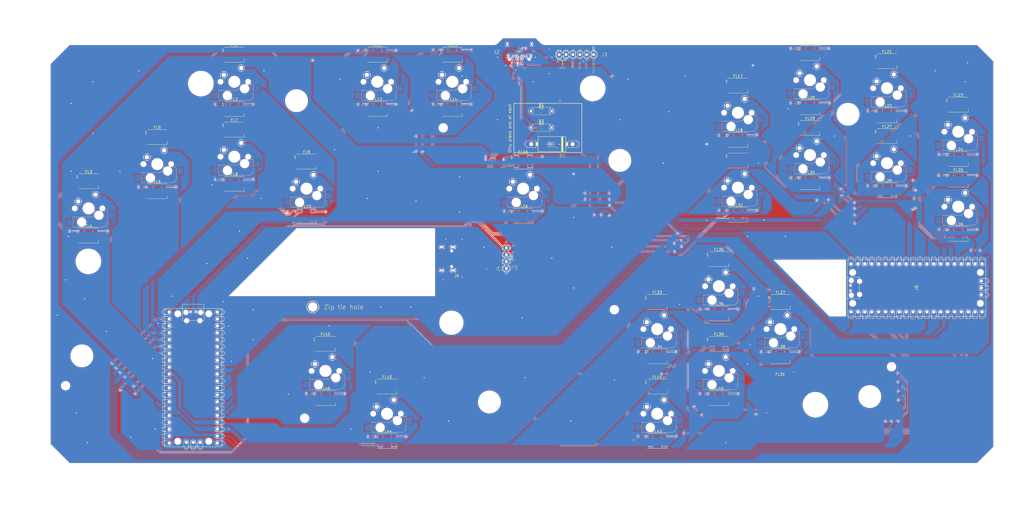
<source format=kicad_pcb>
(kicad_pcb (version 20221018) (generator pcbnew)
  (layers (0 "F.Cu" signal) (31 "B.Cu" signal) (34 "B.Paste" user) (35 "F.Paste" user) (36 "B.SilkS" user "B.Silkscreen") (37 "F.SilkS" user "F.Silkscreen") (38 "B.Mask" user) (39 "F.Mask" user) (44 "Edge.Cuts" user))
  (net 0 "")
  (net 1 "GND")
  (net 2 "+5V")
  (net 6 "/START")
  (net 7 "/W")
  (net 8 "/RIGHT")
  (net 9 "/DOWN")
  (net 10 "/LEFT")
  (net 11 "/L")
  (net 12 "/M1")
  (net 15 "/SELECT")
  (net 16 "/HOME")
  (net 17 "/C_UP")
  (net 18 "/C_LT")
  (net 19 "/A")
  (net 20 "/C_DN")
  (net 21 "/C_RT")
  (net 22 "/UP")
  (net 23 "/MS")
  (net 24 "/Z")
  (net 25 "V+")
  (net 26 "/LS")
  (net 27 "VCC")
  (net 28 "/M2")
  (net 29 "/X")
  (net 30 "/Y")
  (net 31 "/B")
  (net 32 "/R")
  (net 33 "/DATA")
  (net 38 "Net-(J2-CC1)")
  (net 42 "/D-")
  (net 43 "Net-(J2-CC2)")
  (net 50 "/D+")
  (net 54 "5V")
  (net 62 "LED2")
  (net 63 "LED1")
  (net 64 "LED3")
  (net 65 "LED4")
  (net 66 "LED5")
  (net 67 "LED6")
  (net 68 "LED7")
  (net 69 "LED8")
  (net 70 "LED9")
  (net 71 "LED10")
  (net 72 "LED11")
  (net 73 "LED12")
  (net 74 "LED13")
  (net 75 "LED14")
  (net 76 "LED15")
  (net 77 "LED16")
  (net 78 "LED17")
  (net 79 "LED18")
  (net 80 "LED19")
  (net 81 "LED20")
  (net 82 "LED21")
  (net 83 "LED22")
  (net 84 "LED23")
  (net 85 "LED24")
  (net 86 "LED25")
  (net 87 "LED26")
  (net 88 "LED27")
  (net 89 "LED28")
  (net 90 "LED29")
  (net 91 "LED30")
  (net 92 "LED31")
  (net 93 "LED32")
  (net 94 "LED33")
  (net 95 "LED34")
  (net 96 "LED35")
  (net 97 "LED36")
  (net 98 "LED37")
  (net 99 "LED38")
  (net 100 "LED39")
  (net 101 "LED40")
  (net 102 "LED41")
  (net 103 "LED42")
  (net 104 "LED43")
  (net 105 "LED44")
  (net 106 "LED45")
  (net 107 "LED46")
  (footprint "LED_SMD:LED_WS2812B_PLCC4_5.0x5.0mm_P3.2mm" (layer "F.Cu") (at 254.485 59.7918)
    (fp_text reference "FL29")
    (fp_text value "WS2812B")
  )
  (footprint "LED_SMD:LED_WS2812B_PLCC4_5.0x5.0mm_P3.2mm" (layer "F.Cu") (at 42.601 60.3978)
    (fp_text reference "FL7")
    (fp_text value "WS2812B")
  )
  (footprint "LED_SMD:LED_WS2812B_PLCC4_5.0x5.0mm_P3.2mm" (layer "F.Cu") (at 42.601 32.7878)
    (fp_text reference "FL1")
    (fp_text value "WS2812B")
  )
  (footprint "OF1 v1:MA04-1" (layer "F.Cu") (at 142.745065 107.7536 90)
    (fp_text reference "J4")
    (fp_text value "MA04-1")
  )
  (footprint "OF1 v1:MX-BOTH" (layer "F.Cu") (at 282.8411 72.7576 180)
    (fp_text reference "U$15" hide)
    (fp_text value "MX-B" hide)
  )
  (footprint "OF1 v1:MX-BOTH" (layer "F.Cu") (at 282.8411 45.1476 180)
    (fp_text reference "U$11" hide)
    (fp_text value "MX-B" hide)
  )
  (footprint "LED_SMD:LED_WS2812B_PLCC4_5.0x5.0mm_P3.2mm" (layer "F.Cu") (at 14.245 63.1238)
    (fp_text reference "FL5")
    (fp_text value "WS2812B")
  )
  (footprint "LED_SMD:LED_WS2812B_PLCC4_5.0x5.0mm_P3.2mm" (layer "F.Cu") (at 227.967 44.1778)
    (fp_text reference "FL17")
    (fp_text value "WS2812B")
  )
  (footprint "LED_SMD:LED_WS2812B_PLCC4_5.0x5.0mm_P3.2mm" (layer "F.Cu") (at 254.485 52.1762)
    (fp_text reference "FL20")
    (fp_text value "WS2812B")
  )
  (footprint "OF1 v1:MX-BOTH" (layer "F.Cu") (at 220.9531 118.1176 180)
    (fp_text reference "U$17" hide)
    (fp_text value "MX-B" hide)
  )
  (footprint "LED_SMD:LED_WS2812B_PLCC4_5.0x5.0mm_P3.2mm" (layer "F.Cu") (at -11.035 99.4212)
    (fp_text reference "FL4")
    (fp_text value "WS2812B")
  )
  (footprint "LED_SMD:LED_WS2812B_PLCC4_5.0x5.0mm_P3.2mm" (layer "F.Cu") (at 309.063 98.7972)
    (fp_text reference "FL26")
    (fp_text value "WS2812B")
  )
  (footprint "OF1 v1:MX-BOTH" (layer "F.Cu") (at 76.1331 149.3026 180)
    (fp_text reference "U$6" hide)
    (fp_text value "MX-B" hide)
  )
  (footprint "OF1 v1:DO201-15" (layer "F.Cu") (at 159.5011 65.7536 180)
    (fp_text reference "D1")
    (fp_text value "1N5400")
  )
  (footprint "" (layer "F.Cu") (at 174.5011 45.2536)
    (fp_text reference "@HOLE11" hide)
    (fp_text value "")
  )
  (footprint "" (layer "F.Cu") (at 184.5011 71.7536)
    (fp_text reference "@HOLE8" hide)
    (fp_text value "")
  )
  (footprint "OF1 v1:MX-BOTH" (layer "F.Cu") (at 95.2345 42.785 180)
    (fp_text reference "U$22")
    (fp_text value "MX-B")
  )
  (footprint "" (layer "F.Cu") (at 68.5011 166.7536)
    (fp_text reference "@HOLE0" hide)
    (fp_text value "")
  )
  (footprint "OF1 v1:MX-BOTH" (layer "F.Cu") (at 220.9531 149.3026 180)
    (fp_text reference "U$20" hide)
    (fp_text value "MX-B" hide)
  )
  (footprint "LED_SMD:LED_WS2812B_PLCC4_5.0x5.0mm_P3.2mm" (layer "F.Cu") (at 254.485 32.1818)
    (fp_text reference "FL19")
    (fp_text value "WS2812B")
  )
  (footprint "OF1 v1:SOD3715X145N" (layer "F.Cu") (at 159.290214 65.844142 180)
    (fp_text reference "D2")
    (fp_text value "1N5819HW-7-F")
  )
  (footprint "" (layer "F.Cu") (at 136.5011 160.7536)
    (fp_text reference "@HOLE9" hide)
    (fp_text value "")
  )
  (footprint "" (layer "F.Cu") (at 65.5011 49.7536)
    (fp_text reference "@HOLE7" hide)
    (fp_text value "")
  )
  (footprint "LED_SMD:LED_WS2812B_PLCC4_5.0x5.0mm_P3.2mm" (layer "F.Cu") (at 98.82 155.0808)
    (fp_text reference "FL43")
    (fp_text value "WS2812B")
  )
  (footprint "LED_SMD:LED_WS2812B_PLCC4_5.0x5.0mm_P3.2mm" (layer "F.Cu") (at 220.952 139.3118)
    (fp_text reference "FL39")
    (fp_text value "WS2812B")
  )
  (footprint "LED_SMD:LED_WS2812B_PLCC4_5.0x5.0mm_P3.2mm" (layer "F.Cu") (at 220.952 128.1212)
    (fp_text reference "FL36")
    (fp_text value "WS2812B")
  )
  (footprint "Resistor_SMD:R_0603_1608Metric" (layer "F.Cu") (at 155.576379 53.595091)
    (fp_text reference "R2")
    (fp_text value "5.1k")
  )
  (footprint "OF1 v1:MX-BOTH" (layer "F.Cu") (at 254.4861 42.1726 180)
    (fp_text reference "U$10" hide)
    (fp_text value "MX-B" hide)
  )
  (footprint "" (layer "F.Cu") (at 122.5011 131.5536)
    (fp_text reference "@HOLE14" hide)
    (fp_text value "")
  )
  (footprint "LED_SMD:LED_WS2812B_PLCC4_5.0x5.0mm_P3.2mm" (layer "F.Cu") (at 282.84 55.1512)
    (fp_text reference "FL22")
    (fp_text value "WS2812B")
  )
  (footprint "LED_SMD:LED_WS2812B_PLCC4_5.0x5.0mm_P3.2mm" (layer "F.Cu") (at 282.84 35.1568)
    (fp_text reference "FL21")
    (fp_text value "WS2812B")
  )
  (footprint "OF1 v1:RPI_PICO_TH" (layer "F.Cu") (at 293.71 118.71 90)
    (fp_text reference "J6")
    (fp_text value "RPI_PICO-TH")
  )
  (footprint "OF1 v1:MX-BOTH" (layer "F.Cu") (at 227.9681 81.7776 180)
    (fp_text reference "U$13" hide)
    (fp_text value "MX-B" hide)
  )
  (footprint "LED_SMD:LED_WS2812B_PLCC4_5.0x5.0mm_P3.2mm" (layer "F.Cu") (at 198.265 143.8912)
    (fp_text reference "FL34")
    (fp_text value "WS2812B")
  )
  (footprint "shou han 24P type-c:24P" (layer "F.Cu") (at 147.568981 35.1536 180)
    (fp_text reference "J2")
    (fp_text value "MOLEX2171830001")
  )
  (footprint "OF1 v1:MX-BOTH" (layer "F.Cu") (at -11.0339 89.4176 180)
    (fp_text reference "U$1" hide)
    (fp_text value "MX-B" hide)
  )
  (footprint "LED_SMD:LED_WS2812B_PLCC4_5.0x5.0mm_P3.2mm" (layer "F.Cu") (at 69.173 72.1608)
    (fp_text reference "FL9")
    (fp_text value "WS2812B")
  )
  (footprint "LED_SMD:LED_WS2812B_PLCC4_5.0x5.0mm_P3.2mm" (layer "F.Cu") (at 198.265 155.0818)
    (fp_text reference "FL41")
    (fp_text value "WS2812B")
  )
  (footprint "OF1 v1:MX-BOTH" (layer "F.Cu") (at 198.2661 165.0726 180)
    (fp_text reference "U$21" hide)
    (fp_text value "MX-B" hide)
  )
  (footprint "LED_SMD:LED_WS2812B_PLCC4_5.0x5.0mm_P3.2mm" (layer "F.Cu") (at 243.609 143.8912)
    (fp_text reference "FL38")
    (fp_text value "WS2812B")
  )
  (footprint "OF1 v1:MX-BOTH" (layer "F.Cu") (at 14.2461 73.1146 180)
    (fp_text reference "U$2" hide)
    (fp_text value "MX-B" hide)
  )
  (footprint "" (layer "F.Cu") (at 30.3011 43.4536)
    (fp_text reference "@HOLE13" hide)
    (fp_text value "")
  )
  (footprint "OF1 v1:MX-BOTH" (layer "F.Cu") (at 42.6021 70.3886 180)
    (fp_text reference "U$4" hide)
    (fp_text value "MX-B" hide)
  )
  (footprint "LED_SMD:LED_WS2812B_PLCC4_5.0x5.0mm_P3.2mm" (layer "F.Cu") (at 95.2345 52.7822)
    (fp_text reference "FL12")
    (fp_text value "WS2812B")
  )
  (footprint "LED_SMD:LED_WS2812B_PLCC4_5.0x5.0mm_P3.2mm" (layer "F.Cu") (at 148.905 72.1608)
    (fp_text reference "FL15")
    (fp_text value "WS2812B")
  )
  (footprint "LED_SMD:LED_WS2812B_PLCC4_5.0x5.0mm_P3.2mm" (layer "F.Cu") (at 76.132 159.3062)
    (fp_text reference "FL46")
    (fp_text value "WS2812B")
  )
  (footprint "LED_SMD:LED_WS2812B_PLCC4_5.0x5.0mm_P3.2mm" (layer "F.Cu") (at 14.245 83.1182)
    (fp_text reference "FL6")
    (fp_text value "WS2812B")
  )
  (footprint "" (layer "F.Cu") (at 284.5011 147.7536)
    (fp_text reference "@HOLE1" hide)
    (fp_text value "")
  )
  (footprint "LED_SMD:LED_WS2812B_PLCC4_5.0x5.0mm_P3.2mm" (layer "F.Cu") (at 69.173 92.1552)
    (fp_text reference "FL10")
    (fp_text value "WS2812B")
  )
  (footprint "OF1 v1:MX-BOTH" (layer "F.Cu") (at 98.8211 165.0716 180)
    (fp_text reference "U$7" hide)
    (fp_text value "MX-B" hide)
  )
  (footprint "LED_SMD:LED_WS2812B_PLCC4_5.0x5.0mm_P3.2mm" (layer "F.Cu") (at 227.967 91.7812)
    (fp_text reference "FL32")
    (fp_text value "WS2812B")
  )
  (footprint "OF1 v1:MX-BOTH" (layer "F.Cu") (at 243.6101 133.8876 180)
    (fp_text reference "U$19" hide)
    (fp_text value "MX-B" hide)
  )
  (footprint "LED_SMD:LED_WS2812B_PLCC4_5.0x5.0mm_P3.2mm" (layer "F.Cu") (at 254.485 79.7862)
    (fp_text reference "FL30")
    (fp_text value "WS2812B")
  )
  (footprint "LED_SMD:LED_WS2812B_PLCC4_5.0x5.0mm_P3.2mm" (layer "F.Cu") (at 198.265 123.8968)
    (fp_text reference "FL33")
    (fp_text value "WS2812B")
  )
  (footprint "" (layer "F.Cu") (at -19.4989 154.7536)
    (fp_text reference "@HOLE2" hide)
    (fp_text value "")
  )
  (footprint "LED_SMD:LED_WS2812B_PLCC4_5.0x5.0mm_P3.2mm" (layer "F.Cu") (at 76.132 139.3118)
    (fp_text reference "FL45")
    (fp_text value "WS2812B")
  )
  (footprint "Resistor_THT:R_Axial_DIN0207_L6.3mm_D2.5mm_P7.62mm_Horizontal" (layer "F.Cu") (at 151.781476 59.692391)
    (fp_text reference "R3")
    (fp_text value "5.1k")
  )
  (footprint "OF1 v1:RPI_PICO_TH" (layer "F.Cu") (at 27.5011 151.7536)
    (fp_text reference "J1" hide)
    (fp_text value "RPI_PICO-TH" hide)
  )
  (footprint "LED_SMD:LED_WS2812B_PLCC4_5.0x5.0mm_P3.2mm" (layer "F.Cu") (at 98.82 175.0752)
    (fp_text reference "FL44")
    (fp_text value "WS2812B")
  )
  (footprint "LED_SMD:LED_WS2812B_PLCC4_5.0x5.0mm_P3.2mm" (layer "F.Cu") (at 227.967 64.1722)
    (fp_text reference "FL18")
    (fp_text value "WS2812B")
  )
  (footprint "Resistor_SMD:R_0603_1608Metric" (layer "F.Cu") (at 155.650956 59.663792)
    (fp_text reference "R4")
    (fp_text value "5.1k")
  )
  (footprint "" (layer "F.Cu") (at 119.5011 59.7536)
    (fp_text reference "@HOLE10" hide)
    (fp_text value "")
  )
  (footprint "LED_SMD:LED_WS2812B_PLCC4_5.0x5.0mm_P3.2mm" (layer "F.Cu") (at 95.2345 32.7878)
    (fp_text reference "FL11")
    (fp_text value "WS2812B")
  )
  (footprint "" (layer "F.Cu") (at 256.5011 161.7536)
    (fp_text reference "@HOLE15" hide)
    (fp_text value "")
  )
  (footprint "LED_SMD:LED_WS2812B_PLCC4_5.0x5.0mm_P3.2mm" (layer "F.Cu") (at 220.952 108.1268)
    (fp_text reference "FL35")
    (fp_text value "WS2812B")
  )
  (footprint "LED_SMD:LED_WS2812B_PLCC4_5.0x5.0mm_P3.2mm" (layer "F.Cu") (at -11.035 79.4268)
    (fp_text reference "FL3")
    (fp_text value "WS2812B")
  )
  (footprint "LED_SMD:LED_WS2812B_PLCC4_5.0x5.0mm_P3.2mm" (layer "F.Cu") (at 243.609 123.8968)
    (fp_text reference "FL37")
    (fp_text value "WS2812B")
  )
  (footprint "" (layer "F.Cu") (at -13.4989 143.7536)
    (fp_text reference "@HOLE6" hide)
    (fp_text value "")
  )
  (footprint "" (layer "F.Cu") (at 71.5011 125.7536)
    (fp_text reference "@HOLE16" hide)
    (fp_text value "")
  )
  (footprint "OF1 v1:MX-BOTH" (layer "F.Cu") (at 69.1741 82.1516 180)
    (fp_text reference "U$5" hide)
    (fp_text value "MX-B" hide)
  )
  (footprint "OF1 v1:MX-BOTH" (layer "F.Cu") (at 198.2661 133.8876 180)
    (fp_text reference "U$18" hide)
    (fp_text value "MX-B" hide)
  )
  (footprint "LED_SMD:LED_WS2812B_PLCC4_5.0x5.0mm_P3.2mm" (layer "F.Cu") (at 282.84 82.7612)
    (fp_text reference "FL28")
    (fp_text value "WS2812B")
  )
  (footprint "" (layer "F.Cu") (at 182.5011 126.7536)
    (fp_text reference "@HOLE3" hide)
    (fp_text value "")
  )
  (footprint "OF1 v1:MX-BOTH" (layer "F.Cu") (at 42.601 42.785 180)
    (fp_text reference "U$3")
    (fp_text value "MX-B")
  )
  (footprint "" (layer "F.Cu") (at -11.0989 108.9536)
    (fp_text reference "@HOLE12" hide)
    (fp_text value "")
  )
  (footprint "LED_SMD:LED_WS2812B_PLCC4_5.0x5.0mm_P3.2mm" (layer "F.Cu") (at 220.952 159.3062)
    (fp_text reference "FL40")
    (fp_text value "WS2812B")
  )
  (footprint "OF1 v1:MX-BOTH" (layer "F.Cu") (at 309.0641 88.7936 180)
    (fp_text reference "U$16" hide)
    (fp_text value "MX-B" hide)
  )
  (footprint "" (layer "F.Cu") (at 268.5011 54.7536)
    (fp_text reference "@HOLE4" hide)
    (fp_text value "")
  )
  (footprint "OF1 v1:16P" (layer "F.Cu") (at 118.899393 107.971075 -90)
    (fp_text reference "J5" hide)
    (fp_text value "GT-USB-7010" hide)
  )
  (footprint "LED_SMD:LED_WS2812B_PLCC4_5.0x5.0mm_P3.2mm" (layer "F.Cu") (at 122.8435 52.7822)
    (fp_text reference "FL14")
    (fp_text value "WS2812B")
  )
  (footprint "LED_SMD:LED_WS2812B_PLCC4_5.0x5.0mm_P3.2mm" (layer "F.Cu") (at 309.063 71.1872)
    (fp_text reference "FL24")
    (fp_text value "WS2812B")
  )
  (footprint "OF1 v1:MX-BOTH" (layer "F.Cu") (at 309.0641 61.1836 180)
    (fp_text reference "U$12" hide)
    (fp_text value "MX-B" hide)
  )
  (footprint "LED_SMD:LED_WS2812B_PLCC4_5.0x5.0mm_P3.2mm" (layer "F.Cu") (at 148.905 92.1552)
    (fp_text reference "FL16")
    (fp_text value "WS2812B")
  )
  (footprint "OF1 v1:MX-BOTH" (layer "F.Cu") (at 227.9681 54.1686 180)
    (fp_text reference "U$9" hide)
    (fp_text value "MX-B" hide)
  )
  (footprint "LED_SMD:LED_WS2812B_PLCC4_5.0x5.0mm_P3.2mm" (layer "F.Cu") (at 309.063 78.8028)
    (fp_text reference "FL25")
    (fp_text value "WS2812B")
  )
  (footprint "OF1 v1:MX-BOTH" (layer "F.Cu") (at 254.4861 69.7826 180)
    (fp_text reference "U$14" hide)
    (fp_text value "MX-B" hide)
  )
  (footprint "LED_SMD:LED_WS2812B_PLCC4_5.0x5.0mm_P3.2mm" (layer "F.Cu") (at 309.063 51.1928)
    (fp_text reference "FL23")
    (fp_text value "WS2812B")
  )
  (footprint "LED_SMD:LED_WS2812B_PLCC4_5.0x5.0mm_P3.2mm" (layer "F.Cu") (at 42.601 52.7822)
    (fp_text reference "FL2")
    (fp_text value "WS2812B")
  )
  (footprint "LED_SMD:LED_WS2812B_PLCC4_5.0x5.0mm_P3.2mm" (layer "F.Cu") (at 227.967 71.7868)
    (fp_text reference "FL31")
    (fp_text value "WS2812B")
  )
  (footprint "OF1 v1:MX-BOTH" (layer "F.Cu") (at 122.8435 42.785 180)
    (fp_text reference "U$23")
    (fp_text value "MX-B")
  )
  (footprint "OF1 v1:MA06-1" (layer "F.Cu") (at 168.5011 32.7536)
    (fp_text reference "J3")
    (fp_text value "MA06-1")
  )
  (footprint "" (layer "F.Cu") (at 276.5011 158.7536)
    (fp_text reference "@HOLE5" hide)
    (fp_text value "")
  )
  (footprint "LED_SMD:LED_WS2812B_PLCC4_5.0x5.0mm_P3.2mm" (layer "F.Cu") (at 42.601 80.3922)
    (fp_text reference "FL8")
    (fp_text value "WS2812B")
  )
  (footprint "LED_SMD:LED_WS2812B_PLCC4_5.0x5.0mm_P3.2mm" (layer "F.Cu") (at 198.265 175.0762)
    (fp_text reference "FL42")
    (fp_text value "WS2812B")
  )
  (footprint "LED_SMD:LED_WS2812B_PLCC4_5.0x5.0mm_P3.2mm" (layer "F.Cu") (at 122.8435 32.7878)
    (fp_text reference "FL13")
    (fp_text value "WS2812B")
  )
  (footprint "Resistor_THT:R_Axial_DIN0207_L6.3mm_D2.5mm_P7.62mm_Horizontal" (layer "F.Cu") (at 151.826963 53.595091)
    (fp_text reference "R1")
    (fp_text value "5.1k")
  )
  (footprint "LED_SMD:LED_WS2812B_PLCC4_5.0x5.0mm_P3.2mm" (layer "F.Cu") (at 282.84 62.7668)
    (fp_text reference "FL27")
    (fp_text value "WS2812B")
  )
  (footprint "" (layer "F.Cu") (at 65.5011 49.7536)
    (fp_text reference "@HOLE7" hide)
    (fp_text value "")
  )
  (footprint "" (layer "F.Cu") (at 30.266256 43.433879)
    (fp_text reference "@HOLE7" hide)
    (fp_text value "")
  )
  (footprint "OF1 v1:MX-BOTH" (layer "F.Cu") (at 148.9061 82.1516 180)
    (fp_text reference "U$8" hide)
    (fp_text value "MX-B" hide)
  )
  (gr_circle (center 71.5011 125.7536) (end 73.737165 125.7536) (stroke (width 0.2)) (fill none) (layer "F.SilkS"))
  (gr_line (start 145.5011 50.7536) (end 170.5011 50.7536) (stroke (width 0.2)) (layer "F.SilkS"))
  (gr_line (start 170.5011 50.7536) (end 170.5011 68.834) (stroke (width 0.2)) (layer "F.SilkS"))
  (gr_line (start 170.488 68.834) (end 145.488 68.834) (stroke (width 0.2)) (layer "F.SilkS"))
  (gr_line (start 162.272621 34.794232) (end 164.674246 34.794232) (stroke (width 0.2)) (layer "F.SilkS"))
  (gr_line (start 145.5011 68.834) (end 145.5011 50.7536) (stroke (width 0.2)) (layer "F.SilkS"))
  (gr_line (start 164.706284 33.815094) (end 164.690587 33.799397) (stroke (width 0.2)) (layer "F.SilkS"))
  (gr_line (start 163.421272 34.948854) (end 163.421272 36.958357) (stroke (width 0.2)) (layer "F.SilkS"))
  (gr_line (start 164.6911 34.802747) (end 164.6911 34.410263) (stroke (width 0.2)) (layer "F.SilkS"))
  (gr_line (start 162.272621 34.378054) (end 162.272621 34.801935) (stroke (width 0.2)) (layer "F.SilkS"))
  (gr_line (start 322.0011 177.2536) (end 316.0011 183.2536) (stroke (width 0.05)) (layer "Edge.Cuts"))
  (gr_line (start 40.5011 121.7536) (end 65.5011 96.7536) (stroke (width 0.05)) (layer "Edge.Cuts"))
  (gr_line (start 153.5011 26.7536) (end 155.5011 28.7536) (stroke (width 0.05)) (layer "Edge.Cuts"))
  (gr_line (start 261.62 129.23) (end 241.04 108.33) (stroke (width 0.05)) (layer "Edge.Cuts"))
  (gr_line (start -17.9989 183.2536) (end -24.9989 176.2536) (stroke (width 0.05)) (layer "Edge.Cuts"))
  (gr_line (start 267.73 108.28) (end 267.75 129.23) (stroke (width 0.05)) (layer "Edge.Cuts"))
  (gr_line (start 155.5011 28.7536) (end 156.5011 29.2536) (stroke (width 0.05)) (layer "Edge.Cuts"))
  (gr_line (start 316.0011 29.2536) (end 322.0011 35.2536) (stroke (width 0.05)) (layer "Edge.Cuts"))
  (gr_line (start 65.5011 96.7536) (end 116.5011 96.7536) (stroke (width 0.05)) (layer "Edge.Cuts"))
  (gr_line (start -24.9989 36.2536) (end -17.9989 29.2536) (stroke (width 0.05)) (layer "Edge.Cuts"))
  (gr_line (start 267.75 129.23) (end 261.62 129.23) (stroke (width 0.05)) (layer "Edge.Cuts"))
  (gr_line (start 116.5011 121.7536) (end 40.5011 121.7536) (stroke (width 0.05)) (layer "Edge.Cuts"))
  (gr_line (start 156.5011 29.2536) (end 316.0011 29.2536) (stroke (width 0.05)) (layer "Edge.Cuts"))
  (gr_line (start -17.9989 29.2536) (end 138.5011 29.2536) (stroke (width 0.05)) (layer "Edge.Cuts"))
  (gr_line (start -24.9989 176.2536) (end -24.9989 36.2536) (stroke (width 0.05)) (layer "Edge.Cuts"))
  (gr_line (start 139.5011 28.7536) (end 141.5011 26.7536) (stroke (width 0.05)) (layer "Edge.Cuts"))
  (gr_line (start 138.5011 29.2536) (end 139.5011 28.7536) (stroke (width 0.05)) (layer "Edge.Cuts"))
  (gr_line (start 322.0011 35.2536) (end 322.0011 177.2536) (stroke (width 0.05)) (layer "Edge.Cuts"))
  (gr_line (start 316.0011 183.2536) (end -17.9989 183.2536) (stroke (width 0.05)) (layer "Edge.Cuts"))
  (gr_line (start 141.5011 26.7536) (end 153.5011 26.7536) (stroke (width 0.05)) (layer "Edge.Cuts"))
  (gr_line (start 116.5011 96.7536) (end 116.5011 121.7536) (stroke (width 0.05)) (layer "Edge.Cuts"))
  (gr_line (start 241.04 108.33) (end 267.73 108.28) (stroke (width 0.05)) (layer "Edge.Cuts"))
  (gr_text "GND" (at 144.650881 111.299857) (layer "F.SilkS") (effects (font (size 0.747776 0.747776) (thickness 0.065024)) (justify left bottom)))
  (gr_text "3V3 in" (at 172.633221 38.1 90) (layer "F.SilkS") (effects (font (size 0.747776 0.747776) (thickness 0.065024)) (justify left bottom)))
  (gr_text "5V/VBUS" (at 175.295886 39.57934 90) (layer "F.SilkS") (effects (font (size 0.747776 0.747776) (thickness 0.065024)) (justify left bottom)))
  (gr_text "D-" (at 144.677846 106.109925) (layer "F.SilkS") (effects (font (size 0.747776 0.747776) (thickness 0.065024)) (justify left bottom)))
  (gr_text "VSYS" (at 167.5877 38.1 90) (layer "F.SilkS") (effects (font (size 0.747776 0.747776) (thickness 0.065024)) (justify left bottom)))
  (gr_text "DATA" (at 170.2002 38.1 90) (layer "F.SilkS") (effects (font (size 0.747776 0.747776) (thickness 0.065024)) (justify left bottom)))
  (gr_text "GND" (at 162.14999 38.1) (layer "F.SilkS") (effects (font (size 0.747776 0.747776) (thickness 0.065024)) (justify left bottom)))
  (gr_text "Only place one of each" (at 143.408369 50.8 90) (layer "F.SilkS") (effects (font (size 1 1) (thickness 0.14224)) (justify right top)))
  (gr_text "Zip tie hole" (at 75.5011 126.7536) (layer "F.SilkS") (effects (font (size 1.63576 1.63576) (thickness 0.14224)) (justify left bottom)))
  (gr_text "5V" (at 144.669718 103.631725) (layer "F.SilkS") (effects (font (size 0.747776 0.747776) (thickness 0.065024)) (justify left bottom)))
  (gr_text "D+" (at 144.613209 108.775213) (layer "F.SilkS") (effects (font (size 0.747776 0.747776) (thickness 0.065024)) (justify left bottom)))
  (via (at 167.5011 76.7536) (size 0.5524) (drill 0.4) (layers "F.Cu" "B.Cu") (net 0))
  (via (at 216.5011 65.7536) (size 0.5524) (drill 0.4) (layers "F.Cu" "B.Cu") (net 0))
  (via (at 233.5011 36.7536) (size 0.5524) (drill 0.4) (layers "F.Cu" "B.Cu") (net 0))
  (segment (start 144.768981 35.1036) (end 144.818981 35.1536) (width 0.25) (layer "F.Cu") (net 1))
  (segment (start 144.768981 33.9436) (end 144.768981 35.1036) (width 0.25) (layer "F.Cu") (net 1))
  (via (at 149.5011 151.7536) (size 0.5524) (drill 0.4) (layers "F.Cu" "B.Cu") (net 1))
  (via (at 248.5011 149.7536) (size 0.5024) (drill 0.35) (layers "F.Cu" "B.Cu") (net 1))
  (via (at 146.271971 38.412382) (size 0.5524) (drill 0.4) (layers "F.Cu" "B.Cu") (net 1))
  (via (at 311.5011 42.7536) (size 0.5524) (drill 0.4) (layers "F.Cu" "B.Cu") (net 1))
  (via (at -22.4989 128.7536) (size 0.5524) (drill 0.4) (layers "F.Cu" "B.Cu") (net 1))
  (via (at 134.5011 103.7536) (size 0.5524) (drill 0.4) (layers "F.Cu" "B.Cu") (net 1))
  (via (at 41.5011 145.7536) (size 0.5524) (drill 0.4) (layers "F.Cu" "B.Cu") (net 1))
  (via (at 235.5011 72.7536) (size 0.5524) (drill 0.4) (layers "F.Cu" "B.Cu") (net 1))
  (via (at 184.5011 56.7536) (size 0.5524) (drill 0.4) (layers "F.Cu" "B.Cu") (net 1))
  (via (at 263.5011 62.7536) (size 0.5524) (drill 0.4) (layers "F.Cu" "B.Cu") (net 1))
  (via (at 150.705187 32.589207) (size 0.5024) (drill 0.35) (layers "F.Cu" "B.Cu") (net 1))
  (via (at 237.5011 93.7536) (size 0.5524) (drill 0.4) (layers "F.Cu" "B.Cu") (net 1))
  (via (at 200.5011 72.7536) (size 0.5524) (drill 0.4) (layers "F.Cu" "B.Cu") (net 1))
  (via (at 152.5011 42.7536) (size 0.5524) (drill 0.4) (layers "F.Cu" "B.Cu") (net 1))
  (via (at 312.5011 35.7536) (size 0.5524) (drill 0.4) (layers "F.Cu" "B.Cu") (net 1))
  (via (at 158.5011 39.7536) (size 0.5524) (drill 0.4) (layers "F.Cu" "B.Cu") (net 1))
  (via (at 0.5011 75.7536) (size 0.5524) (drill 0.4) (layers "F.Cu" "B.Cu") (net 1))
  (via (at 135.5011 111.7536) (size 0.5024) (drill 0.35) (layers "F.Cu" "B.Cu") (net 1))
  (via (at 96.5011 125.7536) (size 0.5524) (drill 0.4) (layers "F.Cu" "B.Cu") (net 1))
  (via (at 13.5011 170.7536) (size 0.5524) (drill 0.4) (layers "F.Cu" "B.Cu") (net 1))
  (via (at -19.4989 115.7536) (size 0.5524) (drill 0.4) (layers "F.Cu" "B.Cu") (net 1))
  (via (at 189.5011 174.7536) (size 0.5524) (drill 0.4) (layers "F.Cu" "B.Cu") (net 1))
  (via (at 49.5011 137.7536) (size 0.5524) (drill 0.4) (layers "F.Cu" "B.Cu") (net 1))
  (via (at 40.5011 170.7536) (size 0.5524) (drill 0.4) (layers "F.Cu" "B.Cu") (net 1))
  (via (at 95.5011 75.7536) (size 0.5524) (drill 0.4) (layers "F.Cu" "B.Cu") (net 1))
  (via (at 100.5011 41.7536) (size 0.5524) (drill 0.4) (layers "F.Cu" "B.Cu") (net 1))
  (via (at -11.4989 175.7536) (size 0.5524) (drill 0.4) (layers "F.Cu" "B.Cu") (net 1))
  (via (at 53.5011 38.7536) (size 0.5524) (drill 0.4) (layers "F.Cu" "B.Cu") (net 1))
  (via (at -17.4989 75.7536) (size 0.5524) (drill 0.4) (layers "F.Cu" "B.Cu") (net 1))
  (via (at 7.5011 38.7536) (size 0.5524) (drill 0.4) (layers "F.Cu" "B.Cu") (net 1))
  (via (at 47.5011 107.7536) (size 0.5524) (drill 0.4) (layers "F.Cu" "B.Cu") (net 1))
  (via (at 300.5011 38.7536) (size 0.5524) (drill 0.4) (layers "F.Cu" "B.Cu") (net 1))
  (via (at 38.5011 123.7536) (size 0.5524) (drill 0.4) (layers "F.Cu" "B.Cu") (net 1))
  (via (at 14.5011 131.7536) (size 0.5524) (drill 0.4) (layers "F.Cu" "B.Cu") (net 1))
  (via (at -18.4989 99.7536) (size 0.5524) (drill 0.4) (layers "F.Cu" "B.Cu") (net 1))
  (via (at 216.5011 93.7536) (size 0.5524) (drill 0.4) (layers "F.Cu" "B.Cu") (net 1))
  (via (at 162.5011 49.7536) (size 0.5524) (drill 0.4) (layers "F.Cu" "B.Cu") (net 1))
  (via (at -15.4989 164.7536) (size 0.5524) (drill 0.4) (layers "F.Cu" "B.Cu") (net 1))
  (via (at 238.5011 164.7536) (size 0.5024) (drill 0.35) (layers "F.Cu" "B.Cu") (net 1))
  (via (at -9.4989 61.7536) (size 0.5524) (drill 0.4) (layers "F.Cu" "B.Cu") (net 1))
  (via (at 149.5011 37.7536) (size 0.5524) (drill 0.4) (layers "F.Cu" "B.Cu") (net 1))
  (via (at 171.128412 35.252982) (size 0.5524) (drill 0.4) (layers "F.Cu" "B.Cu") (net 1))
  (via (at 146.5011 111.7536) (size 0.5524) (drill 0.4) (layers "F.Cu" "B.Cu") (net 1))
  (via (at 235.5011 121.7536) (size 0.5524) (drill 0.4) (layers "F.Cu" "B.Cu") (net 1))
  (via (at 159.5011 33.7536) (size 0.5524) (drill 0.4) (layers "F.Cu" "B.Cu") (net 1))
  (via (at 121.5011 167.7536) (size 0.5524) (drill 0.4) (layers "F.Cu" "B.Cu") (net 1))
  (via (at 85.5011 170.7536) (size 0.5524) (drill 0.4) (layers "F.Cu" "B.Cu") (net 1))
  (via (at 291.5011 62.7536) (size 0.5524) (drill 0.4) (layers "F.Cu" "B.Cu") (net 1))
  (via (at 202.5011 53.7536) (size 0.5524) (drill 0.4) (layers "F.Cu" "B.Cu") (net 1))
  (via (at -12.4989 122.7536) (size 0.5524) (drill 0.4) (layers "F.Cu" "B.Cu") (net 1))
  (via (at 49.5011 126.7536) (size 0.5524) (drill 0.4) (layers "F.Cu" "B.Cu") (net 1))
  (via (at 81.5011 41.7536) (size 0.5524) (drill 0.4) (layers "F.Cu" "B.Cu") (net 1))
  (via (at 232.5011 139.7536) (size 0.5524) (drill 0.4) (layers "F.Cu" "B.Cu") (net 1))
  (via (at 187.5011 41.7536) (size 0.5524) (drill 0.4) (layers "F.Cu" "B.Cu") (net 1))
  (via (at 126.5011 100.7536) (size 0.5024) (drill 0.35) (layers "F.Cu" "B.Cu") (net 1))
  (via (at 108.5011 68.7536) (size 0.5524) (drill 0.4) (layers "F.Cu" "B.Cu") (net 1))
  (via (at 158.5011 30.7536) (size 0.5024) (drill 0.35) (layers "F.Cu" "B.Cu") (net 1))
  (via (at 12.5011 144.7536) (size 0.5524) (drill 0.4) (layers "F.Cu" "B.Cu") (net 1))
  (via (at 166.5011 167.7536) (size 0.5524) (drill 0.4) (layers "F.Cu" "B.Cu") (net 1))
  (via (at 246.5011 52.7536) (size 0.5524) (drill 0.4) (layers "F.Cu" "B.Cu") (net 1))
  (via (at -17.4989 50.7536) (size 0.5524) (drill 0.4) (layers "F.Cu" "B.Cu") (net 1))
  (via (at 112.5011 151.7536) (size 0.5524) (drill 0.4) (layers "F.Cu" "B.Cu") (net 1))
  (via (at 223.5011 175.7536) (size 0.5024) (drill 0.35) (layers "F.Cu" "B.Cu") (net 1))
  (via (at 245.5011 99.7536) (size 0.5524) (drill 0.4) (layers "F.Cu" "B.Cu") (net 1))
  (via (at 119.5011 115.7536) (size 0.5024) (drill 0.35) (layers "F.Cu" "B.Cu") (net 1))
  (via (at 182.5011 152.7536) (size 0.5524) (drill 0.4) (layers "F.Cu" "B.Cu") (net 1))
  (via (at 4.5011 173.7536) (size 0.5524) (drill 0.4) (layers "F.Cu" "B.Cu") (net 1))
  (via (at 91.5011 85.7536) (size 0.5524) (drill 0.4) (layers "F.Cu" "B.Cu") (net 1))
  (via (at 159.5011 107.7536) (size 0.5524) (drill 0.4) (layers "F.Cu" "B.Cu") (net 1))
  (via (at 44.5011 97.7536) (size 0.5524) (drill 0.4) (layers "F.Cu" "B.Cu") (net 1))
  (via (at 231.5011 99.7536) (size 0.5524) (drill 0.4) (layers "F.Cu" "B.Cu") (net 1))
  (via (at 79.5011 67.7536) (size 0.5524) (drill 0.4) (layers "F.Cu" "B.Cu") (net 1))
  (via (at 153.5011 33.7536) (size 0.5524) (drill 0.4) (layers "F.Cu" "B.Cu") (net 1))
  (via (at 125.5011 90.7536) (size 0.5524) (drill 0.4) (layers "F.Cu" "B.Cu") (net 1))
  (via (at 120.5011 100.7536) (size 0.5024) (drill 0.35) (layers "F.Cu" "B.Cu") (net 1))
  (via (at 125.5011 77.7536) (size 0.5524) (drill 0.4) (layers "F.Cu" "B.Cu") (net 1))
  (via (at 139.5011 33.7536) (size 0.5524) (drill 0.4) (layers "F.Cu" "B.Cu") (net 1))
  (via (at 107.5011 125.7536) (size 0.5524) (drill 0.4) (layers "F.Cu" "B.Cu") (net 1))
  (via (at 19.5011 121.7536) (size 0.5524) (drill 0.4) (layers "F.Cu" "B.Cu") (net 1))
  (via (at 142.5011 36.7536) (size 0.5524) (drill 0.4) (layers "F.Cu" "B.Cu") (net 1))
  (via (at 167.5011 92.7536) (size 0.5524) (drill 0.4) (layers "F.Cu" "B.Cu") (net 1))
  (via (at 95.5011 59.7536) (size 0.5524) (drill 0.4) (layers "F.Cu" "B.Cu") (net 1))
  (via (at 77.5011 132.7536) (size 0.5524) (drill 0.4) (layers "F.Cu" "B.Cu") (net 1))
  (via (at 52.5011 85.7536) (size 0.5524) (drill 0.4) (layers "F.Cu" "B.Cu") (net 1))
  (via (at 139.5011 56.7536) (size 0.5524) (drill 0.4) (layers "F.Cu" "B.Cu") (net 1))
  (via (at 62.5011 157.7536) (size 0.5524) (drill 0.4) (layers "F.Cu" "B.Cu") (net 1))
  (via (at 126.5011 114.7536) (size 0.5024) (drill 0.35) (layers "F.Cu" "B.Cu") (net 1))
  (via (at 34.5011 80.7536) (size 0.5524) (drill 0.4) (layers "F.Cu" "B.Cu") (net 1))
  (via (at 167.5011 118.7536) (size 0.5524) (drill 0.4) (layers "F.Cu" "B.Cu") (net 1))
  (via (at 126.5011 40.7536) (size 0.5524) (drill 0.4) (layers "F.Cu" "B.Cu") (net 1))
  (via (at 208.5011 40.7536) (size 0.5524) (drill 0.4) (layers "F.Cu" "B.Cu") (net 1))
  (via (at 231.5011 146.7536) (size 0.5524) (drill 0.4) (layers "F.Cu" "B.Cu") (net 1))
  (via (at 206.5011 124.7536) (size 0.5524) (drill 0.4) (layers "F.Cu" "B.Cu") (net 1))
  (via (at -4.4989 134.7536) (size 0.5524) (drill 0.4) (layers "F.Cu" "B.Cu") (net 1))
  (via (at -9.4989 42.7536) (size 0.5524) (drill 0.4) (layers "F.Cu" "B.Cu") (net 1))
  (via (at 148.5011 129.7536) (size 0.5524) (drill 0.4) (layers "F.Cu" "B.Cu") (net 1))
  (via (at 181.5011 103.7536) (size 0.5524) (drill 0.4) (layers "F.Cu" "B.Cu") (net 1))
  (via (at 32.5011 109.7536) (size 0.5524) (drill 0.4) (layers "F.Cu" "B.Cu") (net 1))
  (via (at 109.5011 86.7536) (size 0.5524) (drill 0.4) (layers "F.Cu" "B.Cu") (net 1))
  (via (at 40.5011 132.7536) (size 0.5524) (drill 0.4) (layers "F.Cu" "B.Cu") (net 1))
  (via (at 92.5011 149.7536) (size 0.5524) (drill 0.4) (layers "F.Cu" "B.Cu") (net 1))
  (segment (start 132.055068 94.2536) (end 130.302 94.2536) (width 0.25) (layer "F.Cu") (net 2))
  (segment (start 122.5011 109.715835) (end 122.5011 106.186204) (width 0.25) (layer "F.Cu") (net 2))
  (segment (start 148.768981 33.9436) (end 148.81114 33.98576) (width 0.25) (layer "F.Cu") (net 2))
  (segment (start 176.45 85.5) (end 176.45 55.62) (width 0.25) (layer "F.Cu") (net 2))
  (segment (start 136.594 88.070396) (end 132.392 92.272396) (width 0.25) (layer "F.Cu") (net 2))
  (segment (start 137.5523 69.840096) (end 137.5523 71.189022) (width 0.25) (layer "F.Cu") (net 2))
  (segment (start 146.318981 35.1536) (end 146.318981 36.788006) (width 0.25) (layer "F.Cu") (net 2))
  (segment (start 135.055068 97.2536) (end 132.055068 94.2536) (width 0.25) (layer "F.Cu") (net 2))
  (segment (start 141.745065 103.9436) (end 136.055068 98.2536) (width 0.25) (layer "F.Cu") (net 2))
  (segment (start 176.45 54.42) (end 182.84 48.03) (width 0.25) (layer "F.Cu") (net 2))
  (segment (start 122.5011 106.186204) (end 123.116228 105.571075) (width 0.25) (layer "F.Cu") (net 2))
  (segment (start 148.81114 35.14576) (end 148.818981 35.1536) (width 0.25) (layer "F.Cu") (net 2))
  (segment (start 123.699393 105.571075) (end 126.683625 105.571075) (width 0.25) (layer "F.Cu") (net 2))
  (segment (start 123.699393 110.371075) (end 123.15634 110.371075) (width 0.25) (layer "F.Cu") (net 2))
  (segment (start 126.683625 105.571075) (end 129.5011 102.7536) (width 0.25) (layer "F.Cu") (net 2))
  (segment (start 63.7347 96.52) (end 36.3911 123.8636) (width 0.25) (layer "F.Cu") (net 2))
  (segment (start 129.5011 94.2536) (end 127.2347 96.52) (width 0.25) (layer "F.Cu") (net 2))
  (segment (start 176.45 55.62) (end 176.45 54.42) (width 0.25) (layer "F.Cu") (net 2))
  (segment (start 182.84 41.97) (end 181.57 40.7) (width 0.25) (layer "F.Cu") (net 2))
  (segment (start 130.302 94.2536) (end 129.5011 94.2536) (width 0.25) (layer "F.Cu") (net 2))
  (segment (start 148.81114 33.98576) (end 148.81114 35.14576) (width 0.25) (layer "F.Cu") (net 2))
  (segment (start 182.84 48.03) (end 182.84 41.97) (width 0.25) (layer "F.Cu") (net 2))
  (segment (start 132.392 93.922) (end 132.0604 94.2536) (width 0.25) (layer "F.Cu") (net 2))
  (segment (start 133.310068 95.5086) (end 135.055068 97.2536) (width 0.25) (layer "F.Cu") (net 2))
  (segment (start 137.5523 71.189022) (end 136.594 72.147322) (width 0.25) (layer "F.Cu") (net 2))
  (segment (start 136.594 72.147322) (end 136.594 88.070396) (width 0.25) (layer "F.Cu") (net 2))
  (segment (start 147.0551 60.337296) (end 137.5523 69.840096) (width 0.25) (layer "F.Cu") (net 2))
  (segment (start 123.15634 110.371075) (end 122.5011 109.715835) (width 0.25) (layer "F.Cu") (net 2))
  (segment (start 132.392 92.272396) (end 132.392 93.922) (width 0.25) (layer "F.Cu") (net 2))
  (segment (start 123.116228 105.571075) (end 123.699393 105.571075) (width 0.25) (layer "F.Cu") (net 2))
  (segment (start 36.3911 123.8636) (end 36.3911 127.6236) (width 0.25) (layer "F.Cu") (net 2))
  (segment (start 146.318981 35.1536) (end 146.316431 35.15105) (width 0.25) (layer "F.Cu") (net 2))
  (segment (start 141.745065 103.9436) (end 142.745065 103.9436) (width 0.25) (layer "F.Cu") (net 2))
  (segment (start 176.53 85.5) (end 176.45 85.5) (width 0.25) (layer "F.Cu") (net 2))
  (segment (start 129.5011 102.7536) (end 129.5011 94.2536) (width 0.25) (layer "F.Cu") (net 2))
  (segment (start 178.26 87.23) (end 176.53 85.5) (width 0.25) (layer "F.Cu") (net 2))
  (segment (start 127.2347 96.52) (end 63.7347 96.52) (width 0.25) (layer "F.Cu") (net 2))
  (segment (start 132.0604 94.2536) (end 130.302 94.2536) (width 0.25) (layer "F.Cu") (net 2))
  (segment (start 146.318981 36.788006) (end 147.0551 37.524125) (width 0.25) (layer "F.Cu") (net 2))
  (segment (start 146.368981 33.9436) (end 146.316431 33.99615) (width 0.25) (layer "F.Cu") (net 2))
  (segment (start 146.316431 33.99615) (end 146.316431 35.15105) (width 0.25) (layer "F.Cu") (net 2))
  (segment (start 205.78 98.56) (end 194.45 87.23) (width 0.25) (layer "F.Cu") (net 2))
  (segment (start 136.055068 98.2536) (end 135.055068 97.2536) (width 0.25) (layer "F.Cu") (net 2))
  (segment (start 147.0551 37.524125) (end 147.0551 60.337296) (width 0.25) (layer "F.Cu") (net 2))
  (segment (start 194.45 87.23) (end 178.26 87.23) (width 0.25) (layer "F.Cu") (net 2))
  (via (at 205.78 98.56) (size 0.8) (drill 0.4) (layers "F.Cu" "B.Cu") (net 2))
  (via (at 181.57 40.7) (size 0.8) (drill 0.4) (layers "F.Cu" "B.Cu") (net 2))
  (segment (start 172.451353 36.803347) (end 174.8511 34.4036) (width 0.25) (layer "B.Cu") (net 2))
  (segment (start 272.12 109.16901) (end 260.55099 97.6) (width 0.25) (layer "B.Cu") (net 2))
  (segment (start 181.57 40.7) (end 177.673347 36.803347) (width 0.25) (layer "B.Cu") (net 2))
  (segment (start 148.768981 33.9436) (end 148.768981 36.535466) (width 0.25) (layer "B.Cu") (net 2))
  (segment (start 206.74 97.6) (end 205.78 98.56) (width 0.25) (layer "B.Cu") (net 2))
  (segment (start 272.12 109.82) (end 272.12 109.16901) (width 0.25) (layer "B.Cu") (net 2))
  (segment (start 146.368981 33.9436) (end 146.368981 36.137197) (width 0.25) (layer "B.Cu") (net 2))
  (segment (start 148.5011 36.803347) (end 172.1 36.803347) (width 0.25) (layer "B.Cu") (net 2))
  (segment (start 253.15 97.6) (end 206.74 97.6) (width 0.25) (layer "B.Cu") (net 2))
  (segment (start 148.768981 36.535466) (end 148.5011 36.803347) (width 0.25) (layer "B.Cu") (net 2))
  (segment (start 260.55099 97.6) (end 253.15 97.6) (width 0.25) (layer "B.Cu") (net 2))
  (segment (start 177.673347 36.803347) (end 172.1 36.803347) (width 0.25) (layer "B.Cu") (net 2))
  (segment (start 147.035131 36.803347) (end 148.5011 36.803347) (width 0.25) (layer "B.Cu") (net 2))
  (segment (start 172.1 36.803347) (end 172.451353 36.803347) (width 0.25) (layer "B.Cu") (net 2))
  (segment (start 146.368981 36.137197) (end 147.035131 36.803347) (width 0.25) (layer "B.Cu") (net 2))
  (segment (start 174.8511 34.4036) (end 174.8511 32.7536) (width 0.25) (layer "B.Cu") (net 2))
  (segment (start 209.59 101.52) (end 209.59 100.28) (width 0.25) (layer "F.Cu") (net 6))
  (segment (start 209.59 100.28) (end 208.96 99.65) (width 0.25) (layer "F.Cu") (net 6))
  (segment (start 204.56 102.25) (end 208.86 102.25) (width 0.25) (layer "F.Cu") (net 6))
  (segment (start 192.03 99.65) (end 180.71 88.33) (width 0.25) (layer "F.Cu") (net 6))
  (segment (start 208.96 99.65) (end 192.03 99.65) (width 0.25) (layer "F.Cu") (net 6))
  (segment (start 208.86 102.25) (end 209.59 101.52) (width 0.25) (layer "F.Cu") (net 6))
  (via (at 180.71 88.33) (size 0.8) (drill 0.4) (layers "F.Cu" "B.Cu") (net 6))
  (via (at 204.56 102.25) (size 0.8) (drill 0.4) (layers "F.Cu" "B.Cu") (net 6))
  (segment (start 52.5047 94.75) (end 153.408 94.75) (width 0.25) (layer "B.Cu") (net 6))
  (segment (start 208.47 98.34) (end 204.56 102.25) (width 0.25) (layer "B.Cu") (net 6))
  (segment (start 153.408 94.75) (end 157.5011 90.6569) (width 0.25) (layer "B.Cu") (net 6))
  (segment (start 157.5011 85.0316) (end 157.1611 84.6916) (width 0.25) (layer "B.Cu") (net 6))
  (segment (start 159.5011 81.7536) (end 154.8191 77.0716) (width 0.25) (layer "B.Cu") (net 6))
  (segment (start 228.94 98.34) (end 208.47 98.34) (width 0.25) (layer "B.Cu") (net 6))
  (segment (start 154.8191 77.0716) (end 151.4461 77.0716) (width 0.25) (layer "B.Cu") (net 6))
  (segment (start 161.1511 88.33) (end 159.5011 86.68) (width 0.25) (layer "B.Cu") (net 6))
  (segment (start 19.6311 127.6236) (end 52.5047 94.75) (width 0.25) (layer "B.Cu") (net 6))
  (segment (start 269.58 133.13) (end 267.05 135.66) (width 0.25) (layer "B.Cu") (net 6))
  (segment (start 180.71 88.33) (end 161.1511 88.33) (width 0.25) (layer "B.Cu") (net 6))
  (segment (start 159.5011 86.68) (end 159.5011 81.7536) (width 0.25) (layer "B.Cu") (net 6))
  (segment (start 269.58 127.6) (end 269.58 133.13) (width 0.25) (layer "B.Cu") (net 6))
  (segment (start 157.5011 90.6569) (end 157.5011 88.7536) (width 0.25) (layer "B.Cu") (net 6))
  (segment (start 157.5011 88.7536) (end 159.5011 86.7536) (width 0.25) (layer "B.Cu") (net 6))
  (segment (start 157.5011 88.7536) (end 157.48 88.7747) (width 0.25) (layer "B.Cu") (net 6))
  (segment (start 266.26 135.66) (end 228.94 98.34) (width 0.25) (layer "B.Cu") (net 6))
  (segment (start 157.5011 88.7536) (end 157.5011 85.0316) (width 0.25) (layer "B.Cu") (net 6))
  (segment (start 18.6111 127.6236) (end 19.6311 127.6236) (width 0.25) (layer "B.Cu") (net 6))
  (segment (start 159.5011 86.7536) (end 159.5011 86.68) (width 0.25) (layer "B.Cu") (net 6))
  (segment (start 267.05 135.66) (end 266.26 135.66) (width 0.25) (layer "B.Cu") (net 6))
  (segment (start 272.12 127.6) (end 272.12 130.986396) (width 0.25) (layer "F.Cu") (net 7))
  (segment (start 278.921802 137.788198) (end 287.65 146.516396) (width 0.25) (layer "F.Cu") (net 7))
  (segment (start 287.65 146.516396) (end 287.65 146.74) (width 0.25) (layer "F.Cu") (net 7))
  (segment (start 287.65 148.42) (end 287.65 149.24) (width 0.25) (layer "F.Cu") (net 7))
  (segment (start 13.98 130.11) (end 18.5575 130.11) (width 0.25) (layer "F.Cu") (net 7))
  (segment (start 287.65 146.74) (end 287.65 148.42) (width 0.25) (layer "F.Cu") (net 7))
  (segment (start 272.12 130.986396) (end 278.921802 137.788198) (width 0.25) (layer "F.Cu") (net 7))
  (segment (start 287.65 149.24) (end 286.82 150.07) (width 0.25) (layer "F.Cu") (net 7))
  (segment (start 18.5575 130.11) (end 18.6111 130.1636) (width 0.25) (layer "F.Cu") (net 7))
  (segment (start -2.48 146.57) (end 13.98 130.11) (width 0.25) (layer "F.Cu") (net 7))
  (via (at 286.82 150.07) (size 0.8) (drill 0.4) (layers "F.Cu" "B.Cu") (net 7))
  (via (at -2.48 146.57) (size 0.8) (drill 0.4) (layers "F.Cu" "B.Cu") (net 7))
  (segment (start 6.193604 181.56) (end -2.74 172.626396) (width 0.25) (layer "B.Cu") (net 7))
  (segment (start 39.424396 90.112) (end 59.412 90.112) (width 0.25) (layer "B.Cu") (net 7))
  (segment (start 290.65 175.389188) (end 286.719188 179.32) (width 0.25) (layer "B.Cu") (net 7))
  (segment (start 59.412 90.112) (end 61.5 92.2) (width 0.25) (layer "B.Cu") (net 7))
  (segment (start 236.092792 179.32) (end 233.852792 181.56) (width 0.25) (layer "B.Cu") (net 7))
  (segment (start 13.9511 115.585296) (end 39.424396 90.112) (width 0.25) (layer "B.Cu") (net 7))
  (segment (start 15.7 130.2) (end 13.9511 128.4511) (width 0.25) (layer "B.Cu") (net 7))
  (segment (start 61.5 92.2) (end 76.6 92.2) (width 0.25) (layer "B.Cu") (net 7))
  (segment (start -2.74 172.626396) (end -2.74 146.83) (width 0.25) (layer "B.Cu") (net 7))
  (segment (start 15.7364 130.1636) (end 15.7 130.2) (width 0.25) (layer "B.Cu") (net 7))
  (segment (start 286.719188 179.32) (end 236.092792 179.32) (width 0.25) (layer "B.Cu") (net 7))
  (segment (start 290.65 153.9) (end 290.65 175.389188) (width 0.25) (layer "B.Cu") (net 7))
  (segment (start 233.852792 181.56) (end 6.193604 181.56) (width 0.25) (layer "B.Cu") (net 7))
  (segment (start 18.6111 130.1636) (end 15.7364 130.1636) (width 0.25) (layer "B.Cu") (net 7))
  (segment (start -2.74 146.83) (end -2.48 146.57) (width 0.25) (layer "B.Cu") (net 7))
  (segment (start 54.92 42.8) (end 49.825 37.705) (width 0.25) (layer "B.Cu") (net 7))
  (segment (start 49.825 37.705) (end 45.141 37.705) (width 0.25) (layer "B.Cu") (net 7))
  (segment (start 286.82 150.07) (end 290.65 153.9) (width 0.25) (layer "B.Cu") (net 7))
  (segment (start 13.9511 128.4511) (end 13.9511 115.585296) (width 0.25) (layer "B.Cu") (net 7))
  (segment (start 80 71.7) (end 55.175 46.875) (width 0.25) (layer "B.Cu") (net 7))
  (segment (start 53.625 45.325) (end 50.856 45.325) (width 0.25) (layer "B.Cu") (net 7))
  (segment (start 55.175 46.875) (end 53.625 45.325) (width 0.25) (layer "B.Cu") (net 7))
  (segment (start 80 88.8) (end 80 71.7) (width 0.25) (layer "B.Cu") (net 7))
  (segment (start 54.92 46.62) (end 54.92 42.8) (width 0.25) (layer "B.Cu") (net 7))
  (segment (start 76.6 92.2) (end 80 88.8) (width 0.25) (layer "B.Cu") (net 7))
  (segment (start 55.175 46.875) (end 54.92 46.62) (width 0.25) (layer "B.Cu") (net 7))
  (segment (start 277.41 134.74) (end 277.41 135.64) (width 0.25) (layer "F.Cu") (net 8))
  (segment (start 288.1 152.28) (end 286.94 153.44) (width 0.25) (layer "F.Cu") (net 8))
  (segment (start 277.41 135.64) (end 288.1 146.33) (width 0.25) (layer "F.Cu") (net 8))
  (segment (start -0.94 148.28) (end 12.0964 135.2436) (width 0.25) (layer "F.Cu") (net 8))
  (segment (start 277.2 127.6) (end 277.2 134.53) (width 0.25) (layer "F.Cu") (net 8))
  (segment (start 288.1 146.33) (end 288.1 152.28) (width 0.25) (layer "F.Cu") (net 8))
  (segment (start 12.0964 135.2436) (end 18.6111 135.2436) (width 0.25) (layer "F.Cu") (net 8))
  (segment (start 277.2 134.53) (end 277.41 134.74) (width 0.25) (layer "F.Cu") (net 8))
  (via (at -0.94 148.28) (size 0.8) (drill 0.4) (layers "F.Cu" "B.Cu") (net 8))
  (via (at 286.94 153.44) (size 0.8) (drill 0.4) (layers "F.Cu" "B.Cu") (net 8))
  (segment (start 77.5011 88.7536) (end 76.5927 89.662) (width 0.25) (layer "B.Cu") (net 8))
  (segment (start 77.5011 88.7536) (end 79.5011 86.7536) (width 0.25) (layer "B.Cu") (net 8))
  (segment (start 290.12 156.62) (end 290.12 175.282792) (width 0.25) (layer "B.Cu") (net 8))
  (segment (start 79.5011 81.7536) (end 74.8191 77.0716) (width 0.25) (layer "B.Cu") (net 8))
  (segment (start 6.38 181.11) (end -2.29 172.44) (width 0.25) (layer "B.Cu") (net 8))
  (segment (start 290.12 175.282792) (end 286.552792 178.85) (width 0.25) (layer "B.Cu") (net 8))
  (segment (start 286.552792 178.85) (end 235.926396 178.85) (width 0.25) (layer "B.Cu") (net 8))
  (segment (start 77.5011 84.7636) (end 77.5011 88.7536) (width 0.25) (layer "B.Cu") (net 8))
  (segment (start -2.29 172.44) (end -2.29 149.63) (width 0.25) (layer "B.Cu") (net 8))
  (segment (start 15.974813 135.2436) (end 18.6111 135.2436) (width 0.25) (layer "B.Cu") (net 8))
  (segment (start 79.5011 86.7536) (end 79.5011 81.7536) (width 0.25) (layer "B.Cu") (net 8))
  (segment (start -2.29 149.63) (end -0.94 148.28) (width 0.25) (layer "B.Cu") (net 8))
  (segment (start 74.8191 77.0716) (end 71.7141 77.0716) (width 0.25) (layer "B.Cu") (net 8))
  (segment (start 13.5011 132.769888) (end 15.974813 135.2436) (width 0.25) (layer "B.Cu") (net 8))
  (segment (start 77.5011 84.7636) (end 77.4291 84.6916) (width 0.25) (layer "B.Cu") (net 8))
  (segment (start 13.5011 115.3989) (end 13.5011 132.769888) (width 0.25) (layer "B.Cu") (net 8))
  (segment (start 235.926396 178.85) (end 233.666396 181.11) (width 0.25) (layer "B.Cu") (net 8))
  (segment (start 286.94 153.44) (end 290.12 156.62) (width 0.25) (layer "B.Cu") (net 8))
  (segment (start 39.238 89.662) (end 13.5011 115.3989) (width 0.25) (layer "B.Cu") (net 8))
  (segment (start 76.5927 89.662) (end 39.238 89.662) (width 0.25) (layer "B.Cu") (net 8))
  (segment (start 233.666396 181.11) (end 6.38 181.11) (width 0.25) (layer "B.Cu") (net 8))
  (segment (start 284.701802 136.098198) (end 288.55 139.946396) (width 0.25) (layer "F.Cu") (net 9))
  (segment (start 0.5 149.97) (end 12.6864 137.7836) (width 0.25) (layer "F.Cu") (net 9))
  (segment (start 279.74 127.6) (end 279.74 132.41) (width 0.25) (layer "F.Cu") (net 9))
  (segment (start 288.55 155.25) (end 287 156.8) (width 0.25) (layer "F.Cu") (net 9))
  (segment (start 12.6864 137.7836) (end 18.6111 137.7836) (width 0.25) (layer "F.Cu") (net 9))
  (segment (start 288.55 143.94) (end 288.55 155.25) (width 0.25) (layer "F.Cu") (net 9))
  (segment (start 281.96 134.63) (end 283.233604 134.63) (width 0.25) (layer "F.Cu") (net 9))
  (segment (start 283.233604 134.63) (end 284.701802 136.098198) (width 0.25) (layer "F.Cu") (net 9))
  (segment (start 279.74 132.41) (end 281.96 134.63) (width 0.25) (layer "F.Cu") (net 9))
  (segment (start 288.55 139.946396) (end 288.55 143.94) (width 0.25) (layer "F.Cu") (net 9))
  (via (at 0.5 149.97) (size 0.8) (drill 0.4) (layers "F.Cu" "B.Cu") (net 9))
  (via (at 287 156.8) (size 0.8) (drill 0.4) (layers "F.Cu" "B.Cu") (net 9))
  (segment (start 49.0561 65.3086) (end 45.1421 65.3086) (width 0.25) (layer "B.Cu") (net 9))
  (segment (start 42.02935 86.22535) (end 43.68035 84.57435) (width 0.25) (layer "B.Cu") (net 9))
  (segment (start 53.5011 74.7536) (end 53.5011 69.7536) (width 0.25) (layer "B.Cu") (net 9))
  (segment (start 43.688 84.582) (end 49.53 84.582) (width 0.25) (layer "B.Cu") (net 9))
  (segment (start 53.5011 69.7536) (end 49.0561 65.3086) (width 0.25) (layer "B.Cu") (net 9))
  (segment (start 50.8 83.312) (end 50.8 77.4547) (width 0.25) (layer "B.Cu") (net 9))
  (segment (start 50.8571 72.9286) (end 50.8571 77.3976) (width 0.25) (layer "B.Cu") (net 9))
  (segment (start 43.68035 84.57435) (end 43.688 84.582) (width 0.25) (layer "B.Cu") (net 9))
  (segment (start 289.59 159.39) (end 289.59 175.176396) (width 0.25) (layer "B.Cu") (net 9))
  (segment (start 289.59 175.176396) (end 286.396396 178.37) (width 0.25) (layer "B.Cu") (net 9))
  (segment (start 6.584416 180.66) (end -1.84 172.235584) (width 0.25) (layer "B.Cu") (net 9))
  (segment (start 11.5011 116.7536) (end 11.5011 133.7536) (width 0.25) (layer "B.Cu") (net 9))
  (segment (start 235.77 178.37) (end 233.48 180.66) (width 0.25) (layer "B.Cu") (net 9))
  (segment (start 51.30035 76.95435) (end 53.5011 74.7536) (width 0.25) (layer "B.Cu") (net 9))
  (segment (start 287 156.8) (end 289.59 159.39) (width 0.25) (layer "B.Cu") (net 9))
  (segment (start 15.5311 137.7836) (end 18.6111 137.7836) (width 0.25) (layer "B.Cu") (net 9))
  (segment (start 11.5011 133.7536) (end 15.5311 137.7836) (width 0.25) (layer "B.Cu") (net 9))
  (segment (start 50.8 77.4547) (end 51.30035 76.95435) (width 0.25) (layer "B.Cu") (net 9))
  (segment (start 0.35 149.97) (end 0.5 149.97) (width 0.25) (layer "B.Cu") (net 9))
  (segment (start 49.53 84.582) (end 50.8 83.312) (width 0.25) (layer "B.Cu") (net 9))
  (segment (start -1.84 152.16) (end 0.35 149.97) (width 0.25) (layer "B.Cu") (net 9))
  (segment (start 50.8571 77.3976) (end 51.30035 76.95435) (width 0.25) (layer "B.Cu") (net 9))
  (segment (start 233.48 180.66) (end 6.584416 180.66) (width 0.25) (layer "B.Cu") (net 9))
  (segment (start 286.396396 178.37) (end 235.77 178.37) (width 0.25) (layer "B.Cu") (net 9))
  (segment (start -1.84 172.235584) (end -1.84 152.16) (width 0.25) (layer "B.Cu") (net 9))
  (segment (start 42.02935 86.22535) (end 11.5011 116.7536) (width 0.25) (layer "B.Cu") (net 9))
  (segment (start 282.28 133.04) (end 289 139.76) (width 0.25) (layer "F.Cu") (net 10))
  (segment (start 13.4664 140.3236) (end 18.6111 140.3236) (width 0.25) (layer "F.Cu") (net 10))
  (segment (start 2.27 151.52) (end 13.4664 140.3236) (width 0.25) (layer "F.Cu") (net 10))
  (segment (start 286.93 160.23) (end 287.105 160.055) (width 0.25) (layer "F.Cu") (net 10))
  (segment (start 289 158.16) (end 287.105 160.055) (width 0.25) (layer "F.Cu") (net 10))
  (segment (start 282.28 127.6) (end 282.28 133.04) (width 0.25) (layer "F.Cu") (net 10))
  (segment (start 289 139.76) (end 289 158.16) (width 0.25) (layer "F.Cu") (net 10))
  (via (at 2.27 151.52) (size 0.8) (drill 0.4) (layers "F.Cu" "B.Cu") (net 10))
  (via (at 287.105 160.055) (size 0.8) (drill 0.4) (layers "F.Cu" "B.Cu") (net 10))
  (segment (start 8.5011 133.7536) (end 8.5011 119.117204) (width 0.25) (layer "B.Cu") (net 10))
  (segment (start 289.14 162.09) (end 289.14 174.99) (width 0.25) (layer "B.Cu") (net 10))
  (segment (start 18.603147 140.331553) (end 15.079054 140.331553) (width 0.25) (layer "B.Cu") (net 10))
  (segment (start 22.7821 68.0346) (end 26.5011 71.7536) (width 0.25) (layer "B.Cu") (net 10))
  (segment (start 233.239188 180.21) (end 6.770812 180.21) (width 0.25) (layer "B.Cu") (net 10))
  (segment (start 18.6111 140.3236) (end 18.603147 140.331553) (width 0.25) (layer "B.Cu") (net 10))
  (segment (start 6.770812 180.21) (end -1.39 172.049188) (width 0.25) (layer "B.Cu") (net 10))
  (segment (start 289.14 174.99) (end 286.21 177.92) (width 0.25) (layer "B.Cu") (net 10))
  (segment (start 22.5011 105.117204) (end 22.5011 84.7536) (width 0.25) (layer "B.Cu") (net 10))
  (segment (start 287.105 160.055) (end 289.14 162.09) (width 0.25) (layer "B.Cu") (net 10))
  (segment (start 286.21 177.92) (end 235.529188 177.92) (width 0.25) (layer "B.Cu") (net 10))
  (segment (start 26.5011 80.7536) (end 22.5011 84.7536) (width 0.25) (layer "B.Cu") (net 10))
  (segment (start 26.5011 71.7536) (end 26.5011 80.7536) (width 0.25) (layer "B.Cu") (net 10))
  (segment (start 235.529188 177.92) (end 233.239188 180.21) (width 0.25) (layer "B.Cu") (net 10))
  (segment (start -1.39 155.18) (end 2.27 151.52) (width 0.25) (layer "B.Cu") (net 10))
  (segment (start -1.39 172.049188) (end -1.39 155.18) (width 0.25) (layer "B.Cu") (net 10))
  (segment (start 8.5011 119.117204) (end 22.5011 105.117204) (width 0.25) (layer "B.Cu") (net 10))
  (segment (start 22.5011 82.7536) (end 22.5011 75.6546) (width 0.25) (layer "B.Cu") (net 10))
  (segment (start 15.079054 140.331553) (end 8.5011 133.7536) (width 0.25) (layer "B.Cu") (net 10))
  (segment (start 22.5011 84.7536) (end 22.5011 82.7536) (width 0.25) (layer "B.Cu") (net 10))
  (segment (start 16.7861 68.0346) (end 22.7821 68.0346) (width 0.25) (layer "B.Cu") (net 10))
  (segment (start 286.3761 163.7739) (end 282.28 167.87) (width 0.25) (layer "F.Cu") (net 11))
  (segment (start 13.540874 142.8636) (end 18.6111 142.8636) (width 0.25) (layer "F.Cu") (net 11))
  (segment (start 0.67 156.45) (end 0.67 155.734474) (width 0.25) (layer "F.Cu") (net 11))
  (segment (start 289.45 162.223604) (end 287.899704 163.7739) (width 0.25) (layer "F.Cu") (net 11))
  (segment (start 284.82 127.6) (end 284.82 133.26) (width 0.25) (layer "F.Cu") (net 11))
  (segment (start 287.899704 163.7739) (end 286.3761 163.7739) (width 0.25) (layer "F.Cu") (net 11))
  (segment (start 0.67 155.734474) (end 13.540874 142.8636) (width 0.25) (layer "F.Cu") (net 11))
  (segment (start 289.45 137.89) (end 289.45 162.223604) (width 0.25) (layer "F.Cu") (net 11))
  (segment (start 284.82 133.26) (end 289.45 137.89) (width 0.25) (layer "F.Cu") (net 11))
  (via (at 0.67 156.45) (size 0.8) (drill 0.4) (layers "F.Cu" "B.Cu") (net 11))
  (via (at 282.28 167.87) (size 0.8) (drill 0.4) (layers "F.Cu" "B.Cu") (net 11))
  (segment (start -2.7789 91.9576) (end -2.7789 97.0336) (width 0.25) (layer "B.Cu") (net 11))
  (segment (start -0.4989 88.7536) (end -4.9149 84.3376) (width 0.25) (layer "B.Cu") (net 11))
  (segment (start -2.7789 100.7536) (end -2.7789 102.7536) (width 0.25) (layer "B.Cu") (net 11))
  (segment (start 282.28 167.87) (end 282.28 174.8) (width 0.25) (layer "B.Cu") (net 11))
  (segment (start 232.68 178.86) (end 7.33 178.86) (width 0.25) (layer "B.Cu") (net 11))
  (segment (start -2.7789 124.4736) (end 15.6111 142.8636) (width 0.25) (layer "B.Cu") (net 11))
  (segment (start 280.84 176.24) (end 235.3 176.24) (width 0.25) (layer "B.Cu") (net 11))
  (segment (start 7.33 178.86) (end 0.67 172.2) (width 0.25) (layer "B.Cu") (net 11))
  (segment (start 235.3 176.24) (end 232.68 178.86) (width 0.25) (layer "B.Cu") (net 11))
  (segment (start 15.6111 142.8636) (end 18.6111 142.8636) (width 0.25) (layer "B.Cu") (net 11))
  (segment (start -2.7789 102.7536) (end -2.7789 124.4736) (width 0.25) (layer "B.Cu") (net 11))
  (segment (start -2.7789 97.0336) (end -0.4989 94.7536) (width 0.25) (layer "B.Cu") (net 11))
  (segment (start -0.4989 94.7536) (end -0.4989 88.7536) (width 0.25) (layer "B.Cu") (net 11))
  (segment (start 282.28 174.8) (end 280.84 176.24) (width 0.25) (layer "B.Cu") (net 11))
  (segment (start 0.67 172.2) (end 0.67 156.45) (width 0.25) (layer "B.Cu") (net 11))
  (segment (start -2.7789 100.7536) (end -2.7789 97.0336) (width 0.25) (layer "B.Cu") (net 11))
  (segment (start -4.9149 84.3376) (end -8.4939 84.3376) (width 0.25) (layer "B.Cu") (net 11))
  (segment (start 289.9 162.41) (end 284.42 167.89) (width 0.25) (layer "F.Cu") (net 12))
  (segment (start 5.65 154.75) (end 12.49 147.91) (width 0.25) (layer "F.Cu") (net 12))
  (segment (start 5.65 154.89) (end 5.65 154.75) (width 0.25) (layer "F.Cu") (net 12))
  (segment (start 12.49 147.91) (end 18.5775 147.91) (width 0.25) (layer "F.Cu") (net 12))
  (segment (start 289.9 127.6) (end 289.9 162.41) (width 0.25) (layer "F.Cu") (net 12))
  (segment (start 18.5775 147.91) (end 18.6111 147.9436) (width 0.25) (layer "F.Cu") (net 12))
  (via (at 284.42 167.89) (size 0.8) (drill 0.4) (layers "F.Cu" "B.Cu") (net 12))
  (via (at 5.65 154.89) (size 0.8) (drill 0.4) (layers "F.Cu" "B.Cu") (net 12))
  (segment (start 86.5011 155.6406) (end 86.5011 149.7536) (width 0.25) (layer "B.Cu") (net 12))
  (segment (start 23.5011 152.8336) (end 18.6111 147.9436) (width 0.25) (layer "B.Cu") (net 12))
  (segment (start 84.3881 151.8426) (end 84.3881 157.7536) (width 0.25) (layer "B.Cu") (net 12))
  (segment (start 7.33 159.11) (end 7.82 158.62) (width 0.25) (layer "B.Cu") (net 12))
  (segment (start 27.729035 166.981534) (end 23.5011 162.7536) (width 0.25) (layer "B.Cu") (net 12))
  (segment (start 0.65 155.27) (end 1.92 155.27) (width 0.25) (layer "B.Cu") (net 12))
  (segment (start 84.3881 163.895504) (end 78.980004 169.3036) (width 0.25) (layer "B.Cu") (net 12))
  (segment (start 80.9701 144.2226) (end 78.6731 144.2226) (width 0.25) (layer "B.Cu") (net 12))
  (segment (start 7.143604 179.31) (end -0.49 171.676396) (width 0.25) (layer "B.Cu") (net 12))
  (segment (start -0.49 171.676396) (end -0.49 156.41) (width 0.25) (layer "B.Cu") (net 12))
  (segment (start 78.980004 169.3036) (end 60.595232 169.3036) (width 0.25) (layer "B.Cu") (net 12))
  (segment (start -0.49 156.41) (end 0.65 155.27) (width 0.25) (layer "B.Cu") (net 12))
  (segment (start 281.026396 176.69) (end 235.486396 176.69) (width 0.25) (layer "B.Cu") (net 12))
  (segment (start 7.82 157.06) (end 5.65 154.89) (width 0.25) (layer "B.Cu") (net 12))
  (segment (start 235.486396 176.69) (end 232.866396 179.31) (width 0.25) (layer "B.Cu") (net 12))
  (segment (start 284.42 167.89) (end 282.73 169.58) (width 0.25) (layer "B.Cu") (net 12))
  (segment (start 23.5011 162.7536) (end 23.5011 152.8336) (width 0.25) (layer "B.Cu") (net 12))
  (segment (start 5.76 159.11) (end 7.33 159.11) (width 0.25) (layer "B.Cu") (net 12))
  (segment (start 58.273166 166.981534) (end 27.729035 166.981534) (width 0.25) (layer "B.Cu") (net 12))
  (segment (start 84.3881 157.7536) (end 84.3881 163.895504) (width 0.25) (layer "B.Cu") (net 12))
  (segment (start 1.92 155.27) (end 5.76 159.11) (width 0.25) (layer "B.Cu") (net 12))
  (segment (start 7.82 158.62) (end 7.82 157.06) (width 0.25) (layer "B.Cu") (net 12))
  (segment (start 86.5011 149.7536) (end 80.9701 144.2226) (width 0.25) (layer "B.Cu") (net 12))
  (segment (start 84.3881 157.7536) (end 86.5011 155.6406) (width 0.25) (layer "B.Cu") (net 12))
  (segment (start 60.595232 169.3036) (end 58.273166 166.981534) (width 0.25) (layer "B.Cu") (net 12))
  (segment (start 282.73 169.58) (end 282.73 174.986396) (width 0.25) (layer "B.Cu") (net 12))
  (segment (start 282.73 174.986396) (end 281.026396 176.69) (width 0.25) (layer "B.Cu") (net 12))
  (segment (start 232.866396 179.31) (end 7.143604 179.31) (width 0.25) (layer "B.Cu") (net 12))
  (segment (start 111.84 57.22) (end 107.94 53.32) (width 0.25) (layer "F.Cu") (net 15))
  (segment (start 189.27 103.42) (end 177.67 91.82) (width 0.25) (layer "F.Cu") (net 15))
  (segment (start 111.84 68.57) (end 111.84 57.22) (width 0.25) (layer "F.Cu") (net 15))
  (segment (start 207.17 103.42) (end 189.27 103.42) (width 0.25) (layer "F.Cu") (net 15))
  (via (at 111.84 68.57) (size 0.8) (drill 0.4) (layers "F.Cu" "B.Cu") (net 15))
  (via (at 107.94 53.32) (size 0.8) (drill 0.4) (layers "F.Cu" "B.Cu") (net 15))
  (via (at 177.67 91.82) (size 0.8) (drill 0.4) (layers "F.Cu" "B.Cu") (net 15))
  (via (at 207.17 103.42) (size 0.8) (drill 0.4) (layers "F.Cu" "B.Cu") (net 15))
  (segment (start -21.2 124.7) (end -21.2 72.604474) (width 0.25) (layer "B.Cu") (net 15))
  (segment (start 107.94 53.32) (end 106.88 52.26) (width 0.25) (layer "B.Cu") (net 15))
  (segment (start 302.6 132.77) (end 298.81 136.56) (width 0.25) (layer "B.Cu") (net 15))
  (segment (start 298.81 136.56) (end 265.887208 136.56) (width 0.25) (layer "B.Cu") (net 15))
  (segment (start 228.567208 99.24) (end 211.35 99.24) (width 0.25) (layer "B.Cu") (net 15))
  (segment (start 100.2 35.2795) (end 97.7745 37.705) (width 0.25) (layer "B.Cu") (net 15))
  (segment (start 100.2 33) (end 103.4895 36.2895) (width 0.25) (layer "B.Cu") (net 15))
  (segment (start 178.15 73.7) (end 116.97 73.7) (width 0.25) (layer "B.Cu") (net 15))
  (segment (start 302.6 127.6) (end 302.6 132.77) (width 0.25) (layer "B.Cu") (net 15))
  (segment (start 18.404474 33) (end 100.2 33) (width 0.25) (layer "B.Cu") (net 15))
  (segment (start 185.81 86.413604) (end 185.81 81.36) (width 0.25) (layer "B.Cu") (net 15))
  (segment (start 103.4895 36.2895) (end 103.4895 38.16) (width 0.25) (layer "B.Cu") (net 15))
  (segment (start 18.6111 160.6436) (end 14.8564 160.6436) (width 0.25) (layer "B.Cu") (net 15))
  (segment (start 14.8 160.7) (end -21.2 124.7) (width 0.25) (layer "B.Cu") (net 15))
  (segment (start 185.81 81.36) (end 178.15 73.7) (width 0.25) (layer "B.Cu") (net 15))
  (segment (start 106.88 52.26) (end 106.88 41.51) (width 0.25) (layer "B.Cu") (net 15))
  (segment (start 179.35 91.82) (end 180.61 90.56) (width 0.25) (layer "B.Cu") (net 15))
  (segment (start 100.2 33) (end 100.2 35.2795) (width 0.25) (layer "B.Cu") (net 15))
  (segment (start 265.887208 136.56) (end 228.567208 99.24) (width 0.25) (layer "B.Cu") (net 15))
  (segment (start 14.8564 160.6436) (end 14.8 160.7) (width 0.25) (layer "B.Cu") (net 15))
  (segment (start 106.8395 41.51) (end 103.4895 38.16) (width 0.25) (layer "B.Cu") (net 15))
  (segment (start 177.67 91.82) (end 179.35 91.82) (width 0.25) (layer "B.Cu") (net 15))
  (segment (start -21.2 72.604474) (end 18.404474 33) (width 0.25) (layer "B.Cu") (net 15))
  (segment (start 211.35 99.24) (end 207.17 103.42) (width 0.25) (layer "B.Cu") (net 15))
  (segment (start 103.4895 38.16) (end 103.4895 45.325) (width 0.25) (layer "B.Cu") (net 15))
  (segment (start 116.97 73.7) (end 111.84 68.57) (width 0.25) (layer "B.Cu") (net 15))
  (segment (start 106.88 41.51) (end 106.8395 41.51) (width 0.25) (layer "B.Cu") (net 15))
  (segment (start 180.61 90.56) (end 181.663604 90.56) (width 0.25) (layer "B.Cu") (net 15))
  (segment (start 181.663604 90.56) (end 185.81 86.413604) (width 0.25) (layer "B.Cu") (net 15))
  (segment (start 188.61 105.33) (end 175.11 91.83) (width 0.25) (layer "F.Cu") (net 16))
  (segment (start 204.67 105.33) (end 188.61 105.33) (width 0.25) (layer "F.Cu") (net 16))
  (segment (start 109.53 68.4) (end 109.53 62.9) (width 0.25) (layer "F.Cu") (net 16))
  (via (at 109.53 62.9) (size 0.8) (drill 0.4) (layers "F.Cu" "B.Cu") (net 16))
  (via (at 204.67 105.33) (size 0.8) (drill 0.4) (layers "F.Cu" "B.Cu") (net 16))
  (via (at 175.11 91.83) (size 0.8) (drill 0.4) (layers "F.Cu" "B.Cu") (net 16))
  (via (at 109.53 68.4) (size 0.8) (drill 0.4) (layers "F.Cu" "B.Cu") (net 16))
  (segment (start 137.84 49.34) (end 137.84 46.5115) (width 0.25) (layer "B.Cu") (net 16))
  (segment (start -21.65 124.886396) (end -21.65 72.418078) (width 0.25) (layer "B.Cu") (net 16))
  (segment (start 131.0985 36.2985) (end 131.0985 39.77) (width 0.25) (layer "B.Cu") (net 16))
  (segment (start 177.24 89.7) (end 177.61 89.7) (width 0.25) (layer "B.Cu") (net 16))
  (segment (start 175.11 91.83) (end 177.24 89.7) (width 0.25) (layer "B.Cu") (net 16))
  (segment (start 181.02 89.7) (end 181.12 89.6) (width 0.25) (layer "B.Cu") (net 16))
  (segment (start 13.3 159.836396) (end -21.65 124.886396) (width 0.25) (layer "B.Cu") (net 16))
  (segment (start 131.0985 39.77) (end 131.0985 45.325) (width 0.25) (layer "B.Cu") (net 16))
  (segment (start 305.14 132.61) (end 300.74 137.01) (width 0.25) (layer "B.Cu") (net 16))
  (segment (start -21.65 72.418078) (end 18.268078 32.5) (width 0.25) (layer "B.Cu") (net 16))
  (segment (start 171.49 74.15) (end 115.28 74.15) (width 0.25) (layer "B.Cu") (net 16))
  (segment (start 126.9 36.2) (end 126.8885 36.2) (width 0.25) (layer "B.Cu") (net 16))
  (segment (start 109.53 62.9) (end 124.28 62.9) (width 0.25) (layer "B.Cu") (net 16))
  (segment (start 18.268078 32.5) (end 127.3 32.5) (width 0.25) (layer "B.Cu") (net 16))
  (segment (start 300.74 137.01) (end 265.700812 137.01) (width 0.25) (layer "B.Cu") (net 16))
  (segment (start 177.963604 74.15) (end 171.49 74.15) (width 0.25) (layer "B.Cu") (net 16))
  (segment (start 185.36 85.82) (end 185.36 82.69) (width 0.25) (layer "B.Cu") (net 16))
  (segment (start 185.36 81.546396) (end 179.156802 75.343198) (width 0.25) (layer "B.Cu") (net 16))
  (segment (start 127.3 35.8) (end 126.9 36.2) (width 0.25) (layer "B.Cu") (net 16))
  (segment (start 212.61 99.69) (end 206.97 105.33) (width 0.25) (layer "B.Cu") (net 16))
  (segment (start 206.97 105.33) (end 204.67 105.33) (width 0.25) (layer "B.Cu") (net 16))
  (segment (start 127.3 32.5) (end 131.0985 36.2985) (width 0.25) (layer "B.Cu") (net 16))
  (segment (start 115.28 74.15) (end 109.53 68.4) (width 0.25) (layer "B.Cu") (net 16))
  (segment (start 179.156802 75.343198) (end 177.963604 74.15) (width 0.25) (layer "B.Cu") (net 16))
  (segment (start 185.36 82.69) (end 185.36 81.546396) (width 0.25) (layer "B.Cu") (net 16))
  (segment (start 13.3 161.6) (end 13.3 159.836396) (width 0.25) (layer "B.Cu") (net 16))
  (segment (start 124.28 62.9) (end 137.84 49.34) (width 0.25) (layer "B.Cu") (net 16))
  (segment (start 181.12 89.6) (end 184.9 85.82) (width 0.25) (layer "B.Cu") (net 16))
  (segment (start 265.700812 137.01) (end 228.380812 99.69) (width 0.25) (layer "B.Cu") (net 16))
  (segment (start 305.14 127.6) (end 305.14 132.61) (width 0.25) (layer "B.Cu") (net 16))
  (segment (start 18.6111 163.1836) (end 14.8836 163.1836) (width 0.25) (layer "B.Cu") (net 16))
  (segment (start 14.8836 163.1836) (end 13.3 161.6) (width 0.25) (layer "B.Cu") (net 16))
  (segment (start 126.8885 36.2) (end 125.3835 37.705) (width 0.25) (layer "B.Cu") (net 16))
  (segment (start 127.3 32.5) (end 127.3 35.8) (width 0.25) (layer "B.Cu") (net 16))
  (segment (start 228.380812 99.69) (end 212.61 99.69) (width 0.25) (layer "B.Cu") (net 16))
  (segment (start 137.84 46.5115) (end 131.0985 39.77) (width 0.25) (layer "B.Cu") (net 16))
  (segment (start 177.61 89.7) (end 181.02 89.7) (width 0.25) (layer "B.Cu") (net 16))
  (segment (start 184.9 85.82) (end 185.36 85.82) (width 0.25) (layer "B.Cu") (net 16))
  (segment (start 296.800812 170.92) (end 309.77 157.950812) (width 0.25) (layer "F.Cu") (net 17))
  (segment (start 268.22 156.659684) (end 268.22 169.36) (width 0.25) (layer "F.Cu") (net 17))
  (segment (start 309.77 157.950812) (end 309.77 147.01) (width 0.25) (layer "F.Cu") (net 17))
  (segment (start 246.706396 119.07) (end 254.67 127.033604) (width 0.25) (layer "F.Cu") (net 17))
  (segment (start 309.77 147.01) (end 307.68 144.92) (width 0.25) (layer "F.Cu") (net 17))
  (segment (start 269.78 170.92) (end 296.800812 170.92) (width 0.25) (layer "F.Cu") (net 17))
  (segment (start 268.22 169.36) (end 269.78 170.92) (width 0.25) (layer "F.Cu") (net 17))
  (segment (start 254.67 127.033604) (end 254.67 143.109684) (width 0.25) (layer "F.Cu") (net 17))
  (segment (start 233.8 119.07) (end 246.706396 119.07) (width 0.25) (layer "F.Cu") (net 17))
  (segment (start 307.68 144.92) (end 307.68 127.6) (width 0.25) (layer "F.Cu") (net 17))
  (segment (start 254.67 143.109684) (end 268.22 156.659684) (width 0.25) (layer "F.Cu") (net 17))
  (via (at 233.8 119.07) (size 0.8) (drill 0.4) (layers "F.Cu" "B.Cu") (net 17))
  (segment (start 229.5011 126.7536) (end 229.5 126.7525) (width 0.25) (layer "B.Cu") (net 17))
  (segment (start 212.8 128.2) (end 212.8 126.7536) (width 0.25) (layer "B.Cu") (net 17))
  (segment (start 226.7851 113.0376) (end 231.5011 117.7536) (width 0.25) (layer "B.Cu") (net 17))
  (segment (start 229.5011 126.7536) (end 231.5011 124.7536) (width 0.25) (layer "B.Cu") (net 17))
  (segment (start 232.7811 119.07) (end 231.5011 120.35) (width 0.25) (layer "B.Cu") (net 17))
  (segment (start 229.5011 120.9506) (end 229.2081 120.6576) (width 0.25) (layer "B.Cu") (net 17))
  (segment (start 229.5 123.7547) (end 229.5011 123.7536) (width 0.25) (layer "B.Cu") (net 17))
  (segment (start 193.5011 126.7536) (end 143.6547 176.6) (width 0.25) (layer "B.Cu") (net 17))
  (segment (start 28.717532 171.970031) (end 22.4711 165.7236) (width 0.25) (layer "B.Cu") (net 17))
  (segment (start 212.8 126.7536) (end 193.5011 126.7536) (width 0.25) (layer "B.Cu") (net 17))
  (segment (start 229.5011 123.7536) (end 229.5011 120.9506) (width 0.25) (layer "B.Cu") (net 17))
  (segment (start 231.5011 117.7536) (end 231.5011 120.35) (width 0.25) (layer "B.Cu") (net 17))
  (segment (start 143.6547 176.6) (end 46.347501 176.6) (width 0.25) (layer "B.Cu") (net 17))
  (segment (start 231.5011 120.35) (end 231.5011 124.7536) (width 0.25) (layer "B.Cu") (net 17))
  (segment (start 46.347501 176.6) (end 41.717532 171.970031) (width 0.25) (layer "B.Cu") (net 17))
  (segment (start 223.4931 113.0376) (end 226.7851 113.0376) (width 0.25) (layer "B.Cu") (net 17))
  (segment (start 22.4711 165.7236) (end 18.6111 165.7236) (width 0.25) (layer "B.Cu") (net 17))
  (segment (start 229.5011 126.7536) (end 229.5011 127.8989) (width 0.25) (layer "B.Cu") (net 17))
  (segment (start 216.2 131.6) (end 212.8 128.2) (width 0.25) (layer "B.Cu") (net 17))
  (segment (start 225.8 131.6) (end 216.2 131.6) (width 0.25) (layer "B.Cu") (net 17))
  (segment (start 233.8 119.07) (end 232.7811 119.07) (width 0.25) (layer "B.Cu") (net 17))
  (segment (start 41.717532 171.970031) (end 28.717532 171.970031) (width 0.25) (layer "B.Cu") (net 17))
  (segment (start 229.5011 127.8989) (end 225.8 131.6) (width 0.25) (layer "B.Cu") (net 17))
  (segment (start 229.5 126.7525) (end 229.5 123.7547) (width 0.25) (layer "B.Cu") (net 17))
  (segment (start 296.987208 171.37) (end 241.765305 171.37) (width 0.25) (layer "F.Cu") (net 18))
  (segment (start 236.65 164.33) (end 235.92 163.6) (width 0.25) (layer "F.Cu") (net 18))
  (segment (start 215.62 166.48) (end 214.64 165.5) (width 0.25) (layer "F.Cu") (net 18))
  (segment (start 15.24 179.38) (end 41.4936 179.38) (width 0.25) (layer "F.Cu") (net 18))
  (segment (start 10.16 170.77) (end 10.16 174.3) (width 0.25) (layer "F.Cu") (net 18))
  (segment (start 202.98 150.4) (end 202.99 150.39) (width 0.25) (layer "F.Cu") (net 18))
  (segment (start 12.6664 168.2636) (end 10.16 170.77) (width 0.25) (layer "F.Cu") (net 18))
  (segment (start 202.99 150.39) (end 203.653604 150.39) (width 0.25) (layer "F.Cu") (net 18))
  (segment (start 226.61 166.48) (end 215.62 166.48) (width 0.25) (layer "F.Cu") (net 18))
  (segment (start 10.16 174.3) (end 15.24 179.38) (width 0.25) (layer "F.Cu") (net 18))
  (segment (start 310.22 127.6) (end 310.22 158.137208) (width 0.25) (layer "F.Cu") (net 18))
  (segment (start 211.1 161.75) (end 211.79 162.44) (width 0.25) (layer "F.Cu") (net 18))
  (segment (start 41.4936 179.38) (end 47.498 173.3756) (width 0.25) (layer "F.Cu") (net 18))
  (segment (start 18.6111 168.2636) (end 12.6664 168.2636) (width 0.25) (layer "F.Cu") (net 18))
  (segment (start 235.92 163.6) (end 229.49 163.6) (width 0.25) (layer "F.Cu") (net 18))
  (segment (start 57.6004 130.6136) (end 105.918 130.6136) (width 0.25) (layer "F.Cu") (net 18))
  (segment (start 214.64 165.5) (end 214.56 165.42) (width 0.25) (layer "F.Cu") (net 18))
  (segment (start 105.918 130.6136) (end 125.7044 150.4) (width 0.25) (layer "F.Cu") (net 18))
  (segment (start 125.7044 150.4) (end 199.8547 150.4) (width 0.25) (layer "F.Cu") (net 18))
  (segment (start 47.498 140.716) (end 57.6004 130.6136) (width 0.25) (layer "F.Cu") (net 18))
  (segment (start 310.22 158.137208) (end 296.987208 171.37) (width 0.25) (layer "F.Cu") (net 18))
  (segment (start 47.498 173.3756) (end 47.498 140.716) (width 0.25) (layer "F.Cu") (net 18))
  (segment (start 203.653604 150.39) (end 211.1 157.836396) (width 0.25) (layer "F.Cu") (net 18))
  (segment (start 211.1 157.836396) (end 211.1 161.75) (width 0.25) (layer "F.Cu") (net 18))
  (segment (start 241.765305 171.37) (end 236.65 166.254695) (width 0.25) (layer "F.Cu") (net 18))
  (segment (start 229.49 163.6) (end 226.61 166.48) (width 0.25) (layer "F.Cu") (net 18))
  (segment (start 199.8547 150.4) (end 202.98 150.4) (width 0.25) (layer "F.Cu") (net 18))
  (segment (start 236.65 166.254695) (end 236.65 164.33) (width 0.25) (layer "F.Cu") (net 18))
  (via (at 211.79 162.44) (size 0.8) (drill 0.4) (layers "F.Cu" "B.Cu") (net 18))
  (via (at 199.8547 150.4) (size 0.8) (drill 0.4) (layers "F.Cu" "B.Cu") (net 18))
  (via (at 214.64 165.5) (size 0.8) (drill 0.4) (layers "F.Cu" "B.Cu") (net 18))
  (segment (start 206.5211 143.7336) (end 199.8547 150.4) (width 0.25) (layer "B.Cu") (net 18))
  (segment (start 211.79 162.65) (end 214.64 165.5) (width 0.25) (layer "B.Cu") (net 18))
  (segment (start 203.5551 128.8076) (end 200.8061 128.8076) (width 0.25) (layer "B.Cu") (net 18))
  (segment (start 209.5011 134.7536) (end 203.5551 128.8076) (width 0.25) (layer "B.Cu") (net 18))
  (segment (start 207 136.9065) (end 207 143.2547) (width 0.25) (layer "B.Cu") (net 18))
  (segment (start 206.5211 136.4276) (end 207 136.9065) (width 0.25) (layer "B.Cu") (net 18))
  (segment (start 209.5011 140.7536) (end 209.5011 134.7536) (width 0.25) (layer "B.Cu") (net 18))
  (segment (start 209.5011 140.7536) (end 206.5211 143.7336) (width 0.25) (layer "B.Cu") (net 18))
  (segment (start 207 143.2547) (end 206.5211 143.7336) (width 0.25) (layer "B.Cu") (net 18))
  (segment (start 211.79 162.44) (end 211.79 162.65) (width 0.25) (layer "B.Cu") (net 18))
  (segment (start 297.173604 171.82) (end 241.19 171.82) (width 0.25) (layer "F.Cu") (net 19))
  (segment (start 311.841802 140.461802) (end 311.841802 145.828198) (width 0.25) (layer "F.Cu") (net 19))
  (segment (start 310.67 147) (end 310.67 158.323604) (width 0.25) (layer "F.Cu") (net 19))
  (segment (start 241.19 171.82) (end 234.64 165.27) (width 0.25) (layer "F.Cu") (net 19))
  (segment (start 311.841802 145.828198) (end 310.67 147) (width 0.25) (layer "F.Cu") (net 19))
  (segment (start 310.67 158.323604) (end 297.173604 171.82) (width 0.25) (layer "F.Cu") (net 19))
  (segment (start 315.3 127.6) (end 315.3 137.003604) (width 0.25) (layer "F.Cu") (net 19))
  (segment (start 315.3 137.003604) (end 311.841802 140.461802) (width 0.25) (layer "F.Cu") (net 19))
  (via (at 234.64 165.27) (size 0.8) (drill 0.4) (layers "F.Cu" "B.Cu") (net 19))
  (segment (start 229.2081 152.4606) (end 229.2081 151.8426) (width 0.25) (layer "B.Cu") (net 19))
  (segment (start 15.9111 173.3436) (end 15.5011 173.7536) (width 0.25) (layer "B.Cu") (net 19))
  (segment (start 233.5011 152.7536) (end 224.9701 144.2226) (width 0.25) (layer "B.Cu") (net 19))
  (segment (start 231.5011 154.7536) (end 229.2081 152.4606) (width 0.25) (layer "B.Cu") (net 19))
  (segment (start 230.8 159.48) (end 230.8 155.6) (width 0.25) (layer "B.Cu") (net 19))
  (segment (start 233.5011 152.7536) (end 231.5011 154.7536) (width 0.25) (layer "B.Cu") (net 19))
  (segment (start 230.8 164.7) (end 230.8 159.48) (width 0.25) (layer "B.Cu") (net 19))
  (segment (start 15.5011 176.7536) (end 17.1575 178.41) (width 0.25) (layer "B.Cu") (net 19))
  (segment (start 17.1575 178.41) (end 207.8447 178.41) (width 0.25) (layer "B.Cu") (net 19))
  (segment (start 224.9701 144.2226) (end 223.4931 144.2226) (width 0.25) (layer "B.Cu") (net 19))
  (segment (start 234.64 165.27) (end 234.64 163.32) (width 0.25) (layer "B.Cu") (net 19))
  (segment (start 207.8447 178.41) (end 218.82735 167.42735) (width 0.25) (layer "B.Cu") (net 19))
  (segment (start 228.07265 167.42735) (end 230.8 164.7) (width 0.25) (layer "B.Cu") (net 19))
  (segment (start 18.6111 173.3436) (end 15.9111 173.3436) (width 0.25) (layer "B.Cu") (net 19))
  (segment (start 230.72735 155.52735) (end 231.5011 154.7536) (width 0.25) (layer "B.Cu") (net 19))
  (segment (start 234.64 163.32) (end 230.8 159.48) (width 0.25) (layer "B.Cu") (net 19))
  (segment (start 230.8 155.6) (end 230.72735 155.52735) (width 0.25) (layer "B.Cu") (net 19))
  (segment (start 15.5011 173.7536) (end 15.5011 176.7536) (width 0.25) (layer "B.Cu") (net 19))
  (segment (start 218.82735 167.42735) (end 228.07265 167.42735) (width 0.25) (layer "B.Cu") (net 19))
  (segment (start 317.84 127.6) (end 317.84 135.1) (width 0.25) (layer "F.Cu") (net 20))
  (segment (start 311.12 158.51) (end 297.36 172.27) (width 0.25) (layer "F.Cu") (net 20))
  (segment (start 311.12 147.186396) (end 311.12 158.51) (width 0.25) (layer "F.Cu") (net 20))
  (segment (start 312.35 140.59) (end 312.35 145.956396) (width 0.25) (layer "F.Cu") (net 20))
  (segment (start 297.36 172.27) (end 208.06 172.27) (width 0.25) (layer "F.Cu") (net 20))
  (segment (start 317.84 135.1) (end 312.35 140.59) (width 0.25) (layer "F.Cu") (net 20))
  (segment (start 312.35 145.956396) (end 311.12 147.186396) (width 0.25) (layer "F.Cu") (net 20))
  (via (at 208.06 172.27) (size 0.8) (drill 0.4) (layers "F.Cu" "B.Cu") (net 20))
  (segment (start 20.5011 173.7536) (end 34.5011 173.7536) (width 0.25) (layer "B.Cu") (net 20))
  (segment (start 206.5211 167.6126) (end 206.5211 171.7336) (width 0.25) (layer "B.Cu") (net 20))
  (segment (start 43.247501 177.5) (end 202.4211 177.5) (width 0.25) (layer "B.Cu") (net 20))
  (segment (start 208.06 172.27) (end 207.6511 172.27) (width 0.25) (layer "B.Cu") (net 20))
  (segment (start 202.7401 159.9926) (end 200.8061 159.9926) (width 0.25) (layer "B.Cu") (net 20))
  (segment (start 208.5011 165.7536) (end 202.7401 159.9926) (width 0.25) (layer "B.Cu") (net 20))
  (segment (start 202.4211 177.5) (end 206.5211 173.4) (width 0.25) (layer "B.Cu") (net 20))
  (segment (start 34.5011 173.7536) (end 35.375079 174.627578) (width 0.25) (layer "B.Cu") (net 20))
  (segment (start 206.5211 171.7336) (end 208.5011 169.7536) (width 0.25) (layer "B.Cu") (net 20))
  (segment (start 206.5211 173.4) (end 206.5211 171.7336) (width 0.25) (layer "B.Cu") (net 20))
  (segment (start 18.6111 175.6436) (end 20.5011 173.7536) (width 0.25) (layer "B.Cu") (net 20))
  (segment (start 35.375079 174.627578) (end 40.375079 174.627578) (width 0.25) (layer "B.Cu") (net 20))
  (segment (start 40.375079 174.627578) (end 43.247501 177.5) (width 0.25) (layer "B.Cu") (net 20))
  (segment (start 208.5011 169.7536) (end 208.5011 165.7536) (width 0.25) (layer "B.Cu") (net 20))
  (segment (start 207.6511 172.27) (end 206.5211 173.4) (width 0.25) (layer "B.Cu") (net 20))
  (segment (start 18.6111 175.8836) (end 18.6111 175.6436) (width 0.25) (layer "B.Cu") (net 20))
  (segment (start 251.859096 136.433604) (end 251.8651 136.4276) (width 0.25) (layer "B.Cu") (net 21))
  (segment (start 209.5011 144.7536) (end 209.5011 175.1989) (width 0.25) (layer "B.Cu") (net 21))
  (segment (start 212.5011 141.7536) (end 209.5011 144.7536) (width 0.25) (layer "B.Cu") (net 21))
  (segment (start 251.859096 140.395603) (end 251.859096 136.433604) (width 0.25) (layer "B.Cu") (net 21))
  (segment (start 41.7075 177.96) (end 39.5011 175.7536) (width 0.25) (layer "B.Cu") (net 21))
  (segment (start 36.5211 175.7536) (end 36.3911 175.8836) (width 0.25) (layer "B.Cu") (net 21))
  (segment (start 252.5011 141.7536) (end 254.5011 139.7536) (width 0.25) (layer "B.Cu") (net 21))
  (segment (start 249.5551 128.8076) (end 246.1501 128.8076) (width 0.25) (layer "B.Cu") (net 21))
  (segment (start 320.83 107.06) (end 320.83 138.98) (width 0.25) (layer "B.Cu") (net 21))
  (segment (start 252.5011 141.7536) (end 250.57735 143.67735) (width 0.25) (layer "B.Cu") (net 21))
  (segment (start 317.84 109.82) (end 317.84 107.57) (width 0.25) (layer "B.Cu") (net 21))
  (segment (start 252.5011 141.7536) (end 252.5011 141.037607) (width 0.25) (layer "B.Cu") (net 21))
  (segment (start 320.83 138.98) (end 316.29 143.52) (width 0.25) (layer "B.Cu") (net 21))
  (segment (start 232.4 141.7536) (end 212.5011 141.7536) (width 0.25) (layer "B.Cu") (net 21))
  (segment (start 254.5011 133.7536) (end 249.5551 128.8076) (width 0.25) (layer "B.Cu") (net 21))
  (segment (start 319.23 106.18) (end 319.95 106.18) (width 0.25) (layer "B.Cu") (net 21))
  (segment (start 251.859096 140.395603) (end 251.8651 140.3896) (width 0.25) (layer "B.Cu") (net 21))
  (segment (start 250.57735 143.67735) (end 246.6547 147.6) (width 0.25) (layer "B.Cu") (net 21))
  (segment (start 252.5011 141.037607) (end 251.859096 140.395603) (width 0.25) (layer "B.Cu") (net 21))
  (segment (start 232.4 142.8) (end 232.4 141.7536) (width 0.25) (layer "B.Cu") (net 21))
  (segment (start 250.7347 143.52) (end 250.57735 143.67735) (width 0.25) (layer "B.Cu") (net 21))
  (segment (start 206.74 177.96) (end 41.7075 177.96) (width 0.25) (layer "B.Cu") (net 21))
  (segment (start 319.95 106.18) (end 320.83 107.06) (width 0.25) (layer "B.Cu") (net 21))
  (segment (start 39.5011 175.7536) (end 36.5211 175.7536) (width 0.25) (layer "B.Cu") (net 21))
  (segment (start 317.84 107.57) (end 319.23 106.18) (width 0.25) (layer "B.Cu") (net 21))
  (segment (start 254.5011 139.7536) (end 254.5011 133.7536) (width 0.25) (layer "B.Cu") (net 21))
  (segment (start 316.29 143.52) (end 250.7347 143.52) (width 0.25) (layer "B.Cu") (net 21))
  (segment (start 237.2 147.6) (end 232.4 142.8) (width 0.25) (layer "B.Cu") (net 21))
  (segment (start 209.5011 175.1989) (end 206.74 177.96) (width 0.25) (layer "B.Cu") (net 21))
  (segment (start 246.6547 147.6) (end 237.2 147.6) (width 0.25) (layer "B.Cu") (net 21))
  (segment (start 317.5011 91.5156) (end 317.5011 94.7536) (width 0.25) (layer "B.Cu") (net 22))
  (segment (start 239.63 127.6247) (end 239.63 119.29) (width 0.25) (layer "B.Cu") (net 22))
  (segment (start 212.05 102.42) (end 207.91 106.56) (width 0.25) (layer "B.Cu") (net 22))
  (segment (start 211.5011 140.7536) (end 226.5011 140.7536) (width 0.25) (layer "B.Cu") (net 22))
  (segment (start 317.5011 94.7536) (end 319.5011 92.7536) (width 0.25) (layer "B.Cu") (net 22))
  (segment (start 313.4611 83.7136) (end 311.6041 83.7136) (width 0.25) (layer "B.Cu") (net 22))
  (segment (start 44.7975 177.05) (end 175.2047 177.05) (width 0.25) (layer "B.Cu") (net 22))
  (segment (start 319.5011 92.7536) (end 319.5011 89.7536) (width 0.25) (layer "B.Cu") (net 22))
  (segment (start 296.09 87.48) (end 296.09 95.91) (width 0.25) (layer "B.Cu") (net 22))
  (segment (start 207.91 106.56) (end 203.44 106.56) (width 0.25) (layer "B.Cu") (net 22))
  (segment (start 222.76 102.42) (end 212.05 102.42) (width 0.25) (layer "B.Cu") (net 22))
  (segment (start 201.15 104.27) (end 201.15 101.559472) (width 0.25) (layer "B.Cu") (net 22))
  (segment (start 313.75 99.8) (end 315.4 99.8) (width 0.25) (layer "B.Cu") (net 22))
  (segment (start 203.44 106.56) (end 201.15 104.27) (width 0.25) (layer "B.Cu") (net 22))
  (segment (start 226.5011 140.7536) (end 239.63 127.6247) (width 0.25) (layer "B.Cu") (net 22))
  (segment (start 239.63 119.29) (end 222.76 102.42) (width 0.25) (layer "B.Cu") (net 22))
  (segment (start 317.5011 97.6989) (end 317.5011 94.7536) (width 0.25) (layer "B.Cu") (net 22))
  (segment (start 175.2047 177.05) (end 211.5011 140.7536) (width 0.25) (layer "B.Cu") (net 22))
  (segment (start 41.0911 173.3436) (end 44.7975 177.05) (width 0.25) (layer "B.Cu") (net 22))
  (segment (start 269.409046 86.00735) (end 294.61735 86.00735) (width 0.25) (layer "B.Cu") (net 22))
  (segment (start 315.3 101.35) (end 313.75 99.8) (width 0.25) (layer "B.Cu") (net 22))
  (segment (start 294.61735 86.00735) (end 296.09 87.48) (width 0.25) (layer "B.Cu") (net 22))
  (segment (start 315.3 109.82) (end 315.3 101.35) (width 0.25) (layer "B.Cu") (net 22))
  (segment (start 319.5011 89.7536) (end 313.4611 83.7136) (width 0.25) (layer "B.Cu") (net 22))
  (segment (start 36.3911 173.3436) (end 41.0911 173.3436) (width 0.25) (layer "B.Cu") (net 22))
  (segment (start 296.09 95.91) (end 299.98 99.8) (width 0.25) (layer "B.Cu") (net 22))
  (segment (start 315.4 99.8) (end 317.5011 97.6989) (width 0.25) (layer "B.Cu") (net 22))
  (segment (start 299.98 99.8) (end 313.75 99.8) (width 0.25) (layer "B.Cu") (net 22))
  (segment (start 36.392266 173.344765) (end 36.3911 173.3436) (width 0.25) (layer "B.Cu") (net 22))
  (segment (start 258.396396 97.02) (end 269.409046 86.00735) (width 0.25) (layer "B.Cu") (net 22))
  (segment (start 201.15 101.559472) (end 205.689472 97.02) (width 0.25) (layer "B.Cu") (net 22))
  (segment (start 317.5011 91.5156) (end 317.3191 91.3336) (width 0.25) (layer "B.Cu") (net 22))
  (segment (start 205.689472 97.02) (end 258.396396 97.02) (width 0.25) (layer "B.Cu") (net 22))
  (segment (start 317.01 104.85) (end 317.06 104.9) (width 0.25) (layer "F.Cu") (net 23))
  (segment (start 313.72 104.85) (end 317.01 104.85) (width 0.25) (layer "F.Cu") (net 23))
  (via (at 313.72 104.85) (size 0.8) (drill 0.4) (layers "F.Cu" "B.Cu") (net 23))
  (via (at 317.06 104.9) (size 0.8) (drill 0.4) (layers "F.Cu" "B.Cu") (net 23))
  (segment (start 86.9511 155.826996) (end 84.8381 157.939996) (width 0.25) (layer "B.Cu") (net 23))
  (segment (start 310.22 106.1) (end 311.42 104.9) (width 0.25) (layer "B.Cu") (net 23))
  (segment (start 58.0111 168.2636) (end 36.3911 168.2636) (width 0.25) (layer "B.Cu") (net 23))
  (segment (start 108.101624 132.24) (end 93.82 132.24) (width 0.25) (layer "B.Cu") (net 23))
  (segment (start 310.22 109.82) (end 310.22 106.1) (width 0.25) (layer "B.Cu") (net 23))
  (segment (start 317.3191 63.7236) (end 317.3191 73.7536) (width 0.25) (layer "B.Cu") (net 23))
  (segment (start 59.5011 169.7536) (end 58.0111 168.2636) (width 0.25) (layer "B.Cu") (net 23))
  (segment (start 295.69735 85.55735) (end 269.22265 85.55735) (width 0.25) (layer "B.Cu") (net 23))
  (segment (start 269.22265 85.55735) (end 258.21 96.57) (width 0.25) (layer "B.Cu") (net 23))
  (segment (start 317.3191 77.8809) (end 313.4464 81.7536) (width 0.25) (layer "B.Cu") (net 23))
  (segment (start 311.47 104.85) (end 313.72 104.85) (width 0.25) (layer "B.Cu") (net 23))
  (segment (start 317.3191 74.7536) (end 319.5011 72.5716) (width 0.25) (layer "B.Cu") (net 23))
  (segment (start 314.452 70.8865) (end 314.452 70.866) (width 0.25) (layer "B.Cu") (net 23))
  (segment (start 84.8381 164.0819) (end 79.1664 169.7536) (width 0.25) (layer "B.Cu") (net 23))
  (segment (start 317.3191 76.26) (end 317.3191 77.8809) (width 0.25) (layer "B.Cu") (net 23))
  (segment (start 299.5011 81.7536) (end 295.69735 85.55735) (width 0.25) (layer "B.Cu") (net 23))
  (segment (start 93.82 132.24) (end 86.9511 139.1089) (width 0.25) (layer "B.Cu") (net 23))
  (segment (start 162.619476 139.4536) (end 115.315224 139.4536) (width 0.25) (layer "B.Cu") (net 23))
  (segment (start 79.1664 169.7536) (end 59.5011 169.7536) (width 0.25) (layer "B.Cu") (net 23))
  (segment (start 319.5011 60.7536) (end 314.8511 56.1036) (width 0.25) (layer "B.Cu") (net 23))
  (segment (start 317.3191 73.7536) (end 317.3191 74.7536) (width 0.25) (layer "B.Cu") (net 23))
  (segment (start 84.8381 157.939996) (end 84.8381 164.0819) (width 0.25) (layer "B.Cu") (net 23))
  (segment (start 311.42 104.9) (end 311.47 104.85) (width 0.25) (layer "B.Cu") (net 23))
  (segment (start 115.315224 139.4536) (end 108.101624 132.24) (width 0.25) (layer "B.Cu") (net 23))
  (segment (start 317.06 104.9) (end 320.55 101.41) (width 0.25) (layer "B.Cu") (net 23))
  (segment (start 205.503076 96.57) (end 162.619476 139.4536) (width 0.25) (layer "B.Cu") (net 23))
  (segment (start 320.55 101.41) (end 320.55 79.4909) (width 0.25) (layer "B.Cu") (net 23))
  (segment (start 314.8511 56.1036) (end 311.6041 56.1036) (width 0.25) (layer "B.Cu") (net 23))
  (segment (start 258.21 96.57) (end 205.503076 96.57) (width 0.25) (layer "B.Cu") (net 23))
  (segment (start 319.5011 72.5716) (end 319.5011 60.7536) (width 0.25) (layer "B.Cu") (net 23))
  (segment (start 320.55 79.4909) (end 317.3191 76.26) (width 0.25) (layer "B.Cu") (net 23))
  (segment (start 313.4464 81.7536) (end 299.5011 81.7536) (width 0.25) (layer "B.Cu") (net 23))
  (segment (start 86.9511 139.1089) (end 86.9511 155.826996) (width 0.25) (layer "B.Cu") (net 23))
  (segment (start 317.3191 74.7536) (end 317.3191 76.26) (width 0.25) (layer "B.Cu") (net 23))
  (segment (start 293.275971 89.33695) (end 293.275971 82.824029) (width 0.25) (layer "F.Cu") (net 24))
  (segment (start 293.275971 82.824029) (end 293.31 82.79) (width 0.25) (layer "F.Cu") (net 24))
  (via (at 293.31 82.79) (size 0.8) (drill 0.4) (layers "F.Cu" "B.Cu") (net 24))
  (via (at 293.275971 89.33695) (size 0.8) (drill 0.4) (layers "F.Cu" "B.Cu") (net 24))
  (segment (start 40.0164 165.7236) (end 43.18 162.56) (width 0.25) (layer "B.Cu") (net 24))
  (segment (start 162.43308 139.0036) (end 205.45668 95.98) (width 0.25) (layer "B.Cu") (net 24))
  (segment (start 288.4251 67.6776) (end 285.3811 67.6776) (width 0.25) (layer "B.Cu") (net 24))
  (segment (start 290.91 82.17) (end 291.75 81.33) (width 0.25) (layer "B.Cu") (net 24))
  (segment (start 205.45668 95.98) (end 258.163604 95.98) (width 0.25) (layer "B.Cu") (net 24))
  (segment (start 293.5011 72.7536) (end 288.4251 67.6776) (width 0.25) (layer "B.Cu") (net 24))
  (segment (start 287.97265 85.10735) (end 290.91 82.17) (width 0.25) (layer "B.Cu") (net 24))
  (segment (start 115.50162 139.0036) (end 162.43308 139.0036) (width 0.25) (layer "B.Cu") (net 24))
  (segment (start 307.68 109.82) (end 307.68 103.79) (width 0.25) (layer "B.Cu") (net 24))
  (segment (start 36.3911 165.7236) (end 40.0164 165.7236) (width 0.25) (layer "B.Cu") (net 24))
  (segment (start 293.5011 72.7536) (end 293.5011 76.7536) (width 0.25) (layer "B.Cu") (net 24))
  (segment (start 307.68 103.79) (end 306.53 102.64) (width 0.25) (layer "B.Cu") (net 24))
  (segment (start 43.18 162.56) (end 43.18 151.12558) (width 0.25) (layer "B.Cu") (net 24))
  (segment (start 293.5011 76.7536) (end 291.0961 79.1586) (width 0.25) (layer "B.Cu") (net 24))
  (segment (start 293.29 89.350979) (end 293.275971 89.33695) (width 0.25) (layer "B.Cu") (net 24))
  (segment (start 293.29 93.746396) (end 293.29 89.350979) (width 0.25) (layer "B.Cu") (net 24))
  (segment (start 306.53 102.64) (end 302.183604 102.64) (width 0.25) (layer "B.Cu") (net 24))
  (segment (start 43.18 151.12558) (end 62.51558 131.79) (width 0.25) (layer "B.Cu") (net 24))
  (segment (start 62.51558 131.79) (end 108.28802 131.79) (width 0.25) (layer "B.Cu") (net 24))
  (segment (start 291.75 79.8125) (end 291.0961 79.1586) (width 0.25) (layer "B.Cu") (net 24))
  (segment (start 269.036254 85.10735) (end 287.97265 85.10735) (width 0.25) (layer "B.Cu") (net 24))
  (segment (start 302.183604 102.64) (end 293.29 93.746396) (width 0.25) (layer "B.Cu") (net 24))
  (segment (start 293.31 82.79) (end 292.69 82.17) (width 0.25) (layer "B.Cu") (net 24))
  (segment (start 258.163604 95.98) (end 269.036254 85.10735) (width 0.25) (layer "B.Cu") (net 24))
  (segment (start 292.69 82.17) (end 290.91 82.17) (width 0.25) (layer "B.Cu") (net 24))
  (segment (start 291.75 81.33) (end 291.75 79.8125) (width 0.25) (layer "B.Cu") (net 24))
  (segment (start 108.28802 131.79) (end 115.50162 139.0036) (width 0.25) (layer "B.Cu") (net 24))
  (segment (start 291.0961 75.2976) (end 291.0961 79.1586) (width 0.25) (layer "B.Cu") (net 24))
  (segment (start 150.496193 36.424941) (end 155.177678 36.424941) (width 0.25) (layer "F.Cu") (net 25))
  (segment (start 150.997418 29.695214) (end 155.133951 33.831747) (width 0.25) (layer "F.Cu") (net 25))
  (segment (start 149.818981 35.1536) (end 149.818981 35.747729) (width 0.25) (layer "F.Cu") (net 25))
  (segment (start 155.133951 33.831747) (end 157.770872 33.831747) (width 0.25) (layer "F.Cu") (net 25))
  (segment (start 172.3111 32.113016) (end 172.3111 32.7536) (width 0.25) (layer "F.Cu") (net 25))
  (segment (start 159.849018 31.7536) (end 160.997034 30.605585) (width 0.25) (layer "F.Cu") (net 25))
  (segment (start 160.997034 30.605585) (end 170.803668 30.605585) (width 0.25) (layer "F.Cu") (net 25))
  (segment (start 145.168981 33.2436) (end 145.168981 33.085719) (width 0.25) (layer "F.Cu") (net 25))
  (segment (start 172.3111 32.113016) (end 170.803668 30.605585) (width 0.25) (layer "F.Cu") (net 25))
  (segment (start 149.818981 35.747729) (end 150.496193 36.424941) (width 0.25) (layer "F.Cu") (net 25))
  (segment (start 148.559486 29.695214) (end 150.997418 29.695214) (width 0.25) (layer "F.Cu") (net 25))
  (segment (start 157.770872 33.831747) (end 159.849018 31.7536) (width 0.25) (layer "F.Cu") (net 25))
  (segment (start 155.177678 36.424941) (end 157.770872 33.831747) (width 0.25) (layer "F.Cu") (net 25))
  (segment (start 157.519672 65.7536) (end 157.610214 65.844142) (width 0.25) (layer "F.Cu") (net 25))
  (segment (start 151.8811 65.7536) (end 157.519672 65.7536) (width 0.25) (layer "F.Cu") (net 25))
  (segment (start 145.168981 33.085719) (end 148.559486 29.695214) (width 0.25) (layer "F.Cu") (net 25))
  (segment (start 145.168981 33.326075) (end 145.5011 33.658194) (width 0.25) (layer "B.Cu") (net 25))
  (segment (start 153.440053 60.999854) (end 153.440053 58.689902) (width 0.25) (layer "B.Cu") (net 25))
  (segment (start 145.127793 39.331838) (end 149.5011 43.705144) (width 0.25) (layer "B.Cu") (net 25))
  (segment (start 150.664764 63.775143) (end 153.440053 60.999854) (width 0.25) (layer "B.Cu") (net 25))
  (segment (start 145.168981 33.2436) (end 145.164881 33.2477) (width 0.25) (layer "B.Cu") (net 25))
  (segment (start 145.127793 36.126907) (end 145.127793 39.331838) (width 0.25) (layer "B.Cu") (net 25))
  (segment (start 149.5011 43.705144) (end 149.5011 54.750949) (width 0.25) (layer "B.Cu") (net 25))
  (segment (start 145.5011 35.7536) (end 145.127793 36.126907) (width 0.25) (layer "B.Cu") (net 25))
  (segment (start 150.664764 64.537264) (end 150.664764 63.775143) (width 0.25) (layer "B.Cu") (net 25))
  (segment (start 145.5011 33.658194) (end 145.5011 35.7536) (width 0.25) (layer "B.Cu") (net 25))
  (segment (start 150.5011 65.7536) (end 151.8811 65.7536) (width 0.25) (layer "B.Cu") (net 25))
  (segment (start 145.168981 33.2436) (end 145.168981 33.326075) (width 0.25) (layer "B.Cu") (net 25))
  (segment (start 151.8811 65.7536) (end 150.664764 64.537264) (width 0.25) (layer "B.Cu") (net 25))
  (segment (start 153.440053 58.689902) (end 149.5011 54.750949) (width 0.25) (layer "B.Cu") (net 25))
  (segment (start 292.47 89.7355) (end 292.47 79.15) (width 0.25) (layer "F.Cu") (net 26))
  (segment (start 292.3955 89.81) (end 292.47 89.7355) (width 0.25) (layer "F.Cu") (net 26))
  (via (at 292.3955 89.81) (size 0.8) (drill 0.4) (layers "F.Cu" "B.Cu") (net 26))
  (via (at 292.47 79.15) (size 0.8) (drill 0.4) (layers "F.Cu" "B.Cu") (net 26))
  (segment (start 291.0961 51.1586) (end 291.0961 47.6876) (width 0.25) (layer "B.Cu") (net 26))
  (segment (start 42.73 150.939184) (end 62.329184 131.34) (width 0.25) (layer "B.Cu") (net 26))
  (segment (start 293.5011 45.7536) (end 287.8151 40.0676) (width 0.25) (layer "B.Cu") (net 26))
  (segment (start 291.0961 53.05) (end 291.0961 51.1586) (width 0.25) (layer "B.Cu") (net 26))
  (segment (start 301.997208 103.09) (end 292.39 93.482792) (width 0.25) (layer "B.Cu") (net 26))
  (segment (start 115.688016 138.5536) (end 162.246684 138.5536) (width 0.25) (layer "B.Cu") (net 26))
  (segment (start 291.0961 51.1586) (end 293.5011 48.7536) (width 0.25) (layer "B.Cu") (net 26))
  (segment (start 305.14 109.82) (end 305.14 104.41) (width 0.25) (layer "B.Cu") (net 26))
  (segment (start 108.474416 131.34) (end 115.688016 138.5536) (width 0.25) (layer "B.Cu") (net 26))
  (segment (start 268.849858 84.65735) (end 270.35265 84.65735) (width 0.25) (layer "B.Cu") (net 26))
  (segment (start 270.35265 84.65735) (end 271.5011 83.5089) (width 0.25) (layer "B.Cu") (net 26))
  (segment (start 271.5011 83.5089) (end 271.5011 74.2489) (width 0.25) (layer "B.Cu") (net 26))
  (segment (start 271.5011 74.2489) (end 291.0961 54.6539) (width 0.25) (layer "B.Cu") (net 26))
  (segment (start 294.14 56.0939) (end 291.0961 53.05) (width 0.25) (layer "B.Cu") (net 26))
  (segment (start 293.5011 48.7536) (end 293.5011 45.7536) (width 0.25) (layer "B.Cu") (net 26))
  (segment (start 294.14 77.48) (end 294.14 56.0939) (width 0.25) (layer "B.Cu") (net 26))
  (segment (start 40.0164 163.1836) (end 42.73 160.47) (width 0.25) (layer "B.Cu") (net 26))
  (segment (start 287.8151 40.0676) (end 285.3811 40.0676) (width 0.25) (layer "B.Cu") (net 26))
  (segment (start 205.540284 95.26) (end 258.247208 95.26) (width 0.25) (layer "B.Cu") (net 26))
  (segment (start 36.3911 163.1836) (end 40.0164 163.1836) (width 0.25) (layer "B.Cu") (net 26))
  (segment (start 162.246684 138.5536) (end 205.540284 95.26) (width 0.25) (layer "B.Cu") (net 26))
  (segment (start 291.0961 54.6539) (end 291.0961 53.05) (width 0.25) (layer "B.Cu") (net 26))
  (segment (start 292.47 79.15) (end 294.14 77.48) (width 0.25) (layer "B.Cu") (net 26))
  (segment (start 292.39 93.482792) (end 292.39 89.8155) (width 0.25) (layer "B.Cu") (net 26))
  (segment (start 62.329184 131.34) (end 108.474416 131.34) (width 0.25) (layer "B.Cu") (net 26))
  (segment (start 258.247208 95.26) (end 268.849858 84.65735) (width 0.25) (layer "B.Cu") (net 26))
  (segment (start 292.39 89.8155) (end 292.3955 89.81) (width 0.25) (layer "B.Cu") (net 26))
  (segment (start 303.82 103.09) (end 301.997208 103.09) (width 0.25) (layer "B.Cu") (net 26))
  (segment (start 305.14 104.41) (end 303.82 103.09) (width 0.25) (layer "B.Cu") (net 26))
  (segment (start 42.73 160.47) (end 42.73 150.939184) (width 0.25) (layer "B.Cu") (net 26))
  (segment (start 123.1211 118.7536) (end 111.7111 130.1636) (width 0.25) (layer "F.Cu") (net 27))
  (segment (start 167.134818 35.894807) (end 167.134818 65.739882) (width 0.25) (layer "F.Cu") (net 27))
  (segment (start 167.134818 32.849882) (end 167.134818 35.894807) (width 0.25) (layer "F.Cu") (net 27))
  (segment (start 167.134818 65.739882) (end 167.1211 65.7536) (width 0.25) (layer "F.Cu") (net 27))
  (segment (start 173.5011 72.1336) (end 173.5011 100.7536) (width 0.25) (layer "F.Cu") (net 27))
  (segment (start 167.1211 65.7536) (end 173.5011 72.1336) (width 0.25) (layer "F.Cu") (net 27))
  (segment (start 173.5011 100.7536) (end 155.5011 118.7536) (width 0.25) (layer "F.Cu") (net 27))
  (segment (start 167.030558 65.844142) (end 167.1211 65.7536) (width 0.25) (layer "F.Cu") (net 27))
  (segment (start 155.5011 118.7536) (end 123.1211 118.7536) (width 0.25) (layer "F.Cu") (net 27))
  (segment (start 160.970214 65.844142) (end 167.030558 65.844142) (width 0.25) (layer "F.Cu") (net 27))
  (segment (start 167.1211 32.8636) (end 167.2311 32.7536) (width 0.25) (layer "F.Cu") (net 27))
  (segment (start 167.2311 32.7536) (end 167.134818 32.849882) (width 0.25) (layer "F.Cu") (net 27))
  (segment (start 111.7111 130.1636) (end 36.3911 130.1636) (width 0.25) (layer "F.Cu") (net 27))
  (segment (start 290.35 164.37) (end 286.87 167.85) (width 0.25) (layer "F.Cu") (net 28))
  (segment (start 13.1 150.64) (end 18.4547 150.64) (width 0.25) (layer "F.Cu") (net 28))
  (segment (start 292.8 127.96) (end 292.8 131.64) (width 0.25) (layer "F.Cu") (net 28))
  (segment (start 292.8 131.64) (end 290.35 134.09) (width 0.25) (layer "F.Cu") (net 28))
  (segment (start 6.13 157.61) (end 13.1 150.64) (width 0.25) (layer "F.Cu") (net 28))
  (segment (start 292.44 127.6) (end 292.8 127.96) (width 0.25) (layer "F.Cu") (net 28))
  (segment (start 290.35 134.09) (end 290.35 164.37) (width 0.25) (layer "F.Cu") (net 28))
  (segment (start 18.4547 150.64) (end 18.6111 150.4836) (width 0.25) (layer "F.Cu") (net 28))
  (via (at 286.87 167.85) (size 0.8) (drill 0.4) (layers "F.Cu" "B.Cu") (net 28))
  (via (at 6.13 157.61) (size 0.8) (drill 0.4) (layers "F.Cu" "B.Cu") (net 28))
  (segment (start 111.5011 166.7536) (end 110.5011 167.7536) (width 0.25) (layer "B.Cu") (net 28))
  (segment (start 281.212792 177.14) (end 235.672792 177.14) (width 0.25) (layer "B.Cu") (net 28))
  (segment (start 0.87 153.78) (end 2.15 153.78) (width 0.25) (layer "B.Cu") (net 28))
  (segment (start 233.052792 179.76) (end 6.957208 179.76) (width 0.25) (layer "B.Cu") (net 28))
  (segment (start 283.18 171.54) (end 283.18 175.172792) (width 0.25) (layer "B.Cu") (net 28))
  (segment (start 41.231591 169.48409) (end 28.231591 169.48409) (width 0.25) (layer "B.Cu") (net 28))
  (segment (start 6.957208 179.76) (end -0.94 171.862792) (width 0.25) (layer "B.Cu") (net 28))
  (segment (start 28.231591 169.48409) (end 21.5011 162.7536) (width 0.25) (layer "B.Cu") (net 28))
  (segment (start 5.98 157.61) (end 6.13 157.61) (width 0.25) (layer "B.Cu") (net 28))
  (segment (start 21.5011 162.7536) (end 21.5011 153.3736) (width 0.25) (layer "B.Cu") (net 28))
  (segment (start 111.5011 166.7536) (end 104.7391 159.9916) (width 0.25) (layer "B.Cu") (net 28))
  (segment (start 107.2181 167.7536) (end 110.5011 167.7536) (width 0.25) (layer "B.Cu") (net 28))
  (segment (start 235.672792 177.14) (end 233.052792 179.76) (width 0.25) (layer "B.Cu") (net 28))
  (segment (start 107.2181 167.7536) (end 107.0761 167.6116) (width 0.25) (layer "B.Cu") (net 28))
  (segment (start 104.95 176.15) (end 47.897501 176.15) (width 0.25) (layer "B.Cu") (net 28))
  (segment (start 2.15 153.78) (end 5.98 157.61) (width 0.25) (layer "B.Cu") (net 28))
  (segment (start 104.7391 159.9916) (end 101.3611 159.9916) (width 0.25) (layer "B.Cu") (net 28))
  (segment (start 283.18 175.172792) (end 281.212792 177.14) (width 0.25) (layer "B.Cu") (net 28))
  (segment (start 21.5011 153.3736) (end 18.6111 150.4836) (width 0.25) (layer "B.Cu") (net 28))
  (segment (start 47.897501 176.15) (end 41.231591 169.48409) (width 0.25) (layer "B.Cu") (net 28))
  (segment (start 110.5011 170.5989) (end 104.95 176.15) (width 0.25) (layer "B.Cu") (net 28))
  (segment (start -0.94 171.862792) (end -0.94 155.59) (width 0.25) (layer "B.Cu") (net 28))
  (segment (start 286.87 167.85) (end 283.18 171.54) (width 0.25) (layer "B.Cu") (net 28))
  (segment (start 110.5011 167.7536) (end 110.5011 170.5989) (width 0.25) (layer "B.Cu") (net 28))
  (segment (start -0.94 155.59) (end 0.87 153.78) (width 0.25) (layer "B.Cu") (net 28))
  (segment (start 265.85 82.28) (end 265.85 82.24) (width 0.25) (layer "F.Cu") (net 29))
  (segment (start 270.86 87.29) (end 265.85 82.28) (width 0.25) (layer "F.Cu") (net 29))
  (via (at 265.85 82.24) (size 0.8) (drill 0.4) (layers "F.Cu" "B.Cu") (net 29))
  (via (at 270.86 87.29) (size 0.8) (drill 0.4) (layers "F.Cu" "B.Cu") (net 29))
  (segment (start 262.7411 72.3226) (end 262.7411 76.5136) (width 0.25) (layer "B.Cu") (net 29))
  (segment (start 258.280812 94.59) (end 264.56 88.310812) (width 0.25) (layer "B.Cu") (net 29))
  (segment (start 36.3911 160.6436) (end 40.0164 160.6436) (width 0.25) (layer "B.Cu") (net 29))
  (segment (start 40.0164 160.6436) (end 42.28 158.38) (width 0.25) (layer "B.Cu") (net 29))
  (segment (start 302.6 104.38) (end 302.56 104.34) (width 0.25) (layer "B.Cu") (net 29))
  (segment (start 264.56 88.310812) (end 264.56 83.5778) (width 0.25) (layer "B.Cu") (net 29))
  (segment (start 262.7411 76.5136) (end 265.5011 73.7536) (width 0.25) (layer "B.Cu") (net 29))
  (segment (start 302.56 104.289188) (end 298.995406 100.724594) (width 0.25) (layer "B.Cu") (net 29))
  (segment (start 62.142788 130.89) (end 108.660812 130.89) (width 0.25) (layer "B.Cu") (net 29))
  (segment (start 265.5011 73.7536) (end 265.5011 70.7536) (width 0.25) (layer "B.Cu") (net 29))
  (segment (start 264.56 83.5778) (end 262.7411 81.7589) (width 0.25) (layer "B.Cu") (net 29))
  (segment (start 262.7411 77.85) (end 262.7411 76.5136) (width 0.25) (layer "B.Cu") (net 29))
  (segment (start 265.85 80.9589) (end 262.7411 77.85) (width 0.25) (layer "B.Cu") (net 29))
  (segment (start 302.6 109.82) (end 302.6 104.38) (width 0.25) (layer "B.Cu") (net 29))
  (segment (start 265.5011 70.7536) (end 259.4501 64.7026) (width 0.25) (layer "B.Cu") (net 29))
  (segment (start 259.4501 64.7026) (end 257.0261 64.7026) (width 0.25) (layer "B.Cu") (net 29))
  (segment (start 298.995406 100.724594) (end 285.625612 87.3548) (width 0.25) (layer "B.Cu") (net 29))
  (segment (start 162.060288 138.1036) (end 205.573888 94.59) (width 0.25) (layer "B.Cu") (net 29))
  (segment (start 262.7411 81.7589) (end 262.7411 77.85) (width 0.25) (layer "B.Cu") (net 29))
  (segment (start 115.874412 138.1036) (end 162.060288 138.1036) (width 0.25) (layer "B.Cu") (net 29))
  (segment (start 108.660812 130.89) (end 115.874412 138.1036) (width 0.25) (layer "B.Cu") (net 29))
  (segment (start 205.573888 94.59) (end 258.280812 94.59) (width 0.25) (layer "B.Cu") (net 29))
  (segment (start 285.625612 87.3548) (end 270.9248 87.3548) (width 0.25) (layer "B.Cu") (net 29))
  (segment (start 42.28 150.752788) (end 62.142788 130.89) (width 0.25) (layer "B.Cu") (net 29))
  (segment (start 42.28 158.38) (end 42.28 150.752788) (width 0.25) (layer "B.Cu") (net 29))
  (segment (start 265.85 82.24) (end 265.85 80.9589) (width 0.25) (layer "B.Cu") (net 29))
  (segment (start 302.56 104.34) (end 302.56 104.289188) (width 0.25) (layer "B.Cu") (net 29))
  (segment (start 270.9248 87.3548) (end 270.86 87.29) (width 0.25) (layer "B.Cu") (net 29))
  (segment (start 270.85 89.36) (end 266.2 84.71) (width 0.25) (layer "F.Cu") (net 30))
  (via (at 270.85 89.36) (size 0.8) (drill 0.4) (layers "F.Cu" "B.Cu") (net 30))
  (via (at 266.2 84.71) (size 0.8) (drill 0.4) (layers "F.Cu" "B.Cu") (net 30))
  (segment (start 40.0164 155.5636) (end 41.83 153.75) (width 0.25) (layer "B.Cu") (net 30))
  (segment (start 262.7411 51.7109) (end 262.7411 51.52) (width 0.25) (layer "B.Cu") (net 30))
  (segment (start 262.75 57.34) (end 262.75 51.5289) (width 0.25) (layer "B.Cu") (net 30))
  (segment (start 297.52 99.885584) (end 296.712208 99.077792) (width 0.25) (layer "B.Cu") (net 30))
  (segment (start 41.83 153.75) (end 41.83 150.566392) (width 0.25) (layer "B.Cu") (net 30))
  (segment (start 267.54 82.72) (end 267.54 62.13) (width 0.25) (layer "B.Cu") (net 30))
  (segment (start 262.75 83.89) (end 247.6211 83.89) (width 0.25) (layer "B.Cu") (net 30))
  (segment (start 265.5011 47.7536) (end 265.5011 42.7536) (width 0.25) (layer "B.Cu") (net 30))
  (segment (start 285.852208 88.217792) (end 285.439216 87.8048) (width 0.25) (layer "B.Cu") (net 30))
  (segment (start 266.2 84.71) (end 266.2 84.06) (width 0.25) (layer "B.Cu") (net 30))
  (segment (start 262.7411 50.5136) (end 262.7411 44.7126) (width 0.25) (layer "B.Cu") (net 30))
  (segment (start 296.712208 99.077792) (end 285.852208 88.217792) (width 0.25) (layer "B.Cu") (net 30))
  (segment (start 161.873892 137.6536) (end 206.607492 92.92) (width 0.25) (layer "B.Cu") (net 30))
  (segment (start 265.5011 42.7536) (end 259.8401 37.0926) (width 0.25) (layer "B.Cu") (net 30))
  (segment (start 266.2 84.06) (end 267.54 82.72) (width 0.25) (layer "B.Cu") (net 30))
  (segment (start 259.8401 37.0926) (end 257.0261 37.0926) (width 0.25) (layer "B.Cu") (net 30))
  (segment (start 41.83 150.566392) (end 61.956392 130.44) (width 0.25) (layer "B.Cu") (net 30))
  (segment (start 242.5011 71.9509) (end 262.7411 51.7109) (width 0.25) (layer "B.Cu") (net 30))
  (segment (start 116.060808 137.6536) (end 161.873892 137.6536) (width 0.25) (layer "B.Cu") (net 30))
  (segment (start 108.847208 130.44) (end 116.060808 137.6536) (width 0.25) (layer "B.Cu") (net 30))
  (segment (start 206.607492 92.92) (end 259.314416 92.92) (width 0.25) (layer "B.Cu") (net 30))
  (segment (start 282.51 87.8048) (end 272.4052 87.8048) (width 0.25) (layer "B.Cu") (net 30))
  (segment (start 262.7411 51.52) (end 262.7411 50.5136) (width 0.25) (layer "B.Cu") (net 30))
  (segment (start 267.54 62.13) (end 262.75 57.34) (width 0.25) (layer "B.Cu") (net 30))
  (segment (start 285.439216 87.8048) (end 282.51 87.8048) (width 0.25) (layer "B.Cu") (net 30))
  (segment (start 265.5011 47.7536) (end 262.7411 50.5136) (width 0.25) (layer "B.Cu") (net 30))
  (segment (start 264.11 85.25) (end 262.75 83.89) (width 0.25) (layer "B.Cu") (net 30))
  (segment (start 61.956392 130.44) (end 108.847208 130.44) (width 0.25) (layer "B.Cu") (net 30))
  (segment (start 242.5011 78.77) (end 242.5011 71.9509) (width 0.25) (layer "B.Cu") (net 30))
  (segment (start 259.314416 92.92) (end 264.11 88.124416) (width 0.25) (layer "B.Cu") (net 30))
  (segment (start 247.6211 83.89) (end 242.5011 78.77) (width 0.25) (layer "B.Cu") (net 30))
  (segment (start 272.4052 87.8048) (end 270.85 89.36) (width 0.25) (layer "B.Cu") (net 30))
  (segment (start 262.75 51.5289) (end 262.7411 51.52) (width 0.25) (layer "B.Cu") (net 30))
  (segment (start 297.52 109.82) (end 297.52 99.885584) (width 0.25) (layer "B.Cu") (net 30))
  (segment (start 264.11 88.124416) (end 264.11 85.25) (width 0.25) (layer "B.Cu") (net 30))
  (segment (start 36.3911 155.5636) (end 40.0164 155.5636) (width 0.25) (layer "B.Cu") (net 30))
  (segment (start 261.31 86.25) (end 261.22 86.25) (width 0.25) (layer "F.Cu") (net 31))
  (segment (start 270.93 91.85) (end 266.91 91.85) (width 0.25) (layer "F.Cu") (net 31))
  (segment (start 266.91 91.85) (end 261.31 86.25) (width 0.25) (layer "F.Cu") (net 31))
  (via (at 270.93 91.85) (size 0.8) (drill 0.4) (layers "F.Cu" "B.Cu") (net 31))
  (via (at 261.22 86.25) (size 0.8) (drill 0.4) (layers "F.Cu" "B.Cu") (net 31))
  (segment (start 255 92.47) (end 248.1711 92.47) (width 0.25) (layer "B.Cu") (net 31))
  (segment (start 36.3911 150.4836) (end 41.276396 150.4836) (width 0.25) (layer "B.Cu") (net 31))
  (segment (start 61.769996 129.99) (end 109.033604 129.99) (width 0.25) (layer "B.Cu") (net 31))
  (segment (start 285.25282 88.2548) (end 274.63 88.2548) (width 0.25) (layer "B.Cu") (net 31))
  (segment (start 248.1711 92.47) (end 240.5011 84.8) (width 0.25) (layer "B.Cu") (net 31))
  (segment (start 235.0464 91.7536) (end 234.5011 91.7536) (width 0.25) (layer "B.Cu") (net 31))
  (segment (start 271.0348 91.85) (end 270.93 91.85) (width 0.25) (layer "B.Cu") (net 31))
  (segment (start 109.033604 129.99) (end 116.247204 137.2036) (width 0.25) (layer "B.Cu") (net 31))
  (segment (start 240.5011 84.8) (end 240.5011 84.7536) (width 0.25) (layer "B.Cu") (net 31))
  (segment (start 234.5011 91.7536) (end 238.5011 91.7536) (width 0.25) (layer "B.Cu") (net 31))
  (segment (start 41.276396 150.4836) (end 61.769996 129.99) (width 0.25) (layer "B.Cu") (net 31))
  (segment (start 292.44 95.44198) (end 285.25282 88.2548) (width 0.25) (layer "B.Cu") (net 31))
  (segment (start 236.7 90.1) (end 235.0464 91.7536) (width 0.25) (layer "B.Cu") (net 31))
  (segment (start 236.7 84.7945) (end 236.7 90.1) (width 0.25) (layer "B.Cu") (net 31))
  (segment (start 274.63 88.2548) (end 271.0348 91.85) (width 0.25) (layer "B.Cu") (net 31))
  (segment (start 240.5011 89.7536) (end 240.5011 84.8) (width 0.25) (layer "B.Cu") (net 31))
  (segment (start 236.2231 84.3176) (end 236.7 84.7945) (width 0.25) (layer "B.Cu") (net 31))
  (segment (start 238.5011 91.7536) (end 240.5011 89.7536) (width 0.25) (layer "B.Cu") (net 31))
  (segment (start 234.4847 91.77) (end 234.5011 91.7536) (width 0.25) (layer "B.Cu") (net 31))
  (segment (start 207.121096 91.77) (end 234.4847 91.77) (width 0.25) (layer "B.Cu") (net 31))
  (segment (start 240.5011 84.7536) (end 232.4451 76.6976) (width 0.25) (layer "B.Cu") (net 31))
  (segment (start 261.22 86.25) (end 255 92.47) (width 0.25) (layer "B.Cu") (net 31))
  (segment (start 161.687496 137.2036) (end 207.121096 91.77) (width 0.25) (layer "B.Cu") (net 31))
  (segment (start 292.44 109.82) (end 292.44 95.44198) (width 0.25) (layer "B.Cu") (net 31))
  (segment (start 116.247204 137.2036) (end 161.687496 137.2036) (width 0.25) (layer "B.Cu") (net 31))
  (segment (start 232.4451 76.6976) (end 230.5081 76.6976) (width 0.25) (layer "B.Cu") (net 31))
  (segment (start 267.3288 94.88) (end 259.0088 86.56) (width 0.25) (layer "F.Cu") (net 32))
  (segment (start 256.99 86.56) (end 256.99 86.51) (width 0.25) (layer "F.Cu") (net 32))
  (segment (start 256.99 86.51) (end 256.97 86.49) (width 0.25) (layer "F.Cu") (net 32))
  (segment (start 259.0088 86.56) (end 256.99 86.56) (width 0.25) (layer "F.Cu") (net 32))
  (segment (start 270.95 94.88) (end 267.3288 94.88) (width 0.25) (layer "F.Cu") (net 32))
  (via (at 270.95 94.88) (size 0.8) (drill 0.4) (layers "F.Cu" "B.Cu") (net 32))
  (via (at 256.97 86.49) (size 0.8) (drill 0.4) (layers "F.Cu" "B.Cu") (net 32))
  (segment (start 286.085812 89.724188) (end 285.066424 88.7048) (width 0.25) (layer "B.Cu") (net 32))
  (segment (start 236.2231 56.7086) (end 236.2231 62.0316) (width 0.25) (layer "B.Cu") (net 32))
  (segment (start 289.9 109.82) (end 289.9 93.538376) (width 0.25) (layer "B.Cu") (net 32))
  (segment (start 237.5011 60.7536) (end 239.5011 58.7536) (width 0.25) (layer "B.Cu") (net 32))
  (segment (start 61.5836 129.54) (end 109.22 129.54) (width 0.25) (layer "B.Cu") (net 32))
  (segment (start 239.5011 54.7536) (end 233.8361 49.0886) (width 0.25) (layer "B.Cu") (net 32))
  (segment (start 239.5011 58.7536) (end 239.5011 54.7536) (width 0.25) (layer "B.Cu") (net 32))
  (segment (start 240.47 70.76) (end 240.47 67.4669) (width 0.25) (layer "B.Cu") (net 32))
  (segment (start 161.5011 136.7536) (end 206.9347 91.32) (width 0.25) (layer "B.Cu") (net 32))
  (segment (start 289.680812 93.319188) (end 286.32 89.958376) (width 0.25) (layer "B.Cu") (net 32))
  (segment (start 284.43 88.7048) (end 276.4252 88.7048) (width 0.25) (layer "B.Cu") (net 32))
  (segment (start 236.2231 63.22) (end 236.2231 62.0316) (width 0.25) (layer "B.Cu") (net 32))
  (segment (start 43.18 147.9436) (end 61.5836 129.54) (width 0.25) (layer "B.Cu") (net 32))
  (segment (start 286.32 89.958376) (end 286.085812 89.724188) (width 0.25) (layer "B.Cu") (net 32))
  (segment (start 237.613704 74.519) (end 236.711 74.519) (width 0.25) (layer "B.Cu") (net 32))
  (segment (start 225.709 74.519) (end 236.711 74.519) (width 0.25) (layer "B.Cu") (net 32))
  (segment (start 275.84 89.29) (end 275.84 89.99) (width 0.25) (layer "B.Cu") (net 32))
  (segment (start 208.908 91.32) (end 225.709 74.519) (width 0.25) (layer "B.Cu") (net 32))
  (segment (start 237.5011 60.7536) (end 236.2231 62.0316) (width 0.25) (layer "B.Cu") (net 32))
  (segment (start 109.22 129.54) (end 116.4336 136.7536) (width 0.25) (layer "B.Cu") (net 32))
  (segment (start 256.97 86.49) (end 249.584704 86.49) (width 0.25) (layer "B.Cu") (net 32))
  (segment (start 289.9 93.538376) (end 289.680812 93.319188) (width 0.25) (layer "B.Cu") (net 32))
  (segment (start 285.066424 88.7048) (end 284.43 88.7048) (width 0.25) (layer "B.Cu") (net 32))
  (segment (start 116.4336 136.7536) (end 161.5011 136.7536) (width 0.25) (layer "B.Cu") (net 32))
  (segment (start 275.84 89.99) (end 270.95 94.88) (width 0.25) (layer "B.Cu") (net 32))
  (segment (start 233.8361 49.0886) (end 230.5081 49.0886) (width 0.25) (layer "B.Cu") (net 32))
  (segment (start 276.4252 88.7048) (end 275.84 89.29) (width 0.25) (layer "B.Cu") (net 32))
  (segment (start 249.584704 86.49) (end 237.613704 74.519) (width 0.25) (layer "B.Cu") (net 32))
  (segment (start 206.9347 91.32) (end 208.908 91.32) (width 0.25) (layer "B.Cu") (net 32))
  (segment (start 240.47 67.4669) (end 236.2231 63.22) (width 0.25) (layer "B.Cu") (net 32))
  (segment (start 236.711 74.519) (end 240.47 70.76) (width 0.25) (layer "B.Cu") (net 32))
  (segment (start 36.3911 147.9436) (end 43.18 147.9436) (width 0.25) (layer "B.Cu") (net 32))
  (segment (start 145.320628 37.764479) (end 145.320628 61.435372) (width 0.25) (layer "F.Cu") (net 33))
  (segment (start 136.144 71.960926) (end 136.144 87.884) (width 0.25) (layer "F.Cu") (net 33))
  (segment (start 34.855379 123.399322) (end 34.855379 142.107878) (width 0.25) (layer "F.Cu") (net 33))
  (segment (start 34.855379 142.107878) (end 35.6111 142.8636) (width 0.25) (layer "F.Cu") (net 33))
  (segment (start 145.320628 61.435372) (end 137.1023 69.6537) (width 0.25) (layer "F.Cu") (net 33))
  (segment (start 131.942 92.086) (end 131.942 93.356) (width 0.25) (layer "F.Cu") (net 33))
  (segment (start 137.0511 71.053826) (end 136.144 71.960926) (width 0.25) (layer "F.Cu") (net 33))
  (segment (start 62.242701 96.012) (end 34.855379 123.399322) (width 0.25) (layer "F.Cu") (net 33))
  (segment (start 137.1023 69.6537) (end 137.1023 71.002626) (width 0.25) (layer "F.Cu") (net 33))
  (segment (start 145.318981 35.766125) (end 144.320628 36.764479) (width 0.25) (layer "F.Cu") (net 33))
  (segment (start 136.144 87.884) (end 131.942 92.086) (width 0.25) (layer "F.Cu") (net 33))
  (segment (start 127.106304 96.012) (end 62.242701 96.012) (width 0.25) (layer "F.Cu") (net 33))
  (segment (start 145.318981 35.1536) (end 145.318981 35.766125) (width 0.25) (layer "F.Cu") (net 33))
  (segment (start 131.942 93.356) (end 131.4944 93.8036) (width 0.25) (layer "F.Cu") (net 33))
  (segment (start 35.6111 142.8636) (end 36.3911 142.8636) (width 0.25) (layer "F.Cu") (net 33))
  (segment (start 129.314704 93.8036) (end 127.106304 96.012) (width 0.25) (layer "F.Cu") (net 33))
  (segment (start 131.4944 93.8036) (end 129.314704 93.8036) (width 0.25) (layer "F.Cu") (net 33))
  (segment (start 144.320628 36.764479) (end 145.320628 37.764479) (width 0.25) (layer "F.Cu") (net 33))
  (via (at 144.320628 36.764479) (size 0.4572) (drill 0.3048) (layers "F.Cu" "B.Cu") (net 33))
  (segment (start 155.188268 31.440769) (end 150.384325 31.440769) (width 0.25) (layer "B.Cu") (net 33))
  (segment (start 144.320628 36.764479) (end 144.320628 36.745291) (width 0.25) (layer "B.Cu") (net 33))
  (segment (start 143.23815 31.566579) (end 148.275434 31.566579) (width 0.25) (layer "B.Cu") (net 33))
  (segment (start 144.320628 36.745291) (end 142.428271 34.852935) (width 0.25) (layer "B.Cu") (net 33))
  (segment (start 168.5011 35.7536) (end 159.5011 35.7536) (width 0.25) (layer "B.Cu") (net 33))
  (segment (start 169.7711 32.7536) (end 169.5011 33.0236) (width 0.25) (layer "B.Cu") (net 33))
  (segment (start 142.428271 34.852935) (end 142.428271 32.376457) (width 0.25) (layer "B.Cu") (net 33))
  (segment (start 169.5011 34.7536) (end 168.5011 35.7536) (width 0.25) (layer "B.Cu") (net 33))
  (segment (start 149.952456 33.2436) (end 149.968981 33.2436) (width 0.25) (layer "B.Cu") (net 33))
  (segment (start 144.331506 36.7536) (end 144.320628 36.764479) (width 0.25) (layer "B.Cu") (net 33))
  (segment (start 159.5011 35.7536) (end 155.188268 31.440769) (width 0.25) (layer "B.Cu") (net 33))
  (segment (start 169.5011 33.0236) (end 169.5011 34.7536) (width 0.25) (layer "B.Cu") (net 33))
  (segment (start 149.266975 32.558119) (end 149.952456 33.2436) (width 0.25) (layer "B.Cu") (net 33))
  (segment (start 150.384325 31.440769) (end 149.266975 32.558119) (width 0.25) (layer "B.Cu") (net 33))
  (segment (start 142.428271 32.376457) (end 143.23815 31.566579) (width 0.25) (layer "B.Cu") (net 33))
  (segment (start 148.275434 31.566579) (end 149.266975 32.558119) (width 0.25) (layer "B.Cu") (net 33))
  (segment (start 148.786963 41.63127) (end 151.826963 44.67127) (width 0.25) (layer "F.Cu") (net 38))
  (segment (start 151.826963 53.595091) (end 154.751379 53.595091) (width 0.25) (layer "F.Cu") (net 38))
  (segment (start 148.786963 36.321582) (end 148.786963 41.63127) (width 0.25) (layer "F.Cu") (net 38))
  (segment (start 148.318981 35.1536) (end 148.318981 35.8536) (width 0.25) (layer "F.Cu") (net 38))
  (segment (start 151.826963 44.67127) (end 151.826963 53.595091) (width 0.25) (layer "F.Cu") (net 38))
  (segment (start 148.318981 35.8536) (end 148.786963 36.321582) (width 0.25) (layer "F.Cu") (net 38))
  (segment (start 147.326196 35.160816) (end 147.318981 35.1536) (width 0.25) (layer "F.Cu") (net 42))
  (segment (start 123.699393 107.221075) (end 123.699387 107.221082) (width 0.25) (layer "F.Cu") (net 42))
  (segment (start 123.699393 107.221075) (end 140.326528 107.221075) (width 0.25) (layer "F.Cu") (net 42))
  (segment (start 150.114 104.773604) (end 150.114 102.616) (width 0.25) (layer "F.Cu") (net 42))
  (segment (start 147.326196 36.001204) (end 147.326196 35.160816) (width 0.25) (layer "F.Cu") (net 42))
  (segment (start 122.999646 108.223754) (end 123.696715 108.223754) (width 0.25) (layer "F.Cu") (net 42))
  (segment (start 141.064003 106.4836) (end 140.326528 107.221075) (width 0.25) (layer "F.Cu") (net 42))
  (segment (start 123.699387 107.221082) (end 123.006821 107.221082) (width 0.25) (layer "F.Cu") (net 42))
  (segment (start 148.404004 106.4836) (end 150.114 104.773604) (width 0.25) (layer "F.Cu") (net 42))
  (segment (start 150.114 102.616) (end 146.558 99.06) (width 0.25) (layer "F.Cu") (net 42))
  (segment (start 137.044 88.256792) (end 137.044 72.333718) (width 0.25) (layer "F.Cu") (net 42))
  (segment (start 147.326196 36.001204) (end 147.326196 36.612179) (width 0.25) (layer "F.Cu") (net 42))
  (segment (start 122.8281 107.379563) (end 122.8281 108.052207) (width 0.25) (layer "F.Cu") (net 42))
  (segment (start 138.0023 71.375418) (end 138.0023 70.026492) (width 0.25) (layer "F.Cu") (net 42))
  (segment (start 123.696715 108.223754) (end 123.699393 108.221075) (width 0.25) (layer "F.Cu") (net 42))
  (segment (start 138.0023 70.026492) (end 138.010004 70.026492) (width 0.25) (layer "F.Cu") (net 42))
  (segment (start 146.558 99.06) (end 137.497864 99.06) (width 0.25) (layer "F.Cu") (net 42))
  (segment (start 138.010004 70.026492) (end 147.831068 60.205428) (width 0.25) (layer "F.Cu") (net 42))
  (segment (start 122.8281 108.052207) (end 122.999646 108.223754) (width 0.25) (layer "F.Cu") (net 42))
  (segment (start 132.842 92.458792) (end 137.044 88.256792) (width 0.25) (layer "F.Cu") (net 42))
  (segment (start 147.326196 36.612179) (end 147.838496 37.124479) (width 0.25) (layer "F.Cu") (net 42))
  (segment (start 122.853203 107.3747) (end 122.832963 107.3747) (width 0.25) (layer "F.Cu") (net 42))
  (segment (start 141.064003 106.4836) (end 142.745065 106.4836) (width 0.25) (layer "F.Cu") (net 42))
  (segment (start 123.006821 107.221082) (end 122.853203 107.3747) (width 0.25) (layer "F.Cu") (net 42))
  (segment (start 137.044 72.333718) (end 138.0023 71.375418) (width 0.25) (layer "F.Cu") (net 42))
  (segment (start 122.832963 107.3747) (end 122.8281 107.379563) (width 0.25) (layer "F.Cu") (net 42))
  (segment (start 147.831068 60.205428) (end 147.831068 37.124479) (width 0.25) (layer "F.Cu") (net 42))
  (segment (start 142.745065 106.4836) (end 148.404004 106.4836) (width 0.25) (layer "F.Cu") (net 42))
  (segment (start 137.497864 99.06) (end 132.842 94.404136) (width 0.25) (layer "F.Cu") (net 42))
  (segment (start 132.842 94.404136) (end 132.842 92.458792) (width 0.25) (layer "F.Cu") (net 42))
  (via (at 147.326196 36.001204) (size 0.4572) (drill 0.3048) (layers "F.Cu" "B.Cu") (net 42))
  (segment (start 28.5011 121.4536) (end 28.5011 127.4536) (width 0.25) (layer "B.Cu") (net 42))
  (segment (start 54.0547 95.9) (end 28.5011 121.4536) (width 0.25) (layer "B.Cu") (net 42))
  (segment (start 142.745065 106.4836) (end 132.161465 95.9) (width 0.25) (layer "B.Cu") (net 42))
  (segment (start 132.161465 95.9) (end 54.0547 95.9) (width 0.25) (layer "B.Cu") (net 42))
  (segment (start 147.315493 35.9905) (end 147.326196 36.001204) (width 0.25) (layer "B.Cu") (net 42))
  (segment (start 147.968981 33.9436) (end 147.315493 34.597088) (width 0.25) (layer "B.Cu") (net 42))
  (segment (start 147.315493 34.597088) (end 147.315493 35.9905) (width 0.25) (layer "B.Cu") (net 42))
  (segment (start 149.532581 30.48) (end 149.86 30.48) (width 0.25) (layer "F.Cu") (net 43))
  (segment (start 146.768981 33.2436) (end 149.532581 30.48) (width 0.25) (layer "F.Cu") (net 43))
  (segment (start 154.797357 59.692391) (end 154.825956 59.663792) (width 0.25) (layer "F.Cu") (net 43))
  (segment (start 151.781476 59.692391) (end 154.797357 59.692391) (width 0.25) (layer "F.Cu") (net 43))
  (via (at 149.86 30.48) (size 0.8) (drill 0.4) (layers "F.Cu" "B.Cu") (net 43))
  (segment (start 149.86 30.48) (end 149.670973 30.290973) (width 0.25) (layer "B.Cu") (net 43))
  (segment (start 144.536621 40.552556) (end 148.2075 44.223435) (width 0.25) (layer "B.Cu") (net 43))
  (segment (start 141.355642 34.725003) (end 143.49326 36.862621) (width 0.25) (layer "B.Cu") (net 43))
  (segment (start 148.2075 44.223435) (end 148.2075 54.991612) (width 0.25) (layer "B.Cu") (net 43))
  (segment (start 143.386685 30.48) (end 141.355642 32.511043) (width 0.25) (layer "B.Cu") (net 43))
  (segment (start 148.2075 56.118415) (end 148.2075 54.991612) (width 0.25) (layer "B.Cu") (net 43))
  (segment (start 149.86 30.48) (end 143.386685 30.48) (width 0.25) (layer "B.Cu") (net 43))
  (segment (start 141.355642 32.511043) (end 141.355642 34.725003) (width 0.25) (layer "B.Cu") (net 43))
  (segment (start 143.49326 36.862621) (end 144.536621 37.905982) (width 0.25) (layer "B.Cu") (net 43))
  (segment (start 151.781476 59.692391) (end 148.2075 56.118415) (width 0.25) (layer "B.Cu") (net 43))
  (segment (start 144.536621 37.905982) (end 144.536621 40.552556) (width 0.25) (layer "B.Cu") (net 43))
  (segment (start 148.281068 59.436) (end 148.281068 59.182) (width 0.25) (layer "F.Cu") (net 50))
  (segment (start 146.744396 98.61) (end 137.68426 98.61) (width 0.25) (layer "F.Cu") (net 50))
  (segment (start 133.292 92.645188) (end 137.494 88.443188) (width 0.25) (layer "F.Cu") (net 50))
  (segment (start 142.745065 109.0236) (end 146.5004 109.0236) (width 0.25) (layer "F.Cu") (net 50))
  (segment (start 124.689262 108.020454) (end 124.389884 107.721075) (width 0.25) (layer "F.Cu") (net 50))
  (segment (start 150.564 102.429604) (end 146.744396 98.61) (width 0.25) (layer "F.Cu") (net 50))
  (segment (start 147.818981 34.5936) (end 147.818981 35.1536) (width 0.25) (layer "F.Cu") (net 50))
  (segment (start 150.564 104.96) (end 150.564 102.429604) (width 0.25) (layer "F.Cu") (net 50))
  (segment (start 123.699393 108.721075) (end 140.592318 108.721075) (width 0.25) (layer "F.Cu") (net 50))
  (segment (start 147.818981 36.386682) (end 147.818981 35.1536) (width 0.25) (layer "F.Cu") (net 50))
  (segment (start 148.281068 60.391824) (end 148.281068 59.436) (width 0.25) (layer "F.Cu") (net 50))
  (segment (start 123.699393 108.721075) (end 124.361471 108.721075) (width 0.25) (layer "F.Cu") (net 50))
  (segment (start 138.4523 71.561814) (end 138.4523 70.220592) (width 0.25) (layer "F.Cu") (net 50))
  (segment (start 137.494 88.443188) (end 137.494 72.520114) (width 0.25) (layer "F.Cu") (net 50))
  (segment (start 124.389884 107.721075) (end 123.699393 107.721075) (width 0.25) (layer "F.Cu") (net 50))
  (segment (start 148.288496 59.428572) (end 148.288496 36.856197) (width 0.25) (layer "F.Cu") (net 50))
  (segment (start 148.281068 59.436) (end 148.288496 59.428572) (width 0.25) (layer "F.Cu") (net 50))
  (segment (start 137.68426 98.61) (end 133.292 94.21774) (width 0.25) (layer "F.Cu") (net 50))
  (segment (start 133.292 94.21774) (end 133.292 92.645188) (width 0.25) (layer "F.Cu") (net 50))
  (segment (start 124.361471 108.721075) (end 124.689262 108.393285) (width 0.25) (layer "F.Cu") (net 50))
  (segment (start 138.4523 70.220592) (end 148.281068 60.391824) (width 0.25) (layer "F.Cu") (net 50))
  (segment (start 140.894843 109.0236) (end 140.592318 108.721075) (width 0.25) (layer "F.Cu") (net 50))
  (segment (start 124.689262 108.393285) (end 124.689262 108.020454) (width 0.25) (layer "F.Cu") (net 50))
  (segment (start 140.894843 109.0236) (end 142.745065 109.0236) (width 0.25) (layer "F.Cu") (net 50))
  (segment (start 137.494 72.520114) (end 138.4523 71.561814) (width 0.25) (layer "F.Cu") (net 50))
  (segment (start 146.5004 109.0236) (end 150.564 104.96) (width 0.25) (layer "F.Cu") (net 50))
  (segment (start 147.168981 33.9436) (end 147.818981 34.5936) (width 0.25) (layer "F.Cu") (net 50))
  (segment (start 148.288496 36.856197) (end 147.818981 36.386682) (width 0.25) (layer "F.Cu") (net 50))
  (segment (start 53.0547 95.2) (end 26.5011 121.7536) (width 0.25) (layer "B.Cu") (net 50))
  (segment (start 136.9475 95.2) (end 53.0547 95.2) (width 0.25) (layer "B.Cu") (net 50))
  (segment (start 143.33715 109.0236) (end 144.808175 107.552575) (width 0.25) (layer "B.Cu") (net 50))
  (segment (start 142.745065 109.0236) (end 143.33715 109.0236) (width 0.25) (layer "B.Cu") (net 50))
  (segment (start 144.808175 103.060675) (end 136.9475 95.2) (width 0.25) (layer "B.Cu") (net 50))
  (segment (start 144.808175 107.552575) (end 144.808175 103.060675) (width 0.25) (layer "B.Cu") (net 50))
  (segment (start 26.5011 121.7536) (end 26.5011 127.4536) (width 0.25) (layer "B.Cu") (net 50))
  (segment (start 83.136396 135) (end 70.9 135) (width 0.25) (layer "F.Cu") (net 54))
  (segment (start 214.136804 109.3268) (end 210.95 112.513604) (width 0.25) (layer "F.Cu") (net 54))
  (segment (start 274.3412 33.5068) (end 280.39 33.5068) (width 0.25) (layer "F.Cu") (net 54))
  (segment (start 217.228 60.130396) (end 219.456 62.358396) (width 0.25) (layer "F.Cu") (net 54))
  (segment (start 273.686396 33.528) (end 274.32 33.528) (width 0.25) (layer "F.Cu") (net 54))
  (segment (start 92.6 174.8) (end 93.9 173.5) (width 0.25) (layer "F.Cu") (net 54))
  (segment (start 5.297 82.259) (end 8.673 82.259) (width 0.25) (layer "F.Cu") (net 54))
  (segment (start 222.6 69.2) (end 222.6 69.7) (width 0.25) (layer "F.Cu") (net 54))
  (segment (start 220.472 64.008) (end 222.25 64.008) (width 0.25) (layer "F.Cu") (net 54))
  (segment (start 215.6 137.6) (end 218.4402 137.6) (width 0.25) (layer "F.Cu") (net 54))
  (segment (start 246.634 31.75) (end 247.65 31.75) (width 0.25) (layer "F.Cu") (net 54))
  (segment (start 193.5 119.9) (end 192.8 120.6) (width 0.25) (layer "F.Cu") (net 54))
  (segment (start 194.4 142.2) (end 195.7738 142.2) (width 0.25) (layer "F.Cu") (net 54))
  (segment (start 225.517 90.1312) (end 222.667 92.9812) (width 0.25) (layer "F.Cu") (net 54))
  (segment (start 225.1882 42.5278) (end 222.3382 45.3778) (width 0.25) (layer "F.Cu") (net 54))
  (segment (start 4.376 81.338) (end 5.297 82.259) (width 0.25) (layer "F.Cu") (net 54))
  (segment (start 24.23 37.54) (end 24.23 49.12) (width 0.25) (layer "F.Cu") (net 54))
  (segment (start 39.4672 51.816) (end 40.151 51.1322) (width 0.25) (layer "F.Cu") (net 54))
  (segment (start 237.25 143.5) (end 238.5088 142.2412) (width 0.25) (layer "F.Cu") (net 54))
  (segment (start 192.8118 124.95) (end 191.413604 124.95) (width 0.25) (layer "F.Cu") (net 54))
  (segment (start 30.792 65.091604) (end 30.792 76.258) (width 0.25) (layer "F.Cu") (net 54))
  (segment (start 73.682 137.6618) (end 73.382 137.6618) (width 0.25) (layer "F.Cu") (net 54))
  (segment (start 306.5702 49.5) (end 306.613 49.5428) (width 0.25) (layer "F.Cu") (net 54))
  (segment (start 9.517804 61.4738) (end 4.376 66.615604) (width 0.25) (layer "F.Cu") (net 54))
  (segment (start 142.298 94.43) (end 142.298 95.436396) (width 0.25) (layer "F.Cu") (net 54))
  (segment (start 248.7 58) (end 248.9 58.2) (width 0.25) (layer "F.Cu") (net 54))
  (segment (start 195.7588 142.2412) (end 193.65 144.35) (width 0.25) (layer "F.Cu") (net 54))
  (segment (start 303 98.4) (end 304.2 97.2) (width 0.25) (layer "F.Cu") (net 54))
  (segment (start 138.742 88.832396) (end 141.603604 91.694) (width 0.25) (layer "F.Cu") (net 54))
  (segment (start 248.9 58.2) (end 251.9768 58.2) (width 0.25) (layer "F.Cu") (net 54))
  (segment (start 11.795 61.4738) (end 9.5032 59.182) (width 0.25) (layer "F.Cu") (net 54))
  (segment (start 64.953604 95.562) (end 75.190198 95.562) (width 0.25) (layer "F.Cu") (net 54))
  (segment (start 225.436396 135.9) (end 215.7 135.9) (width 0.25) (layer "F.Cu") (net 54))
  (segment (start 170.054396 86.106) (end 171.704 86.106) (width 0.25) (layer "F.Cu") (net 54))
  (segment (start 306.5528 97.1472) (end 303.7028 99.9972) (width 0.25) (layer "F.Cu") (net 54))
  (segment (start 120.2437 30.988) (end 120.3935 31.1378) (width 0.25) (layer "F.Cu") (net 54))
  (segment (start 216.05 131.486396) (end 217.213604 132.65) (width 0.25) (layer "F.Cu") (net 54))
  (segment (start 90.111596 176.2752) (end 86.65 172.813604) (width 0.25) (layer "F.Cu") (net 54))
  (segment (start 218.3438 157.6562) (end 212.35 163.65) (width 0.25) (layer "F.Cu") (net 54))
  (segment (start 193.3 151.7) (end 192.6 152.4) (width 0.25) (layer "F.Cu") (net 54))
  (segment (start 218.502 126.4712) (end 218.4288 126.4712) (width 0.25) (layer "F.Cu") (net 54))
  (segment (start 225.517 42.5278) (end 225.1882 42.5278) (width 0.25) (layer "F.Cu") (net 54))
  (segment (start 193.5468 122.2468) (end 195.815 122.2468) (width 0.25) (layer "F.Cu") (net 54))
  (segment (start 115.374 66.86) (end 115.57 67.056) (width 0.25) (layer "F.Cu") (net 54))
  (segment (start 278 60.1) (end 278 60.6) (width 0.25) (layer "F.Cu") (net 54))
  (segment (start 116.586 32.258) (end 117.856 30.988) (width 0.25) (layer "F.Cu") (net 54))
  (segment (start 241.159 142.2412) (end 238.309 145.0912) (width 0.25) (layer "F.Cu") (net 54))
  (segment (start 260.7 56.6) (end 249.5 56.6) (width 0.25) (layer "F.Cu") (net 54))
  (segment (start 213.5 158.8) (end 215.1 158.8) (width 0.25) (layer "F.Cu") (net 54))
  (segment (start 303.7 80.0028) (end 300.960804 80.0028) (width 0.25) (layer "F.Cu") (net 54))
  (segment (start 225.517 62.5222) (end 223.5232 64.516) (width 0.25) (layer "F.Cu") (net 54))
  (segment (start 192.8 120.6) (end 192.8 121.5) (width 0.25) (layer "F.Cu") (net 54))
  (segment (start 89.916 51.054) (end 92.7063 51.054) (width 0.25) (layer "F.Cu") (net 54))
  (segment (start 92.4845 31.1378) (end 90.17 33.4523) (width 0.25) (layer "F.Cu") (net 54))
  (segment (start 28.194 61.84687) (end 32.94887 57.092) (width 0.25) (layer "F.Cu") (net 54))
  (segment (start 203.85 118.95) (end 202.9 119.9) (width 0.25) (layer "F.Cu") (net 54))
  (segment (start 87.064 31.692) (end 87.63 32.258) (width 0.25) (layer "F.Cu") (net 54))
  (segment (start 223.5688 90.1312) (end 225.517 90.1312) (width 0.25) (layer "F.Cu") (net 54))
  (segment (start 306.613 69.5372) (end 303.763 72.3872) (width 0.25) (layer "F.Cu") (net 54))
  (segment (start 66.723 70.5108) (end 64.6172 70.5108) (width 0.25) (layer "F.Cu") (net 54))
  (segment (start 64.1242 70.9822) (end 64.1242 73.161404) (width 0.25) (layer "F.Cu") (net 54))
  (segment (start 289.936396 58.95) (end 299.386396 49.5) (width 0.25) (layer "F.Cu") (net 54))
  (segment (start 70.4 135.5) (end 70.4 136.4) (width 0.25) (layer "F.Cu") (net 54))
  (segment (start 193.65 144.35) (end 193.65 146.986396) (width 0.25) (layer "F.Cu") (net 54))
  (segment (start 37.846 83.312) (end 39.82 85.286) (width 0.25) (layer "F.Cu") (net 54))
  (segment (start 243.55 76.586396) (end 245.513604 78.55) (width 0.25) (layer "F.Cu") (net 54))
  (segment (start 215.1 158.8) (end 216.2438 157.6562) (width 0.25) (layer "F.Cu") (net 54))
  (segment (start 5.462396 59.182) (end 2.736 61.908396) (width 0.25) (layer "F.Cu") (net 54))
  (segment (start 143.8452 90.5052) (end 146.455 90.5052) (width 0.25) (layer "F.Cu") (net 54))
  (segment (start 84.132 37.534) (end 84.132 49.716396) (width 0.25) (layer "F.Cu") (net 54))
  (segment (start 270.706 36.508396) (end 273.686396 33.528) (width 0.25) (layer "F.Cu") (net 54))
  (segment (start 68.9 159) (end 70 159) (width 0.25) (layer "F.Cu") (net 54))
  (segment (start 241.159 122.2468) (end 241.1532 122.2468) (width 0.25) (layer "F.Cu") (net 54))
  (segment (start 222.6 69.7) (end 223.0368 70.1368) (width 0.25) (layer "F.Cu") (net 54))
  (segment (start -13.485 73.808604) (end -13.485 77.7768) (width 0.25) (layer "F.Cu") (net 54))
  (segment (start 223.52 64.516) (end 222.562 65.474) (width 0.25) (layer "F.Cu") (net 54))
  (segment (start 153 166.2) (end 121.434122 166.2) (width 0.25) (layer "F.Cu") (net 54))
  (segment (start 70.4 136.4) (end 71.6618 137.6618) (width 0.25) (layer "F.Cu") (net 54))
  (segment (start 88.45 56.828396) (end 89.983604 58.362) (width 0.25) (layer "F.Cu") (net 54))
  (segment (start 231.35 141.813604) (end 225.436396 135.9) (width 0.25) (layer "F.Cu") (net 54))
  (segment (start 245.746396 31.242) (end 246.126 31.242) (width 0.25) (layer "F.Cu") (net 54))
  (segment (start 121.158 70.808) (end 133.154 70.808) (width 0.25) (layer "F.Cu") (net 54))
  (segment (start 217.228 49.851604) (end 217.228 60.130396) (width 0.25) (layer "F.Cu") (net 54))
  (segment (start 298.05 66.936396) (end 301.613604 70.5) (width 0.25) (layer "F.Cu") (net 54))
  (segment (start 143.764 90.424) (end 143.8452 90.5052) (width 0.25) (layer "F.Cu") (net 54))
  (segment (start 209.95 143.286396) (end 209.95 109.586396) (width 0.25) (layer "F.Cu") (net 54))
  (segment (start 245.522596 80.9862) (end 238.45 73.913604) (width 0.25) (layer "F.Cu") (net 54))
  (segment (start 235.536396 68.8) (end 223 68.8) (width 0.25) (layer "F.Cu") (net 54))
  (segment (start 91.5 174.8) (end 92.6 174.8) (width 0.25) (layer "F.Cu") (net 54))
  (segment (start 58.986 78.299604) (end 58.986 89.086396) (width 0.25) (layer "F.Cu") (net 54))
  (segment (start 89.154 32.258) (end 90.2742 31.1378) (width 0.25) (layer "F.Cu") (net 54))
  (segment (start 223.774 62.484) (end 225.4788 62.484) (width 0.25) (layer "F.Cu") (net 54))
  (segment (start 278.05 55.7) (end 278.05 58.186396) (width 0.25) (layer "F.Cu") (net 54))
  (segment (start 212.85 158.15) (end 213.5 158.8) (width 0.25) (layer "F.Cu") (net 54))
  (segment (start 277.5 36.25) (end 276.363604 36.25) (width 0.25) (layer "F.Cu") (net 54))
  (segment (start 213.3 127.8) (end 214.4 127.8) (width 0.25) (layer "F.Cu") (net 54))
  (segment (start 212.35 163.65) (end 210.186396 163.65) (width 0.25) (layer "F.Cu") (net 54))
  (segment (start -17.008695 97.79) (end -13.5038 97.79) (width 0.25) (layer "F.Cu") (net 54))
  (segment (start 213.136396 106.4) (end 218.4252 106.4) (width 0.25) (layer "F.Cu") (net 54))
  (segment (start 248.7 79.1) (end 249.6638 78.1362) (width 0.25) (layer "F.Cu") (net 54))
  (segment (start 11.43 87.884) (end 21.464396 87.884) (width 0.25) (layer "F.Cu") (net 54))
  (segment (start 280.39 33.5068) (end 280.2432 33.5068) (width 0.25) (layer "F.Cu") (net 54))
  (segment (start 109.416 48.192396) (end 109.416 34.476396) (width 0.25) (layer "F.Cu") (net 54))
  (segment (start 299.633596 99.9972) (end 295.11 95.473604) (width 0.25) (layer "F.Cu") (net 54))
  (segment (start 121.434122 166.2) (end 106.234122 151) (width 0.25) (layer "F.Cu") (net 54))
  (segment (start 86.485604 52.07) (end 88.9 52.07) (width 0.25) (layer "F.Cu") (net 54))
  (segment (start -23.31 86.173604) (end -23.31 94.166396) (width 0.25) (layer "F.Cu") (net 54))
  (segment (start 64.45 145.013604) (end 64.45 156.086396) (width 0.25) (layer "F.Cu") (net 54))
  (segment (start 272.3 40.313604) (end 272.3 51.186396) (width 0.25) (layer "F.Cu") (net 54))
  (segment (start 190 142.7) (end 190 142.8) (width 0.25) (layer "F.Cu") (net 54))
  (segment (start 115.57 67.056) (end 119.322 70.808) (width 0.25) (layer "F.Cu") (net 54))
  (segment (start 301.6 98.4) (end 303 98.4) (width 0.25) (layer "F.Cu") (net 54))
  (segment (start 192.6 152.4) (end 192.6 153) (width 0.25) (layer "F.Cu") (net 54))
  (segment (start 300.35 73.913604) (end 300.35 76.45) (width 0.25) (layer "F.Cu") (net 54))
  (segment (start 75.190198 95.562) (end 83 87.752198) (width 0.25) (layer "F.Cu") (net 54))
  (segment (start -4.893604 103.32) (end -14.536 103.32) (width 0.25) (layer "F.Cu") (net 54))
  (segment (start 64.1242 73.161404) (end 58.986 78.299604) (width 0.25) (layer "F.Cu") (net 54))
  (segment (start 64.6172 70.5108) (end 64.1458 70.9822) (width 0.25) (layer "F.Cu") (net 54))
  (segment (start 222.667 92.9812) (end 220.382404 92.9812) (width 0.25) (layer "F.Cu") (net 54))
  (segment (start 273.913604 81.55) (end 274.55 81.55) (width 0.25) (layer "F.Cu") (net 54))
  (segment (start 303.763 52.3928) (end 302.220804 52.3928) (width 0.25) (layer "F.Cu") (net 54))
  (segment (start 189.063604 142.7) (end 190 142.7) (width 0.25) (layer "F.Cu") (net 54))
  (segment (start 90.17 33.4523) (end 90.17 33.9878) (width 0.25) (layer "F.Cu") (net 54))
  (segment (start 134.112 71.374) (end 135.128 71.374) (width 0.25) (layer "F.Cu") (net 54))
  (segment (start 93.52 176.2752) (end 90.111596 176.2752) (width 0.25) (layer "F.Cu") (net 54))
  (segment (start 8.673 82.259) (end 9.4638 81.4682) (width 0.25) (layer "F.Cu") (net 54))
  (segment (start 252.035 58.1418) (end 249.185 60.9918) (width 0.25) (layer "F.Cu") (net 54))
  (segment (start 277.9332 63.9668) (end 275.8332 63.9668) (width 0.25) (layer "F.Cu") (net 54))
  (segment (start 119.9922 31.1378) (end 117.1422 33.9878) (width 0.25) (layer "F.Cu") (net 54))
  (segment (start 64.45 156.086396) (end 66.513604 158.15) (width 0.25) (layer "F.Cu") (net 54))
  (segment (start 248.7 57.4) (end 248.7 58) (width 0.25) (layer "F.Cu") (net 54))
  (segment (start 231.35 143.813604) (end 231.35 141.813604) (width 0.25) (layer "F.Cu") (net 54))
  (segment (start 275.4 82.4) (end 276.6 82.4) (width 0.25) (layer "F.Cu") (net 54))
  (segment (start 191.0182 156.2818) (end 187.05 160.25) (width 0.25) (layer "F.Cu") (net 54))
  (segment (start 116.332 52.324) (end 117.602 51.054) (width 0.25) (layer "F.Cu") (net 54))
  (segment (start 277.8888 81.1112) (end 280.39 81.1112) (width 0.25) (layer "F.Cu") (net 54))
  (segment (start 238.45 71.713604) (end 235.536396 68.8) (width 0.25) (layer "F.Cu") (net 54))
  (segment (start 36.322 79.502) (end 37.084 78.74) (width 0.25) (layer "F.Cu") (net 54))
  (segment (start 221.1242 42.5278) (end 225.517 42.5278) (width 0.25) (layer "F.Cu") (net 54))
  (segment (start 246.071804 60.9918) (end 243.55 63.513604) (width 0.25) (layer "F.Cu") (net 54))
  (segment (start 215.2 136.4) (end 215.2 137.2) (width 0.25) (layer "F.Cu") (net 54))
  (segment (start 303.763 72.3872) (end 301.876404 72.3872) (width 0.25) (layer "F.Cu") (net 54))
  (segment (start 246.7 79.1) (end 248.7 79.1) (width 0.25) (layer "F.Cu") (net 54))
  (segment (start 222.367 72.9868) (end 220.776804 72.9868) (width 0.25) (layer "F.Cu") (net 54))
  (segment (start 219.652 45.398396) (end 219.652 44) (width 0.25) (layer "F.Cu") (net 54))
  (segment (start 191.413604 124.95) (end 187.5 128.863604) (width 0.25) (layer "F.Cu") (net 54))
  (segment (start 195.7468 153.5) (end 195.815 153.4318) (width 0.25) (layer "F.Cu") (net 54))
  (segment (start 37.301 53.9822) (end 6.341404 53.9822) (width 0.25) (layer "F.Cu") (net 54))
  (segment (start 120.3935 31.1378) (end 119.9922 31.1378) (width 0.25) (layer "F.Cu") (net 54))
  (segment (start 66.723 90.5052) (end 64.262 92.9662) (width 0.25) (layer "F.Cu") (net 54))
  (segment (start 89.813604 173.85) (end 90.6 173.85) (width 0.25) (layer "F.Cu") (net 54))
  (segment (start 280.2432 33.5068) (end 277.5 36.25) (width 0.25) (layer "F.Cu") (net 54))
  (segment (start 2.736 61.908396) (end 2.736 95.690396) (width 0.25) (layer "F.Cu") (net 54))
  (segment (start 223 68.8) (end 222.6 69.2) (width 0.25) (layer "F.Cu") (net 54))
  (segment (start 141.603604 91.694) (end 142.494 91.694) (width 0.25) (layer "F.Cu") (net 54))
  (segment (start 26.926 51.816) (end 39.4672 51.816) (width 0.25) (layer "F.Cu") (net 54))
  (segment (start 249.994 52.266) (end 249.994 55.304396) (width 0.25) (layer "F.Cu") (net 54))
  (segment (start 215.2 137.2) (end 215.6 137.6) (width 0.25) (layer "F.Cu") (net 54))
  (segment (start 70.532 140.5118) (end 68.951804 140.5118) (width 0.25) (layer "F.Cu") (net 54))
  (segment (start 280.39 61.1168) (end 280.39 61.51) (width 0.25) (layer "F.Cu") (net 54))
  (segment (start 241.496 61.78) (end 241.496 35.492396) (width 0.25) (layer "F.Cu") (net 54))
  (segment (start 138.742 76.775604) (end 138.742 88.832396) (width 0.25) (layer "F.Cu") (net 54))
  (segment (start 114.75 31.438) (end 115.57 32.258) (width 0.25) (layer "F.Cu") (net 54))
  (segment (start 302.220804 52.3928) (end 298.05 56.563604) (width 0.25) (layer "F.Cu") (net 54))
  (segment (start 30.792 76.258) (end 34.036 79.502) (width 0.25) (layer "F.Cu") (net 54))
  (segment (start 90.131802 141.995406) (end 83.136396 135) (width 0.25) (layer "F.Cu") (net 54))
  (segment (start 9.652 83.312) (end 9.652 86.106) (width 0.25) (layer "F.Cu") (net 54))
  (segment (start 193.65 146.986396) (end 194.413604 147.75) (width 0.25) (layer "F.Cu") (net 54))
  (segment (start 233.25 128.513604) (end 233.25 140.586396) (width 0.25) (layer "F.Cu") (net 54))
  (segment (start 248.8682 30.5318) (end 252.035 30.5318) (width 0.25) (layer "F.Cu") (net 54))
  (segment (start 219.652 44) (end 221.1242 42.5278) (width 0.25) (layer "F.Cu") (net 54))
  (segment (start 133.154 70.808) (end 133.35 70.808) (width 0.25) (layer "F.Cu") (net 54))
  (segment (start 9.5032 59.182) (end 5.462396 59.182) (width 0.25) (layer "F.Cu") (net 54))
  (segment (start 203.85 109.513604) (end 203.85 118.95) (width 0.25) (layer "F.Cu") (net 54))
  (segment (start 280.2488 53.5012) (end 278.05 55.7) (width 0.25) (layer "F.Cu") (net 54))
  (segment (start 246.126 51.816) (end 248.412 51.816) (width 0.25) (layer "F.Cu") (net 54))
  (segment (start 274.5 53.386396) (end 274.5 54) (width 0.25) (layer "F.Cu") (net 54))
  (segment (start 40.1298 78.7422) (end 37.846 81.026) (width 0.25) (layer "F.Cu") (net 54))
  (segment (start 92.7845 31.1378) (end 92.4845 31.1378) (width 0.25) (layer "F.Cu") (net 54))
  (segment (start 39.82 85.286) (end 49.208396 85.286) (width 0.25) (layer "F.Cu") (net 54))
  (segment (start 251.9162 30.5318) (end 249.116 33.332) (width 0.25) (layer "F.Cu") (net 54))
  (segment (start 89.983604 58.362) (end 99.246396 58.362) (width 0.25) (layer "F.Cu") (net 54))
  (segment (start 277.24 83.9612) (end 271.597596 83.9612) (width 0.25) (layer "F.Cu") (net 54))
  (segment (start 277.7488 53.5012) (end 280.39 53.5012) (width 0.25) (layer "F.Cu") (net 54))
  (segment (start 252.035 50.5262) (end 251.7338 50.5262) (width 0.25) (layer "F.Cu") (net 54))
  (segment (start 21.464396 87.884) (end 28.194 81.154396) (width 0.25) (layer "F.Cu") (net 54))
  (segment (start 115.505802 55.815802) (end 115.374 55.947604) (width 0.25) (layer "F.Cu") (net 54))
  (segment (start 195.815 153.4318) (end 195.5682 153.4318) (width 0.25) (layer "F.Cu") (net 54))
  (segment (start 297.95 83.013604) (end 297.95 95.686396) (width 0.25) (layer "F.Cu") (net 54))
  (segment (start 187.5 141.136396) (end 189.063604 142.7) (width 0.25) (layer "F.Cu") (net 54))
  (segment (start 306.5472 77.1528) (end 303.7 80) (width 0.25) (layer "F.Cu") (net 54))
  (segment (start 306.613 97.1472) (end 306.5528 97.1472) (width 0.25) (layer "F.Cu") (net 54))
  (segment (start 141.732 71.374) (end 142.5952 70.5108) (width 0.25) (layer "F.Cu") (net 54))
  (segment (start 207.75 156.713604) (end 202.736396 151.7) (width 0.25) (layer "F.Cu") (net 54))
  (segment (start 99.246396 58.362) (end 109.416 48.192396) (width 0.25) (layer "F.Cu") (net 54))
  (segment (start 183.642 81.408396) (end 219.652 45.398396) (width 0.25) (layer "F.Cu") (net 54))
  (segment (start 64.262 94.870396) (end 64.953604 95.562) (width 0.25) (layer "F.Cu") (net 54))
  (segment (start 300.960804 80.0028) (end 297.95 83.013604) (width 0.25) (layer "F.Cu") (net 54))
  (segment (start 88.9 52.07) (end 89.916 51.054) (width 0.25) (layer "F.Cu") (net 54))
  (segment (start 205.486396 147.75) (end 209.95 143.286396) (width 0.25) (layer "F.Cu") (net 54))
  (segment (start 37.135804 58.7478) (end 30.792 65.091604) (width 0.25) (layer "F.Cu") (net 54))
  (segment (start 276.25 55) (end 277.7488 53.5012) (width 0.25) (layer "F.Cu") (net 54))
  (segment (start 271.597596 83.9612) (end 267.75 80.113604) (width 0.25) (layer "F.Cu") (net 54))
  (segment (start 272.3 51.186396) (end 274.5 53.386396) (width 0.25) (layer "F.Cu") (net 54))
  (segment (start 188.713604 173.85) (end 190.05 173.85) (width 0.25) (layer "F.Cu") (net 54))
  (segment (start 215.7 126.5) (end 215.8 126.5) (width 0.25) (layer "F.Cu") (net 54))
  (segment (start 193.5738 173.4262) (end 195.815 173.4262) (width 0.25) (layer "F.Cu") (net 54))
  (segment (start 86.65 158.886396) (end 90.131802 155.404594) (width 0.25) (layer "F.Cu") (net 54))
  (segment (start 92.249404 51.1322) (end 88.45 54.931604) (width 0.25) (layer "F.Cu") (net 54))
  (segment (start 301.876404 72.3872) (end 300.35 73.913604) (width 0.25) (layer "F.Cu") (net 54))
  (segment (start -15.748 102.108) (end -15.748 100.0342) (width 0.25) (layer "F.Cu") (net 54))
  (segment (start 303.7 80) (end 303.7 80.0028) (width 0.25) (layer "F.Cu") (net 54))
  (segment (start 233.25 140.586396) (end 235.313604 142.65) (width 0.25) (layer "F.Cu") (net 54))
  (segment (start 300.35 76.45) (end 300.8 76.9) (width 0.25) (layer "F.Cu") (net 54))
  (segment (start 40.151 58.7478) (end 37.135804 58.7478) (width 0.25) (layer "F.Cu") (net 54))
  (segment (start 143.605 73.3608) (end 142.156804 73.3608) (width 0.25) (layer "F.Cu") (net 54))
  (segment (start 210.95 126.086396) (end 211.813604 126.95) (width 0.25) (layer "F.Cu") (net 54))
  (segment (start 59.436 75.058396) (end 59.436 68.58) (width 0.25) (layer "F.Cu") (net 54))
  (segment (start 209.95 109.586396) (end 213.136396 106.4) (width 0.25) (layer "F.Cu") (net 54))
  (segment (start -13.5038 97.79) (end -13.485 97.7712) (width 0.25) (layer "F.Cu") (net 54))
  (segment (start 70 159) (end 71.3438 157.6562) (width 0.25) (layer "F.Cu") (net 54))
  (segment (start 88.45 54.931604) (end 88.45 56.828396) (width 0.25) (layer "F.Cu") (net 54))
  (segment (start -13.485 77.7768) (end -14.913196 77.7768) (width 0.25) (layer "F.Cu") (net 54))
  (segment (start 39.7582 51.525) (end 40.151 51.1322) (width 0.25) (layer "F.Cu") (net 54))
  (segment (start 236.313604 146.65) (end 234.186396 146.65) (width 0.25) (layer "F.Cu") (net 54))
  (segment (start 6.341404 53.9822) (end -13.485 73.808604) (width 0.25) (layer "F.Cu") (net 54))
  (segment (start -14.536 103.32) (end -15.748 102.108) (width 0.25) (layer "F.Cu") (net 54))
  (segment (start 250.511604 55.822) (end 261.678 55.822) (width 0.25) (layer "F.Cu") (net 54))
  (segment (start 11.4958 81.4682) (end 9.652 83.312) (width 0.25) (layer "F.Cu") (net 54))
  (segment (start 202.736396 151.7) (end 193.3 151.7) (width 0.25) (layer "F.Cu") (net 54))
  (segment (start 60.198 67.818) (end 63.812 67.818) (width 0.25) (layer "F.Cu") (net 54))
  (segment (start 274.32 33.528) (end 274.3412 33.5068) (width 0.25) (layer "F.Cu") (net 54))
  (segment (start 214.4 127.8) (end 215.7 126.5) (width 0.25) (layer "F.Cu") (net 54))
  (segment (start 298.05 56.563604) (end 298.05 66.936396) (width 0.25) (layer "F.Cu") (net 54))
  (segment (start 299.386396 49.5) (end 306.5702 49.5) (width 0.25) (layer "F.Cu") (net 54))
  (segment (start 295.11 78.526396) (end 295.75 77.886396) (width 0.25) (layer "F.Cu") (net 54))
  (segment (start 143.069604 96.208) (end 159.952396 96.208) (width 0.25) (layer "F.Cu") (net 54))
  (segment (start 216.2438 157.6562) (end 218.502 157.6562) (width 0.25) (layer "F.Cu") (net 54))
  (segment (start 218.502 106.4768) (end 215.652 109.3268) (width 0.25) (layer "F.Cu") (net 54))
  (segment (start 210.186396 163.65) (end 207.75 161.213604) (width 0.25) (layer "F.Cu") (net 54))
  (segment (start 278.5168 61.1168) (end 280.39 61.1168) (width 0.25) (layer "F.Cu") (net 54))
  (segment (start 11.795 81.4682) (end 11.4958 81.4682) (width 0.25) (layer "F.Cu") (net 54))
  (segment (start 111.76 49.912396) (end 113.409604 51.562) (width 0.25) (layer "F.Cu") (net 54))
  (segment (start 93.8308 153.4308) (end 96.37 153.4308) (width 0.25) (layer "F.Cu") (net 54))
  (segment (start 71.6618 137.6618) (end 73.682 137.6618) (width 0.25) (layer "F.Cu") (net 54))
  (segment (start 142.298 95.436396) (end 143.069604 96.208) (width 0.25) (layer "F.Cu") (net 54))
  (segment (start 87.6782 33.9878) (end 84.132 37.534) (width 0.25) (layer "F.Cu") (net 54))
  (segment (start 246.15 78.55) (end 246.7 79.1) (width 0.25) (layer "F.Cu") (net 54))
  (segment (start 187.05 172.186396) (end 188.713604 173.85) (width 0.25) (layer "F.Cu") (net 54))
  (segment (start 301.4 78.2) (end 302.7 78.2) (width 0.25) (layer "F.Cu") (net 54))
  (segment (start 113.409604 51.562) (end 114.808 51.562) (width 0.25) (layer "F.Cu") (net 54))
  (segment (start 86.65 172.813604) (end 86.65 158.886396) (width 0.25) (layer "F.Cu") (net 54))
  (segment (start 220.382404 92.9812) (end 203.85 109.513604) (width 0.25) (layer "F.Cu") (net 54))
  (segment (start 192.965 176.2762) (end 163.0762 176.2762) (width 0.25) (layer "F.Cu") (net 54))
  (segment (start 304.2 97.2) (end 304.3 97.2) (width 0.25) (layer "F.Cu") (net 54))
  (segment (start 220.6 91.5) (end 222.2 91.5) (width 0.25) (layer "F.Cu") (net 54))
  (segment (start 40.151 31.1378) (end 36.805804 31.1378) (width 0.25) (layer "F.Cu") (net 54))
  (segment (start 109.416 34.476396) (end 112.454396 31.438) (width 0.25) (layer "F.Cu") (net 54))
  (segment (start 219.013604 90.55) (end 219.65 90.55) (width 0.25) (layer "F.Cu") (net 54))
  (segment (start 26.396396 35.373604) (end 24.23 37.54) (width 0.25) (layer "F.Cu") (net 54))
  (segment (start 87.65 171.686396) (end 89.813604 173.85) (width 0.25) (layer "F.Cu") (net 54))
  (segment (start 92.7063 51.054) (end 92.7845 51.1322) (width 0.25) (layer "F.Cu") (net 54))
  (segment (start 235.313604 142.65) (end 235.55 142.65) (width 0.25) (layer "F.Cu") (net 54))
  (segment (start 28.194 81.154396) (end 28.194 61.84687) (width 0.25) (layer "F.Cu") (net 54))
  (segment (start 218.4252 106.4) (end 218.502 106.4768) (width 0.25) (layer "F.Cu") (net 54))
  (segment (start 215.652 109.3268) (end 214.136804 109.3268) (width 0.25) (layer "F.Cu") (net 54))
  (segment (start 275.5 55) (end 276.25 55) (width 0.25) (layer "F.Cu") (net 54))
  (segment (start 207.75 161.213604) (end 207.75 156.713604) (width 0.25) (layer "F.Cu") (net 54))
  (segment (start 159.952396 96.208) (end 170.054396 86.106) (width 0.25) (layer "F.Cu") (net 54))
  (segment (start 303.5 69.5) (end 306.5758 69.5) (width 0.25) (layer "F.Cu") (net 54))
  (segment (start 38.4952 57.092) (end 40.151 58.7478) (width 0.25) (layer "F.Cu") (net 54))
  (segment (start 302.7 78.2) (end 303.7472 77.1528) (width 0.25) (layer "F.Cu") (net 54))
  (segment (start 215.8288 126.4712) (end 218.502 126.4712) (width 0.25) (layer "F.Cu") (net 54))
  (segment (start 202.9 119.9) (end 193.5 119.9) (width 0.25) (layer "F.Cu") (net 54))
  (segment (start 249.185 60.9918) (end 246.071804 60.9918) (width 0.25) (layer "F.Cu") (net 54))
  (segment (start 209.45 155.55) (end 212.05 158.15) (width 0.25) (layer "F.Cu") (net 54))
  (segment (start 114.808 51.562) (end 115.57 52.324) (width 0.25) (layer "F.Cu") (net 54))
  (segment (start 190.8 174.6) (end 192.4 174.6) (width 0.25) (layer "F.Cu") (net 54))
  (segment (start 212.45 126.95) (end 213.3 127.8) (width 0.25) (layer "F.Cu") (net 54))
  (segment (start 245.513604 78.55) (end 246.15 78.55) (width 0.25) (layer "F.Cu") (net 54))
  (segment (start 61.593604 91.694) (end 62.738 91.694) (width 0.25) (layer "F.Cu") (net 54))
  (segment (start 238.3032 125.0968) (end 236.666804 125.0968) (width 0.25) (layer "F.Cu") (net 54))
  (segment (start 68.951804 140.5118) (end 64.45 145.013604) (width 0.25) (layer "F.Cu") (net 54))
  (segment (start 218.502 137.698) (end 209.45 146.75) (width 0.25) (layer "F.Cu") (net 54))
  (segment (start 223.079604 68.014) (end 235.262 68.014) (width 0.25) (layer "F.Cu") (net 54))
  (segment (start 190 142.8) (end 191.4 144.2) (width 0.25) (layer "F.Cu") (net 54))
  (segment (start 90.6 173.85) (end 90.6 173.9) (width 0.25) (layer "F.Cu") (net 54))
  (segment (start 112.454396 31.438) (end 114.75 31.438) (width 0.25) (layer "F.Cu") (net 54))
  (segment (start 64.1458 70.9822) (end 64.1242 70.9822) (width 0.25) (layer "F.Cu") (net 54))
  (segment (start 71.3438 157.6562) (end 73.682 157.6562) (width 0.25) (layer "F.Cu") (net 54))
  (segment (start 9.652 86.106) (end 11.43 87.884) (width 0.25) (layer "F.Cu") (net 54))
  (segment (start 87.63 32.258) (end 89.154 32.258) (width 0.25) (layer "F.Cu") (net 54))
  (segment (start 241.496 35.492396) (end 245.746396 31.242) (width 0.25) (layer "F.Cu") (net 54))
  (segment (start 235.55 142.65) (end 236.4 143.5) (width 0.25) (layer "F.Cu") (net 54))
  (segment (start 248.412 51.816) (end 249.7018 50.5262) (width 0.25) (layer "F.Cu") (net 54))
  (segment (start 195.815 142.2412) (end 195.7588 142.2412) (width 0.25) (layer "F.Cu") (net 54))
  (segment (start 146.455 70.5108) (end 143.605 73.3608) (width 0.25) (layer "F.Cu") (net 54))
  (segment (start 40.151 51.1322) (end 37.301 53.9822) (width 0.25) (layer "F.Cu") (net 54))
  (segment (start 93.3 152.9) (end 93.8308 153.4308) (width 0.25) (layer "F.Cu") (net 54))
  (segment (start 304.3 97.2) (end 304.3528 97.1472) (width 0.25) (layer "F.Cu") (net 54))
  (segment (start 115.57 32.258) (end 116.586 32.258) (width 0.25) (layer "F.Cu") (net 54))
  (segment (start 120.3935 51.1322) (end 120.189404 51.1322) (width 0.25) (layer "F.Cu") (net 54))
  (segment (start 263.906 49.912396) (end 270.706 43.112396) (width 0.25) (layer "F.Cu") (net 54))
  (segment (start 228.686396 132.65) (end 231.45 129.886396) (width 0.25) (layer "F.Cu") (net 54))
  (segment (start 306.613 77.1528) (end 306.5472 77.1528) (width 0.25) (layer "F.Cu") (net 54))
  (segment (start 271.85 67.95) (end 271.85 79.486396) (width 0.25) (layer "F.Cu") (net 54))
  (segment (start 238.45 73.913604) (end 238.45 71.713604) (width 0.25) (layer "F.Cu") (net 54))
  (segment (start 251.7338 50.5262) (end 249.994 52.266) (width 0.25) (layer "F.Cu") (net 54))
  (segment (start 249.5 56.6) (end 248.7 57.4) (width 0.25) (layer "F.Cu") (net 54))
  (segment (start 274.55 81.55) (end 275.4 82.4) (width 0.25) (layer "F.Cu") (net 54))
  (segment (start 303.7472 77.1528) (end 306.613 77.1528) (width 0.25) (layer "F.Cu") (net 54))
  (segment (start 249.994 55.304396) (end 250.511604 55.822) (width 0.25) (layer "F.Cu") (net 54))
  (segment (start 96.37 173.4252) (end 93.52 176.2752) (width 0.25) (layer "F.Cu") (net 54))
  (segment (start -23.31 94.166396) (end -18.961396 98.515) (width 0.25) (layer "F.Cu") (net 54))
  (segment (start 191.4 144.2) (end 192.4 144.2) (width 0.25) (layer "F.Cu") (net 54))
  (segment (start 119.322 70.808) (end 121.158 70.808) (width 0.25) (layer "F.Cu") (net 54))
  (segment (start 187.5 128.863604) (end 187.5 141.136396) (width 0.25) (layer "F.Cu") (net 54))
  (segment (start 218.4288 126.4712) (end 216.05 128.85) (width 0.25) (layer "F.Cu") (net 54))
  (segment (start 93.22 156.2808) (end 91.6192 156.2808) (width 0.25) (layer "F.Cu") (net 54))
  (segment (start 220.776804 72.9868) (end 217.1 76.663604) (width 0.25) (layer "F.Cu") (net 54))
  (segment (start 195.815 122.2468) (end 195.515 122.2468) (width 0.25) (layer "F.Cu") (net 54))
  (segment (start 58.986 89.086396) (end 61.593604 91.694) (width 0.25) (layer "F.Cu") (net 54))
  (segment (start 194.413604 147.75) (end 205.486396 147.75) (width 0.25) (layer "F.Cu") (net 54))
  (segment (start 32.57 35.373604) (end 26.396396 35.373604) (width 0.25) (layer "F.Cu") (net 54))
  (segment (start 37.0862 78.7422) (end 40.151 78.7422) (width 0.25) (layer "F.Cu") (net 54))
  (segment (start 263.906 53.594) (end 263.906 49.912396) (width 0.25) (layer "F.Cu") (net 54))
  (segment (start 243.078 37.971604) (end 243.078 48.768) (width 0.25) (layer "F.Cu") (net 54))
  (segment (start 90.17 33.9878) (end 87.6782 33.9878) (width 0.25) (layer "F.Cu") (net 54))
  (segment (start -17.733695 98.515) (end -17.008695 97.79) (width 0.25) (layer "F.Cu") (net 54))
  (segment (start 96.2952 173.5) (end 96.37 173.4252) (width 0.25) (layer "F.Cu") (net 54))
  (segment (start 217.213604 132.65) (end 228.686396 132.65) (width 0.25) (layer "F.Cu") (net 54))
  (segment (start 219.456 62.358396) (end 219.456 62.992) (width 0.25) (layer "F.Cu") (net 54))
  (segment (start 236.2532 122.2468) (end 241.159 122.2468) (width 0.25) (layer "F.Cu") (net 54))
  (segment (start 63.812 67.818) (end 66.5048 70.5108) (width 0.25) (layer "F.Cu") (net 54))
  (segment (start 248.885 80.9862) (end 245.522596 80.9862) (width 0.25) (layer "F.Cu") (net 54))
  (segment (start 40.151 78.7422) (end 40.1298 78.7422) (width 0.25) (layer "F.Cu") (net 54))
  (segment (start 96.07 153.4308) (end 93.22 156.2808) (width 0.25) (layer "F.Cu") (net 54))
  (segment (start 218.502 137.6618) (end 218.502 137.698) (width 0.25) (layer "F.Cu") (net 54))
  (segment (start -18.961396 98.515) (end -17.733695 98.515) (width 0.25) (layer "F.Cu") (net 54))
  (segment (start 270.706 43.112396) (end 270.706 36.508396) (width 0.25) (layer "F.Cu") (net 54))
  (segment (start 280.39 53.5012) (end 280.2488 53.5012) (width 0.25) (layer "F.Cu") (net 54))
  (segment (start 261.678 55.822) (end 263.906 53.594) (width 0.25) (layer "F.Cu") (net 54))
  (segment (start 96.37 153.4308) (end 96.07 153.4308) (width 0.25) (layer "F.Cu") (net 54))
  (segment (start 192.6 153) (end 193.1 153.5) (width 0.25) (layer "F.Cu") (net 54))
  (segment (start 2.736 95.690396) (end -4.893604 103.32) (width 0.25) (layer "F.Cu") (net 54))
  (segment (start 117.1422 33.9878) (end 115.235804 33.9878) (width 0.25) (layer "F.Cu") (net 54))
  (segment (start 235.262 68.014) (end 241.496 61.78) (width 0.25) (layer "F.Cu") (net 54))
  (segment (start 70.9 135) (end 70.4 135.5) (width 0.25) (layer "F.Cu") (net 54))
  (segment (start 90.6 173.9) (end 91.5 174.8) (width 0.25) (layer "F.Cu") (net 54))
  (segment (start 223.5232 64.516) (end 223.52 64.516) (width 0.25) (layer "F.Cu") (net 54))
  (segment (start 68.05 158.15) (end 68.9 159) (width 0.25) (layer "F.Cu") (net 54))
  (segment (start 34.036 79.502) (end 36.322 79.502) (width 0.25) (layer "F.Cu") (net 54))
  (segment (start 295.75 63.813604) (end 291.636396 59.7) (width 0.25) (layer "F.Cu") (net 54))
  (segment (start 225.517 70.1368) (end 225.217 70.1368) (width 0.25) (layer "F.Cu") (net 54))
  (segment (start 252.035 78.1362) (end 251.735 78.1362) (width 0.25) (layer "F.Cu") (net 54))
  (segment (start 209.45 146.75) (end 209.45 155.55) (width 0.25) (layer "F.Cu") (net 54))
  (segment (start 278.05 58.186396) (end 278.813604 58.95) (width 0.25) (layer "F.Cu") (net 54))
  (segment (start -14.913196 77.7768) (end -23.31 86.173604) (width 0.25) (layer "F.Cu") (net 54))
  (segment (start 66.5048 70.5108) (end 66.723 70.5108) (width 0.25) (layer "F.Cu") (net 54))
  (segment (start 300.85 97.65) (end 301.6 98.4) (width 0.25) (layer "F.Cu") (net 54))
  (segment (start 195.815 173.4262) (end 192.965 176.2762) (width 0.25) (layer "F.Cu") (net 54))
  (segment (start 83 34.348) (end 85.656 31.692) (width 0.25) (layer "F.Cu") (net 54))
  (segment (start 106.234122 151) (end 94.1 151) (width 0.25) (layer "F.Cu") (net 54))
  (segment (start 133.35 70.808) (end 133.546 70.808) (width 0.25) (layer "F.Cu") (net 54))
  (segment (start 190.05 173.85) (end 190.8 174.6) (width 0.25) (layer "F.Cu") (net 54))
  (segment (start 222.562 67.496396) (end 223.079604 68.014) (width 0.25) (layer "F.Cu") (net 54))
  (segment (start 63.9268 90.5052) (end 66.723 90.5052) (width 0.25) (layer "F.Cu") (net 54))
  (segment (start 278.4 59.7) (end 278 60.1) (width 0.25) (layer "F.Cu") (net 54))
  (segment (start 193.1 153.5) (end 195.7468 153.5) (width 0.25) (layer "F.Cu") (net 54))
  (segment (start 291.636396 59.7) (end 278.4 59.7) (width 0.25) (layer "F.Cu") (net 54))
  (segment (start 9.4638 81.4682) (end 11.795 81.4682) (width 0.25) (layer "F.Cu") (net 54))
  (segment (start 142.494 91.694) (end 143.764 90.424) (width 0.25) (layer "F.Cu") (net 54))
  (segment (start 249.6638 78.1362) (end 252.035 78.1362) (width 0.25) (layer "F.Cu") (net 54))
  (segment (start 300.8 76.9) (end 300.8 77.6) (width 0.25) (layer "F.Cu") (net 54))
  (segment (start 115.235804 33.9878) (end 111.76 37.463604) (width 0.25) (layer "F.Cu") (net 54))
  (segment (start 85.656 31.692) (end 87.064 31.692) (width 0.25) (layer "F.Cu") (net 54))
  (segment (start 280.39 81.1112) (end 280.09 81.1112) (width 0.25) (layer "F.Cu") (net 54))
  (segment (start 37.846 81.026) (end 37.846 83.312) (width 0.25) (layer "F.Cu") (net 54))
  (segment (start 111.76 37.463604) (end 111.76 49.912396) (width 0.25) (layer "F.Cu") (net 54))
  (segment (start 120.189404 51.1322) (end 115.505802 55.815802) (width 0.25) (layer "F.Cu") (net 54))
  (segment (start 222.562 65.474) (end 222.562 67.496396) (width 0.25) (layer "F.Cu") (net 54))
  (segment (start 120.3153 51.054) (end 120.3935 51.1322) (width 0.25) (layer "F.Cu") (net 54))
  (segment (start 93.3 151.8) (end 93.3 152.9) (width 0.25) (layer "F.Cu") (net 54))
  (segment (start 225.217 70.1368) (end 222.367 72.9868) (width 0.25) (layer "F.Cu") (net 54))
  (segment (start 60.198 67.818) (end 59.436 68.58) (width 0.25) (layer "F.Cu") (net 54))
  (segment (start 62.738 91.694) (end 63.9268 90.5052) (width 0.25) (layer "F.Cu") (net 54))
  (segment (start 234.186396 146.65) (end 231.35 143.813604) (width 0.25) (layer "F.Cu") (net 54))
  (segment (start 236.4 143.5) (end 237.25 143.5) (width 0.25) (layer "F.Cu") (net 54))
  (segment (start 36.805804 31.1378) (end 32.57 35.373604) (width 0.25) (layer "F.Cu") (net 54))
  (segment (start 276.363604 36.25) (end 272.3 40.313604) (width 0.25) (layer "F.Cu") (net 54))
  (segment (start 222.25 64.008) (end 223.774 62.484) (width 0.25) (layer "F.Cu") (net 54))
  (segment (start 223.0368 70.1368) (end 225.517 70.1368) (width 0.25) (layer "F.Cu") (net 54))
  (segment (start 212.05 158.15) (end 212.85 158.15) (width 0.25) (layer "F.Cu") (net 54))
  (segment (start 73.382 137.6618) (end 70.532 140.5118) (width 0.25) (layer "F.Cu") (net 54))
  (segment (start 217.1 76.663604) (end 217.1 88.636396) (width 0.25) (layer "F.Cu") (net 54))
  (segment (start 251.735 78.1362) (end 248.885 80.9862) (width 0.25) (layer "F.Cu") (net 54))
  (segment (start 246.126 31.242) (end 246.634 31.75) (width 0.25) (layer "F.Cu") (net 54))
  (segment (start 221.701804 45.3778) (end 217.228 49.851604) (width 0.25) (layer "F.Cu") (net 54))
  (segment (start 219.65 90.55) (end 220.6 91.5) (width 0.25) (layer "F.Cu") (net 54))
  (segment (start 249.7018 50.5262) (end 252.035 50.5262) (width 0.25) (layer "F.Cu") (net 54))
  (segment (start 218.502 157.6562) (end 218.3438 157.6562) (width 0.25) (layer "F.Cu") (net 54))
  (segment (start 11.795 61.4738) (end 9.517804 61.4738) (width 0.25) (layer "F.Cu") (net 54))
  (segment (start 90.131802 155.404594) (end 90.131802 141.995406) (width 0.25) (layer "F.Cu") (net 54))
  (segment (start 217.1 88.636396) (end 219.013604 90.55) (width 0.25) (layer "F.Cu") (net 54))
  (segment (start 195.7738 142.2) (end 195.815 142.2412) (width 0.25) (layer "F.Cu") (net 54))
  (segment (start 247.717604 33.332) (end 243.078 37.971604) (width 0.25) (layer "F.Cu") (net 54))
  (segment (start 24.23 49.12) (end 26.926 51.816) (width 0.25) (layer "F.Cu") (net 54))
  (segment (start 251.9768 58.2) (end 252.035 58.1418) (width 0.25) (layer "F.Cu") (net 54))
  (segment (start -15.748 100.0342) (end -13.485 97.7712) (width 0.25) (layer "F.Cu") (net 54))
  (segment (start 295.75 77.886396) (end 295.75 63.813604) (width 0.25) (layer "F.Cu") (net 54))
  (segment (start 222.2 91.5) (end 223.5688 90.1312) (width 0.25) (layer "F.Cu") (net 54))
  (segment (start 93.9 173.5) (end 96.2952 173.5) (width 0.25) (layer "F.Cu") (net 54))
  (segment (start 192.4 174.6) (end 193.5738 173.4262) (width 0.25) (layer "F.Cu") (net 54))
  (segment (start 64.262 92.9662) (end 64.262 94.870396) (width 0.25) (layer "F.Cu") (net 54))
  (segment (start 300.8 77.6) (end 301.4 78.2) (width 0.25) (layer "F.Cu") (net 54))
  (segment (start 211.813604 126.95) (end 212.45 126.95) (width 0.25) (layer "F.Cu") (net 54))
  (segment (start 32.94887 57.092) (end 38.4952 57.092) (width 0.25) (layer "F.Cu") (net 54))
  (segment (start 243.55 63.513604) (end 243.55 76.586396) (width 0.25) (layer "F.Cu") (net 54))
  (segment (start 216.05 128.85) (end 216.05 131.486396) (width 0.25) (layer "F.Cu") (net 54))
  (segment (start 280.09 81.1112) (end 277.24 83.9612) (width 0.25) (layer "F.Cu") (net 54))
  (segment (start 295.11 95.473604) (end 295.11 78.526396) (width 0.25) (layer "F.Cu") (net 54))
  (segment (start 210.95 112.513604) (end 210.95 126.086396) (width 0.25) (layer "F.Cu") (net 54))
  (segment (start 218.4402 137.6) (end 218.502 137.6618) (width 0.25) (layer "F.Cu") (net 54))
  (segment (start 231.45 127.05) (end 236.2532 122.2468) (width 0.25) (layer "F.Cu") (net 54))
  (segment (start 301.613604 70.5) (end 302.5 70.5) (width 0.25) (layer "F.Cu") (net 54))
  (segment (start 243.078 48.768) (end 246.126 51.816) (width 0.25) (layer "F.Cu") (net 54))
  (segment (start 237.872404 145.0912) (end 236.313604 146.65) (width 0.25) (layer "F.Cu") (net 54))
  (segment (start 37.084 78.74) (end 37.0862 78.7422) (width 0.25) (layer "F.Cu") (net 54))
  (segment (start 94.1 151) (end 93.3 151.8) (width 0.25) (layer "F.Cu") (net 54))
  (segment (start 115.57 52.324) (end 116.332 52.324) (width 0.25) (layer "F.Cu") (net 54))
  (segment (start 267.75 80.113604) (end 267.75 63.65) (width 0.25) (layer "F.Cu") (net 54))
  (segment (start 87.65 160.25) (end 87.65 171.686396) (width 0.25) (layer "F.Cu") (net 54))
  (segment (start 133.546 70.808) (end 134.112 71.374) (width 0.25) (layer "F.Cu") (net 54))
  (segment (start 222.3382 45.3778) (end 221.701804 45.3778) (width 0.25) (layer "F.Cu") (net 54))
  (segment (start 302.5 70.5) (end 303.5 69.5) (width 0.25) (layer "F.Cu") (net 54))
  (segment (start 238.5088 142.2412) (end 241.159 142.2412) (width 0.25) (layer "F.Cu") (net 54))
  (segment (start 84.132 49.716396) (end 86.485604 52.07) (width 0.25) (layer "F.Cu") (net 54))
  (segment (start 117.856 30.988) (end 120.2437 30.988) (width 0.25) (layer "F.Cu") (net 54))
  (segment (start 115.374 55.947604) (end 115.374 66.86) (width 0.25) (layer "F.Cu") (net 54))
  (segment (start 192.4 144.2) (end 194.4 142.2) (width 0.25) (layer "F.Cu") (net 54))
  (segment (start 192.8 121.5) (end 193.5468 122.2468) (width 0.25) (layer "F.Cu") (net 54))
  (segment (start 276.6 82.4) (end 277.8888 81.1112) (width 0.25) (layer "F.Cu") (net 54))
  (segment (start 219.456 62.992) (end 220.472 64.008) (width 0.25) (layer "F.Cu") (net 54))
  (segment (start 66.513604 158.15) (end 68.05 158.15) (width 0.25) (layer "F.Cu") (net 54))
  (segment (start 238.309 145.0912) (end 237.872404 145.0912) (width 0.25) (layer "F.Cu") (net 54))
  (segment (start 146.455 90.5052) (end 146.2228 90.5052) (width 0.25) (layer "F.Cu") (net 54))
  (segment (start 299.913604 97.65) (end 300.85 97.65) (width 0.25) (layer "F.Cu") (net 54))
  (segment (start 304.3528 97.1472) (end 306.613 97.1472) (width 0.25) (layer "F.Cu") (net 54))
  (segment (start 297.95 95.686396) (end 299.913604 97.65) (width 0.25) (layer "F.Cu") (net 54))
  (segment (start 187.05 160.25) (end 187.05 172.186396) (width 0.25) (layer "F.Cu") (net 54))
  (segment (start 249.116 33.332) (end 247.717604 33.332) (width 0.25) (layer "F.Cu") (net 54))
  (segment (start 280.39 61.51) (end 277.9332 63.9668) (width 0.25) (layer "F.Cu") (net 54))
  (segment (start 303.7028 99.9972) (end 299.633596 99.9972) (width 0.25) (layer "F.Cu") (net 54))
  (segment (start 267.75 63.65) (end 260.7 56.6) (width 0.25) (layer "F.Cu") (net 54))
  (segment (start 92.7845 51.1322) (end 92.249404 51.1322) (width 0.25) (layer "F.Cu") (net 54))
  (segment (start 278.813604 58.95) (end 289.936396 58.95) (width 0.25) (layer "F.Cu") (net 54))
  (segment (start 195.515 122.2468) (end 192.8118 124.95) (width 0.25) (layer "F.Cu") (net 54))
  (segment (start 247.65 31.75) (end 248.8682 30.5318) (width 0.25) (layer "F.Cu") (net 54))
  (segment (start 146.2228 90.5052) (end 142.298 94.43) (width 0.25) (layer "F.Cu") (net 54))
  (segment (start 252.035 30.5318) (end 251.9162 30.5318) (width 0.25) (layer "F.Cu") (net 54))
  (segment (start 275.8332 63.9668) (end 271.85 67.95) (width 0.25) (layer "F.Cu") (net 54))
  (segment (start 142.5952 70.5108) (end 146.455 70.5108) (width 0.25) (layer "F.Cu") (net 54))
  (segment (start 49.208396 85.286) (end 59.436 75.058396) (width 0.25) (layer "F.Cu") (net 54))
  (segment (start 195.5682 153.4318) (end 192.7182 156.2818) (width 0.25) (layer "F.Cu") (net 54))
  (segment (start 215.8 126.5) (end 215.8288 126.4712) (width 0.25) (layer "F.Cu") (net 54))
  (segment (start 231.45 129.886396) (end 231.45 127.05) (width 0.25) (layer "F.Cu") (net 54))
  (segment (start 274.5 54) (end 275.5 55) (width 0.25) (layer "F.Cu") (net 54))
  (segment (start 225.4788 62.484) (end 225.517 62.5222) (width 0.25) (layer "F.Cu") (net 54))
  (segment (start 142.156804 73.3608) (end 138.742 76.775604) (width 0.25) (layer "F.Cu") (net 54))
  (segment (start 90.2742 31.1378) (end 92.7845 31.1378) (width 0.25) (layer "F.Cu") (net 54))
  (segment (start 91.6192 156.2808) (end 87.65 160.25) (width 0.25) (layer "F.Cu") (net 54))
  (segment (start 4.376 66.615604) (end 4.376 81.338) (width 0.25) (layer "F.Cu") (net 54))
  (segment (start 271.85 79.486396) (end 273.913604 81.55) (width 0.25) (layer "F.Cu") (net 54))
  (segment (start 192.7182 156.2818) (end 191.0182 156.2818) (width 0.25) (layer "F.Cu") (net 54))
  (segment (start 183.642 83.058) (end 183.642 81.408396) (width 0.25) (layer "F.Cu") (net 54))
  (segment (start 117.602 51.054) (end 120.3153 51.054) (width 0.25) (layer "F.Cu") (net 54))
  (segment (start 180.594 86.106) (end 183.642 83.058) (width 0.25) (layer "F.Cu") (net 54))
  (segment (start 241.1532 122.2468) (end 238.3032 125.0968) (width 0.25) (layer "F.Cu") (net 54))
  (segment (start 163.0762 176.2762) (end 153 166.2) (width 0.25) (layer "F.Cu") (net 54))
  (segment (start 236.666804 125.0968) (end 233.25 128.513604) (width 0.25) (layer "F.Cu") (net 54))
  (segment (start 83 87.752198) (end 83 34.348) (width 0.25) (layer "F.Cu") (net 54))
  (segment (start 278 60.6) (end 278.5168 61.1168) (width 0.25) (layer "F.Cu") (net 54))
  (segment (start 215.7 135.9) (end 215.2 136.4) (width 0.25) (layer "F.Cu") (net 54))
  (segment (start 306.613 49.5428) (end 303.763 52.3928) (width 0.25) (layer "F.Cu") (net 54))
  (segment (start 306.5758 69.5) (end 306.613 69.5372) (width 0.25) (layer "F.Cu") (net 54))
  (via (at 180.594 86.106) (size 0.8) (drill 0.4) (layers "F.Cu" "B.Cu") (net 54))
  (via (at 171.704 86.106) (size 0.8) (drill 0.4) (layers "F.Cu" "B.Cu") (net 54))
  (via (at 135.128 71.374) (size 0.8) (drill 0.4) (layers "F.Cu" "B.Cu") (net 54))
  (via (at 141.732 71.374) (size 0.8) (drill 0.4) (layers "F.Cu" "B.Cu") (net 54))
  (segment (start 135.128 71.374) (end 141.732 71.374) (width 0.25) (layer "B.Cu") (net 54))
  (segment (start 171.704 86.106) (end 180.594 86.106) (width 0.25) (layer "B.Cu") (net 54))
  (segment (start 49.4518 51.1322) (end 49.53 51.054) (width 0.25) (layer "F.Cu") (net 62))
  (segment (start 35.306 51.054) (end 35.56 50.8) (width 0.25) (layer "F.Cu") (net 62))
  (segment (start 34.1422 34.4378) (end 32.756396 35.823604) (width 0.25) (layer "F.Cu") (net 62))
  (segment (start 24.68 37.726396) (end 24.68 48.933604) (width 0.25) (layer "F.Cu") (net 62))
  (segment (start 47.752 51.1322) (end 49.1978 51.1322) (width 0.25) (layer "F.Cu") (net 62))
  (segment (start 47.752 51.1322) (end 49.4518 51.1322) (width 0.25) (layer "F.Cu") (net 62))
  (segment (start 32.756396 35.823604) (end 26.582792 35.823604) (width 0.25) (layer "F.Cu") (net 62))
  (segment (start 26.800396 51.054) (end 35.56 51.054) (width 0.25) (layer "F.Cu") (net 62))
  (segment (start 24.68 48.933604) (end 26.800396 51.054) (width 0.25) (layer "F.Cu") (net 62))
  (segment (start 49.1978 51.1322) (end 49.53 50.8) (width 0.25) (layer "F.Cu") (net 62))
  (segment (start 47.752 51.1322) (end 45.051 51.1322) (width 0.25) (layer "F.Cu") (net 62))
  (segment (start 40.151 34.4378) (end 34.1422 34.4378) (width 0.25) (layer "F.Cu") (net 62))
  (segment (start 26.582792 35.823604) (end 24.68 37.726396) (width 0.25) (layer "F.Cu") (net 62))
  (via (at 49.53 51.054) (size 0.8) (drill 0.4) (layers "F.Cu" "B.Cu") (net 62))
  (via (at 35.56 51.054) (size 0.8) (drill 0.4) (layers "F.Cu" "B.Cu") (net 62))
  (segment (start 35.56 51.054) (end 49.53 51.054) (width 0.25) (layer "B.Cu") (net 62))
  (segment (start 71.39 34.95) (end 59.75 34.95) (width 0.25) (layer "F.Cu") (net 63))
  (segment (start 55.92 31.12) (end 55.9022 31.1378) (width 0.25) (layer "F.Cu") (net 63))
  (segment (start 55.9022 31.1378) (end 45.051 31.1378) (width 0.25) (layer "F.Cu") (net 63))
  (segment (start 59.75 34.95) (end 55.92 31.12) (width 0.25) (layer "F.Cu") (net 63))
  (segment (start 189.87 101.17) (end 180.72 92.02) (width 0.25) (layer "F.Cu") (net 63))
  (segment (start 207.08 101.17) (end 189.87 101.17) (width 0.25) (layer "F.Cu") (net 63))
  (via (at 207.08 101.17) (size 0.8) (drill 0.4) (layers "F.Cu" "B.Cu") (net 63))
  (via (at 180.72 92.02) (size 0.8) (drill 0.4) (layers "F.Cu" "B.Cu") (net 63))
  (via (at 71.39 34.95) (size 0.8) (drill 0.4) (layers "F.Cu" "B.Cu") (net 63))
  (segment (start 137.723 69.633) (end 133.96 65.87) (width 0.25) (layer "B.Cu") (net 63))
  (segment (start 133.96 65.87) (end 87.804684 65.87) (width 0.25) (layer "B.Cu") (net 63))
  (segment (start 87.804684 65.87) (end 71.39 49.455316) (width 0.25) (layer "B.Cu") (net 63))
  (segment (start 297.52 127.6) (end 297.52 133.68) (width 0.25) (layer "B.Cu") (net 63))
  (segment (start 186.26 86.6) (end 186.26 80.49) (width 0.25) (layer "B.Cu") (net 63))
  (segment (start 295.09 136.11) (end 266.073604 136.11) (width 0.25) (layer "B.Cu") (net 63))
  (segment (start 175.403 69.633) (end 137.723 69.633) (width 0.25) (layer "B.Cu") (net 63))
  (segment (start 180.72 92.02) (end 180.84 92.02) (width 0.25) (layer "B.Cu") (net 63))
  (segment (start 228.753604 98.79) (end 209.46 98.79) (width 0.25) (layer "B.Cu") (net 63))
  (segment (start 266.073604 136.11) (end 228.753604 98.79) (width 0.25) (layer "B.Cu") (net 63))
  (segment (start 180.84 92.02) (end 186.26 86.6) (width 0.25) (layer "B.Cu") (net 63))
  (segment (start 186.26 80.49) (end 175.403 69.633) (width 0.25) (layer "B.Cu") (net 63))
  (segment (start 71.39 49.455316) (end 71.39 34.95) (width 0.25) (layer "B.Cu") (net 63))
  (segment (start 209.46 98.79) (end 207.08 101.17) (width 0.25) (layer "B.Cu") (net 63))
  (segment (start 297.52 133.68) (end 295.09 136.11) (width 0.25) (layer "B.Cu") (net 63))
  (segment (start -8.585 69.545) (end -8.585 77.7768) (width 0.25) (layer "F.Cu") (net 64))
  (segment (start 6.5278 54.4322) (end -8.585 69.545) (width 0.25) (layer "F.Cu") (net 64))
  (segment (start 40.151 54.4322) (end 6.5278 54.4322) (width 0.25) (layer "F.Cu") (net 64))
  (segment (start -22.86 86.36) (end -22.86 93.98) (width 0.25) (layer "F.Cu") (net 65))
  (segment (start -20.447 96.393) (end -19.05 97.79) (width 0.25) (layer "F.Cu") (net 65))
  (segment (start -5.334 97.79) (end -4.064 97.79) (width 0.25) (layer "F.Cu") (net 65))
  (segment (start -17.5768 81.0768) (end -22.86 86.36) (width 0.25) (layer "F.Cu") (net 65))
  (segment (start -5.3528 97.7712) (end -8.585 97.7712) (width 0.25) (layer "F.Cu") (net 65))
  (segment (start -22.86 93.98) (end -20.447 96.393) (width 0.25) (layer "F.Cu") (net 65))
  (segment (start -13.485 81.0768) (end -17.5768 81.0768) (width 0.25) (layer "F.Cu") (net 65))
  (segment (start -19.05 97.79) (end -18.034 97.79) (width 0.25) (layer "F.Cu") (net 65))
  (segment (start -5.334 97.79) (end -5.3528 97.7712) (width 0.25) (layer "F.Cu") (net 65))
  (via (at -18.034 97.79) (size 0.8) (drill 0.4) (layers "F.Cu" "B.Cu") (net 65))
  (via (at -4.064 97.79) (size 0.8) (drill 0.4) (layers "F.Cu" "B.Cu") (net 65))
  (segment (start -18.034 97.79) (end -4.064 97.79) (width 0.25) (layer "B.Cu") (net 65))
  (segment (start 18.796 59.182) (end 18.288 58.674) (width 0.25) (layer "F.Cu") (net 66))
  (segment (start -14.349604 102.87) (end -15.298 101.921604) (width 0.25) (layer "F.Cu") (net 66))
  (segment (start -5.08 102.87) (end -14.349604 102.87) (width 0.25) (layer "F.Cu") (net 66))
  (segment (start -14.7112 101.0712) (end -13.485 101.0712) (width 0.25) (layer "F.Cu") (net 66))
  (segment (start -15.298 101.921604) (end -15.298 101.658) (width 0.25) (layer "F.Cu") (net 66))
  (segment (start 2.286 95.504) (end -5.08 102.87) (width 0.25) (layer "F.Cu") (net 66))
  (segment (start 5.334 58.674) (end 2.286 61.722) (width 0.25) (layer "F.Cu") (net 66))
  (segment (start 2.286 61.722) (end 2.286 95.504) (width 0.25) (layer "F.Cu") (net 66))
  (segment (start 16.695 61.4738) (end 18.0282 61.4738) (width 0.25) (layer "F.Cu") (net 66))
  (segment (start 18.796 60.706) (end 18.796 59.182) (width 0.25) (layer "F.Cu") (net 66))
  (segment (start 18.288 58.674) (end 5.334 58.674) (width 0.25) (layer "F.Cu") (net 66))
  (segment (start 18.0282 61.4738) (end 18.796 60.706) (width 0.25) (layer "F.Cu") (net 66))
  (segment (start -15.298 101.658) (end -14.7112 101.0712) (width 0.25) (layer "F.Cu") (net 66))
  (segment (start 5.334 81.534) (end 7.366 81.534) (width 0.25) (layer "F.Cu") (net 67))
  (segment (start 19.558 81.534) (end 21.082 81.534) (width 0.25) (layer "F.Cu") (net 67))
  (segment (start 4.826 81.026) (end 5.334 81.534) (width 0.25) (layer "F.Cu") (net 67))
  (segment (start 6.8542 64.7738) (end 4.826 66.802) (width 0.25) (layer "F.Cu") (net 67))
  (segment (start 4.826 66.802) (end 4.826 81.026) (width 0.25) (layer "F.Cu") (net 67))
  (segment (start 19.4922 81.4682) (end 19.558 81.534) (width 0.25) (layer "F.Cu") (net 67))
  (segment (start 11.795 64.7738) (end 6.8542 64.7738) (width 0.25) (layer "F.Cu") (net 67))
  (segment (start 16.695 81.4682) (end 19.4922 81.4682) (width 0.25) (layer "F.Cu") (net 67))
  (via (at 7.366 81.534) (size 0.8) (drill 0.4) (layers "F.Cu" "B.Cu") (net 67))
  (via (at 21.082 81.534) (size 0.8) (drill 0.4) (layers "F.Cu" "B.Cu") (net 67))
  (segment (start 7.366 81.534) (end 21.082 81.534) (width 0.25) (layer "B.Cu") (net 67))
  (segment (start 10.102 85.148) (end 10.4818 84.7682) (width 0.25) (layer "F.Cu") (net 68))
  (segment (start 10.4818 84.7682) (end 11.795 84.7682) (width 0.25) (layer "F.Cu") (net 68))
  (segment (start 45.051 58.7478) (end 46.1542 58.7478) (width 0.25) (layer "F.Cu") (net 68))
  (segment (start 21.336 87.376) (end 11.558396 87.376) (width 0.25) (layer "F.Cu") (net 68))
  (segment (start 27.686 61.718474) (end 27.686 81.026) (width 0.25) (layer "F.Cu") (net 68))
  (segment (start 46.1542 58.7478) (end 46.99 57.912) (width 0.25) (layer "F.Cu") (net 68))
  (segment (start 11.558396 87.376) (end 10.102 85.919604) (width 0.25) (layer "F.Cu") (net 68))
  (segment (start 46.99 57.912) (end 46.99 57.15) (width 0.25) (layer "F.Cu") (net 68))
  (segment (start 46.99 57.15) (end 46.482 56.642) (width 0.25) (layer "F.Cu") (net 68))
  (segment (start 46.482 56.642) (end 32.762474 56.642) (width 0.25) (layer "F.Cu") (net 68))
  (segment (start 10.102 85.919604) (end 10.102 85.148) (width 0.25) (layer "F.Cu") (net 68))
  (segment (start 32.762474 56.642) (end 27.686 61.718474) (width 0.25) (layer "F.Cu") (net 68))
  (segment (start 27.686 81.026) (end 21.336 87.376) (width 0.25) (layer "F.Cu") (net 68))
  (segment (start 31.242 75.946) (end 34.036 78.74) (width 0.25) (layer "F.Cu") (net 69))
  (segment (start 49.5278 78.7422) (end 49.53 78.74) (width 0.25) (layer "F.Cu") (net 69))
  (segment (start 31.242 65.278) (end 31.242 75.946) (width 0.25) (layer "F.Cu") (net 69))
  (segment (start 40.151 62.0478) (end 34.4722 62.0478) (width 0.25) (layer "F.Cu") (net 69))
  (segment (start 49.0198 78.7422) (end 45.051 78.7422) (width 0.25) (layer "F.Cu") (net 69))
  (segment (start 49.0198 78.7422) (end 49.5278 78.7422) (width 0.25) (layer "F.Cu") (net 69))
  (segment (start 34.036 78.74) (end 35.56 78.74) (width 0.25) (layer "F.Cu") (net 69))
  (segment (start 34.4722 62.0478) (end 34.29 62.23) (width 0.25) (layer "F.Cu") (net 69))
  (segment (start 49.022 78.74) (end 49.0198 78.7422) (width 0.25) (layer "F.Cu") (net 69))
  (segment (start 34.29 62.23) (end 31.242 65.278) (width 0.25) (layer "F.Cu") (net 69))
  (via (at 35.56 78.74) (size 0.8) (drill 0.4) (layers "F.Cu" "B.Cu") (net 69))
  (via (at 49.53 78.74) (size 0.8) (drill 0.4) (layers "F.Cu" "B.Cu") (net 69))
  (segment (start 35.56 78.74) (end 49.53 78.74) (width 0.25) (layer "B.Cu") (net 69))
  (segment (start 71.623 70.5108) (end 72.9992 70.5108) (width 0.25) (layer "F.Cu") (net 70))
  (segment (start 72.9992 70.5108) (end 73.406 70.104) (width 0.25) (layer "F.Cu") (net 70))
  (segment (start 49.022 84.836) (end 40.006396 84.836) (width 0.25) (layer "F.Cu") (net 70))
  (segment (start 60.011604 67.368) (end 58.928 68.451604) (width 0.25) (layer "F.Cu") (net 70))
  (segment (start 38.354 83.183604) (end 38.354 82.296) (width 0.25) (layer "F.Cu") (net 70))
  (segment (start 71.432 67.368) (end 60.011604 67.368) (width 0.25) (layer "F.Cu") (net 70))
  (segment (start 73.406 69.342) (end 71.432 67.368) (width 0.25) (layer "F.Cu") (net 70))
  (segment (start 38.354 82.296) (end 38.6078 82.0422) (width 0.25) (layer "F.Cu") (net 70))
  (segment (start 58.928 74.93) (end 49.022 84.836) (width 0.25) (layer "F.Cu") (net 70))
  (segment (start 58.928 68.451604) (end 58.928 74.93) (width 0.25) (layer "F.Cu") (net 70))
  (segment (start 38.6078 82.0422) (end 40.151 82.0422) (width 0.25) (layer "F.Cu") (net 70))
  (segment (start 40.006396 84.836) (end 38.354 83.183604) (width 0.25) (layer "F.Cu") (net 70))
  (segment (start 73.406 70.104) (end 73.406 69.342) (width 0.25) (layer "F.Cu") (net 70))
  (segment (start 71.7958 90.678) (end 71.623 90.5052) (width 0.25) (layer "F.Cu") (net 71))
  (segment (start 59.436 88.9) (end 61.214 90.678) (width 0.25) (layer "F.Cu") (net 71))
  (segment (start 64.1112 73.8108) (end 59.436 78.486) (width 0.25) (layer "F.Cu") (net 71))
  (segment (start 59.436 78.486) (end 59.436 88.9) (width 0.25) (layer "F.Cu") (net 71))
  (segment (start 61.214 90.678) (end 62.23 90.678) (width 0.25) (layer "F.Cu") (net 71))
  (segment (start 66.723 73.8108) (end 64.1112 73.8108) (width 0.25) (layer "F.Cu") (net 71))
  (segment (start 76.2 90.678) (end 71.7958 90.678) (width 0.25) (layer "F.Cu") (net 71))
  (via (at 62.23 90.678) (size 0.8) (drill 0.4) (layers "F.Cu" "B.Cu") (net 71))
  (via (at 76.2 90.678) (size 0.8) (drill 0.4) (layers "F.Cu" "B.Cu") (net 71))
  (segment (start 62.23 90.678) (end 76.2 90.678) (width 0.25) (layer "B.Cu") (net 71))
  (segment (start 65.14 95.112) (end 75.003802 95.112) (width 0.25) (layer "F.Cu") (net 72))
  (segment (start 64.712 94.684) (end 65.14 95.112) (width 0.25) (layer "F.Cu") (net 72))
  (segment (start 100.9878 31.1378) (end 97.6845 31.1378) (width 0.25) (layer "F.Cu") (net 72))
  (segment (start 64.9448 93.8052) (end 64.712 94.038) (width 0.25) (layer "F.Cu") (net 72))
  (segment (start 66.723 93.8052) (end 64.9448 93.8052) (width 0.25) (layer "F.Cu") (net 72))
  (segment (start 64.712 94.038) (end 64.712 94.684) (width 0.25) (layer "F.Cu") (net 72))
  (segment (start 75.003802 95.112) (end 82.55 87.565802) (width 0.25) (layer "F.Cu") (net 72))
  (segment (start 82.55 87.565802) (end 82.55 34.036) (width 0.25) (layer "F.Cu") (net 72))
  (segment (start 82.55 34.036) (end 85.344 31.242) (width 0.25) (layer "F.Cu") (net 72))
  (segment (start 85.344 31.242) (end 88.138 31.242) (width 0.25) (layer "F.Cu") (net 72))
  (segment (start 100.9878 31.1378) (end 101.092 31.242) (width 0.25) (layer "F.Cu") (net 72))
  (segment (start 101.092 31.242) (end 102.108 31.242) (width 0.25) (layer "F.Cu") (net 72))
  (via (at 88.138 31.242) (size 0.8) (drill 0.4) (layers "F.Cu" "B.Cu") (net 72))
  (via (at 102.108 31.242) (size 0.8) (drill 0.4) (layers "F.Cu" "B.Cu") (net 72))
  (segment (start 88.138 31.242) (end 102.108 31.242) (width 0.25) (layer "B.Cu") (net 72))
  (segment (start 87.9902 34.4378) (end 85.852 36.576) (width 0.25) (layer "F.Cu") (net 73))
  (segment (start 84.582 37.846) (end 84.582 49.53) (width 0.25) (layer "F.Cu") (net 73))
  (segment (start 92.7845 34.4378) (end 87.9902 34.4378) (width 0.25) (layer "F.Cu") (net 73))
  (segment (start 102.108 51.054) (end 97.7627 51.054) (width 0.25) (layer "F.Cu") (net 73))
  (segment (start 97.7627 51.054) (end 97.6845 51.1322) (width 0.25) (layer "F.Cu") (net 73))
  (segment (start 86.106 51.054) (end 88.138 51.054) (width 0.25) (layer "F.Cu") (net 73))
  (segment (start 85.852 36.576) (end 84.582 37.846) (width 0.25) (layer "F.Cu") (net 73))
  (segment (start 84.582 49.53) (end 86.106 51.054) (width 0.25) (layer "F.Cu") (net 73))
  (via (at 88.138 51.054) (size 0.8) (drill 0.4) (layers "F.Cu" "B.Cu") (net 73))
  (via (at 102.108 51.054) (size 0.8) (drill 0.4) (layers "F.Cu" "B.Cu") (net 73))
  (segment (start 88.138 51.054) (end 102.108 51.054) (width 0.25) (layer "B.Cu") (net 73))
  (segment (start 89.408 54.61) (end 88.9 55.118) (width 0.25) (layer "F.Cu") (net 74))
  (segment (start 125.4433 30.988) (end 125.2935 31.1378) (width 0.25) (layer "F.Cu") (net 74))
  (segment (start 99.06 57.912) (end 108.966 48.006) (width 0.25) (layer "F.Cu") (net 74))
  (segment (start 112.268 30.988) (end 115.824 30.988) (width 0.25) (layer "F.Cu") (net 74))
  (segment (start 90.678 57.912) (end 99.06 57.912) (width 0.25) (layer "F.Cu") (net 74))
  (segment (start 88.9 56.642) (end 90.17 57.912) (width 0.25) (layer "F.Cu") (net 74))
  (segment (start 108.966 34.29) (end 112.268 30.988) (width 0.25) (layer "F.Cu") (net 74))
  (segment (start 88.9 55.118) (end 88.9 56.642) (width 0.25) (layer "F.Cu") (net 74))
  (segment (start 108.966 48.006) (end 108.966 47.244) (width 0.25) (layer "F.Cu") (net 74))
  (segment (start 92.7845 54.4322) (end 89.5858 54.4322) (width 0.25) (layer "F.Cu") (net 74))
  (segment (start 89.5858 54.4322) (end 89.408 54.61) (width 0.25) (layer "F.Cu") (net 74))
  (segment (start 129.794 30.988) (end 125.4433 30.988) (width 0.25) (layer "F.Cu") (net 74))
  (segment (start 90.17 57.912) (end 90.678 57.912) (width 0.25) (layer "F.Cu") (net 74))
  (segment (start 108.966 47.244) (end 108.966 34.29) (width 0.25) (layer "F.Cu") (net 74))
  (via (at 129.794 30.988) (size 0.8) (drill 0.4) (layers "F.Cu" "B.Cu") (net 74))
  (via (at 115.824 30.988) (size 0.8) (drill 0.4) (layers "F.Cu" "B.Cu") (net 74))
  (segment (start 115.824 30.988) (end 129.794 30.988) (width 0.25) (layer "B.Cu") (net 74))
  (segment (start 115.316 34.544) (end 112.268 37.592) (width 0.25) (layer "F.Cu") (net 75))
  (segment (start 112.522 50.038) (end 113.538 51.054) (width 0.25) (layer "F.Cu") (net 75))
  (segment (start 112.268 38.608) (end 112.268 49.784) (width 0.25) (layer "F.Cu") (net 75))
  (segment (start 120.3935 34.4378) (end 115.4222 34.4378) (width 0.25) (layer "F.Cu") (net 75))
  (segment (start 112.268 49.784) (end 112.522 50.038) (width 0.25) (layer "F.Cu") (net 75))
  (segment (start 125.3717 51.054) (end 125.2935 51.1322) (width 0.25) (layer "F.Cu") (net 75))
  (segment (start 115.4222 34.4378) (end 115.316 34.544) (width 0.25) (layer "F.Cu") (net 75))
  (segment (start 113.538 51.054) (end 115.824 51.054) (width 0.25) (layer "F.Cu") (net 75))
  (segment (start 129.794 51.054) (end 125.3717 51.054) (width 0.25) (layer "F.Cu") (net 75))
  (segment (start 112.268 37.592) (end 112.268 38.608) (width 0.25) (layer "F.Cu") (net 75))
  (via (at 115.824 51.054) (size 0.8) (drill 0.4) (layers "F.Cu" "B.Cu") (net 75))
  (via (at 129.794 51.054) (size 0.8) (drill 0.4) (layers "F.Cu" "B.Cu") (net 75))
  (segment (start 115.824 51.054) (end 129.794 51.054) (width 0.25) (layer "B.Cu") (net 75))
  (segment (start 115.824 56.134) (end 115.824 60.198) (width 0.25) (layer "F.Cu") (net 76))
  (segment (start 117.5258 54.4322) (end 117.348 54.61) (width 0.25) (layer "F.Cu") (net 76))
  (segment (start 155.8032 70.5108) (end 151.355 70.5108) (width 0.25) (layer "F.Cu") (net 76))
  (segment (start 117.348 54.61) (end 115.824 56.134) (width 0.25) (layer "F.Cu") (net 76))
  (segment (start 119.634 70.358) (end 135.128 70.358) (width 0.25) (layer "F.Cu") (net 76))
  (segment (start 115.824 60.198) (end 115.824 66.548) (width 0.25) (layer "F.Cu") (net 76))
  (segment (start 120.3935 54.4322) (end 117.5258 54.4322) (width 0.25) (layer "F.Cu") (net 76))
  (segment (start 155.956 70.358) (end 155.8032 70.5108) (width 0.25) (layer "F.Cu") (net 76))
  (segment (start 115.824 66.548) (end 119.634 70.358) (width 0.25) (layer "F.Cu") (net 76))
  (via (at 155.956 70.358) (size 0.8) (drill 0.4) (layers "F.Cu" "B.Cu") (net 76))
  (via (at 135.128 70.358) (size 0.8) (drill 0.4) (layers "F.Cu" "B.Cu") (net 76))
  (segment (start 135.128 70.358) (end 155.956 70.358) (width 0.25) (layer "B.Cu") (net 76))
  (segment (start 139.192 88.646) (end 140.97 90.424) (width 0.25) (layer "F.Cu") (net 77))
  (segment (start 142.24 73.914) (end 139.192 76.962) (width 0.25) (layer "F.Cu") (net 77))
  (segment (start 139.192 87.63) (end 139.192 88.646) (width 0.25) (layer "F.Cu") (net 77))
  (segment (start 139.192 76.962) (end 139.192 87.63) (width 0.25) (layer "F.Cu") (net 77))
  (segment (start 155.956 90.424) (end 151.4362 90.424) (width 0.25) (layer "F.Cu") (net 77))
  (segment (start 140.97 90.424) (end 141.986 90.424) (width 0.25) (layer "F.Cu") (net 77))
  (segment (start 146.455 73.8108) (end 142.3432 73.8108) (width 0.25) (layer "F.Cu") (net 77))
  (segment (start 151.4362 90.424) (end 151.355 90.5052) (width 0.25) (layer "F.Cu") (net 77))
  (segment (start 142.3432 73.8108) (end 142.24 73.914) (width 0.25) (layer "F.Cu") (net 77))
  (via (at 141.986 90.424) (size 0.8) (drill 0.4) (layers "F.Cu" "B.Cu") (net 77))
  (via (at 155.956 90.424) (size 0.8) (drill 0.4) (layers "F.Cu" "B.Cu") (net 77))
  (segment (start 141.986 90.424) (end 155.956 90.424) (width 0.25) (layer "B.Cu") (net 77))
  (segment (start 142.748 94.616396) (end 142.748 95.25) (width 0.25) (layer "F.Cu") (net 78))
  (segment (start 232.918 41.91) (end 232.3002 42.5278) (width 0.25) (layer "F.Cu") (net 78))
  (segment (start 143.559196 93.8052) (end 142.748 94.616396) (width 0.25) (layer "F.Cu") (net 78))
  (segment (start 142.748 95.25) (end 143.256 95.758) (width 0.25) (layer "F.Cu") (net 78))
  (segment (start 146.455 93.8052) (end 143.559196 93.8052) (width 0.25) (layer "F.Cu") (net 78))
  (segment (start 232.918 41.402) (end 232.918 41.91) (width 0.25) (layer "F.Cu") (net 78))
  (segment (start 219.202 43.688) (end 222.504 40.386) (width 0.25) (layer "F.Cu") (net 78))
  (segment (start 180.594 83.82) (end 219.202 45.212) (width 0.25) (layer "F.Cu") (net 78))
  (segment (start 232.3002 42.5278) (end 230.417 42.5278) (width 0.25) (layer "F.Cu") (net 78))
  (segment (start 231.902 40.386) (end 232.918 41.402) (width 0.25) (layer "F.Cu") (net 78))
  (segment (start 143.256 95.758) (end 159.766 95.758) (width 0.25) (layer "F.Cu") (net 78))
  (segment (start 219.202 45.212) (end 219.202 43.688) (width 0.25) (layer "F.Cu") (net 78))
  (segment (start 159.766 95.758) (end 171.704 83.82) (width 0.25) (layer "F.Cu") (net 78))
  (segment (start 222.504 40.386) (end 231.902 40.386) (width 0.25) (layer "F.Cu") (net 78))
  (via (at 171.704 83.82) (size 0.8) (drill 0.4) (layers "F.Cu" "B.Cu") (net 78))
  (via (at 180.594 83.82) (size 0.8) (drill 0.4) (layers "F.Cu" "B.Cu") (net 78))
  (segment (start 171.704 83.82) (end 180.594 83.82) (width 0.25) (layer "B.Cu") (net 78))
  (segment (start 220.218 62.484) (end 220.98 62.484) (width 0.25) (layer "F.Cu") (net 79))
  (segment (start 234.848051 62.382051) (end 234.707902 62.5222) (width 0.25) (layer "F.Cu") (net 79))
  (segment (start 234.707902 62.5222) (end 230.417 62.5222) (width 0.25) (layer "F.Cu") (net 79))
  (segment (start 217.678 50.038) (end 217.678 59.944) (width 0.25) (layer "F.Cu") (net 79))
  (segment (start 217.678 59.944) (end 220.218 62.484) (width 0.25) (layer "F.Cu") (net 79))
  (segment (start 225.517 45.8278) (end 221.8882 45.8278) (width 0.25) (layer "F.Cu") (net 79))
  (segment (start 221.8882 45.8278) (end 217.678 50.038) (width 0.25) (layer "F.Cu") (net 79))
  (via (at 234.848051 62.382051) (size 0.8) (drill 0.4) (layers "F.Cu" "B.Cu") (net 79))
  (via (at 220.98 62.484) (size 0.8) (drill 0.4) (layers "F.Cu" "B.Cu") (net 79))
  (segment (start 220.98 62.484) (end 234.746102 62.484) (width 0.25) (layer "B.Cu") (net 79))
  (segment (start 234.746102 62.484) (end 234.848051 62.382051) (width 0.25) (layer "B.Cu") (net 79))
  (segment (start 223.012 67.31) (end 223.266 67.564) (width 0.25) (layer "F.Cu") (net 80))
  (segment (start 223.012 66.802) (end 223.012 67.31) (width 0.25) (layer "F.Cu") (net 80))
  (segment (start 223.52 67.564) (end 234.95 67.564) (width 0.25) (layer "F.Cu") (net 80))
  (segment (start 241.046 35.306) (end 245.872 30.48) (width 0.25) (layer "F.Cu") (net 80))
  (segment (start 225.517 65.8222) (end 224.0642 65.8222) (width 0.25) (layer "F.Cu") (net 80))
  (segment (start 224.028 65.786) (end 223.012 66.802) (width 0.25) (layer "F.Cu") (net 80))
  (segment (start 223.266 67.564) (end 223.52 67.564) (width 0.25) (layer "F.Cu") (net 80))
  (segment (start 261.366 30.48) (end 261.3142 30.5318) (width 0.25) (layer "F.Cu") (net 80))
  (segment (start 234.95 67.564) (end 241.046 61.468) (width 0.25) (layer "F.Cu") (net 80))
  (segment (start 224.0642 65.8222) (end 224.028 65.786) (width 0.25) (layer "F.Cu") (net 80))
  (segment (start 245.872 30.48) (end 247.396 30.48) (width 0.25) (layer "F.Cu") (net 80))
  (segment (start 261.3142 30.5318) (end 256.935 30.5318) (width 0.25) (layer "F.Cu") (net 80))
  (segment (start 241.046 61.468) (end 241.046 35.306) (width 0.25) (layer "F.Cu") (net 80))
  (via (at 261.366 30.48) (size 0.8) (drill 0.4) (layers "F.Cu" "B.Cu") (net 80))
  (via (at 247.396 30.48) (size 0.8) (drill 0.4) (layers "F.Cu" "B.Cu") (net 80))
  (segment (start 247.396 30.48) (end 261.366 30.48) (width 0.25) (layer "B.Cu") (net 80))
  (segment (start 252.035 33.8318) (end 247.9538 33.8318) (width 0.25) (layer "F.Cu") (net 81))
  (segment (start 243.586 48.514) (end 245.618 50.546) (width 0.25) (layer "F.Cu") (net 81))
  (segment (start 247.904 33.782) (end 243.586 38.1) (width 0.25) (layer "F.Cu") (net 81))
  (segment (start 245.618 50.546) (end 247.396 50.546) (width 0.25) (layer "F.Cu") (net 81))
  (segment (start 247.9538 33.8318) (end 247.904 33.782) (width 0.25) (layer "F.Cu") (net 81))
  (segment (start 243.586 38.1) (end 243.586 48.514) (width 0.25) (layer "F.Cu") (net 81))
  (segment (start 261.6002 50.5262) (end 256.935 50.5262) (width 0.25) (layer "F.Cu") (net 81))
  (segment (start 261.62 50.546) (end 261.6002 50.5262) (width 0.25) (layer "F.Cu") (net 81))
  (via (at 261.62 50.546) (size 0.8) (drill 0.4) (layers "F.Cu" "B.Cu") (net 81))
  (via (at 247.396 50.546) (size 0.8) (drill 0.4) (layers "F.Cu" "B.Cu") (net 81))
  (segment (start 247.396 50.546) (end 261.62 50.546) (width 0.25) (layer "B.Cu") (net 81))
  (segment (start 286.258 31.242) (end 287.02 32.004) (width 0.25) (layer "F.Cu") (net 82))
  (segment (start 270.256 36.322) (end 275.336 31.242) (width 0.25) (layer "F.Cu") (net 82))
  (segment (start 252.035 53.8262) (end 250.7198 53.8262) (width 0.25) (layer "F.Cu") (net 82))
  (segment (start 275.336 31.242) (end 286.258 31.242) (width 0.25) (layer "F.Cu") (net 82))
  (segment (start 287.02 33.02) (end 286.512 33.528) (width 0.25) (layer "F.Cu") (net 82))
  (segment (start 250.444 55.118) (end 250.698 55.372) (width 0.25) (layer "F.Cu") (net 82))
  (segment (start 286.512 33.528) (end 285.3112 33.528) (width 0.25) (layer "F.Cu") (net 82))
  (segment (start 263.398 49.784) (end 270.256 42.926) (width 0.25) (layer "F.Cu") (net 82))
  (segment (start 287.02 32.004) (end 287.02 33.02) (width 0.25) (layer "F.Cu") (net 82))
  (segment (start 270.256 42.926) (end 270.256 36.322) (width 0.25) (layer "F.Cu") (net 82))
  (segment (start 250.698 55.372) (end 261.366 55.372) (width 0.25) (layer "F.Cu") (net 82))
  (segment (start 250.444 54.102) (end 250.444 55.118) (width 0.25) (layer "F.Cu") (net 82))
  (segment (start 250.7198 53.8262) (end 250.444 54.102) (width 0.25) (layer "F.Cu") (net 82))
  (segment (start 263.398 53.34) (end 263.398 49.784) (width 0.25) (layer "F.Cu") (net 82))
  (segment (start 285.3112 33.528) (end 285.29 33.5068) (width 0.25) (layer "F.Cu") (net 82))
  (segment (start 261.366 55.372) (end 263.398 53.34) (width 0.25) (layer "F.Cu") (net 82))
  (segment (start 280.39 36.8068) (end 276.4432 36.8068) (width 0.25) (layer "F.Cu") (net 83))
  (segment (start 275.25 53.5) (end 275.75 53.5) (width 0.25) (layer "F.Cu") (net 83))
  (segment (start 289.7488 53.5012) (end 285.29 53.5012) (width 0.25) (layer "F.Cu") (net 83))
  (segment (start 289.75 53.5) (end 289.7488 53.5012) (width 0.25) (layer "F.Cu") (net 83))
  (segment (start 272.75 51) (end 275.25 53.5) (width 0.25) (layer "F.Cu") (net 83))
  (segment (start 276.4432 36.8068) (end 272.75 40.5) (width 0.25) (layer "F.Cu") (net 83))
  (segment (start 272.75 40.5) (end 272.75 51) (width 0.25) (layer "F.Cu") (net 83))
  (via (at 275.75 53.5) (size 0.8) (drill 0.4) (layers "F.Cu" "B.Cu") (net 83))
  (via (at 289.75 53.5) (size 0.8) (drill 0.4) (layers "F.Cu" "B.Cu") (net 83))
  (segment (start 275.75 53.5) (end 289.75 53.5) (width 0.25) (layer "B.Cu") (net 83))
  (segment (start 314 48.5) (end 314 49.25) (width 0.25) (layer "F.Cu") (net 84))
  (segment (start 313.7072 49.5428) (end 311.513 49.5428) (width 0.25) (layer "F.Cu") (net 84))
  (segment (start 278.5 58) (end 279 58.5) (width 0.25) (layer "F.Cu") (net 84))
  (segment (start 289.75 58.5) (end 301.5 46.75) (width 0.25) (layer "F.Cu") (net 84))
  (segment (start 279 58.5) (end 289.75 58.5) (width 0.25) (layer "F.Cu") (net 84))
  (segment (start 279.1988 56.8012) (end 278.5 57.5) (width 0.25) (layer "F.Cu") (net 84))
  (segment (start 312.25 46.75) (end 314 48.5) (width 0.25) (layer "F.Cu") (net 84))
  (segment (start 301.5 46.75) (end 312.25 46.75) (width 0.25) (layer "F.Cu") (net 84))
  (segment (start 280.39 56.8012) (end 279.1988 56.8012) (width 0.25) (layer "F.Cu") (net 84))
  (segment (start 278.5 57.5) (end 278.5 58) (width 0.25) (layer "F.Cu") (net 84))
  (segment (start 314 49.25) (end 313.7072 49.5428) (width 0.25) (layer "F.Cu") (net 84))
  (segment (start 298.5 56.75) (end 298.5 66.75) (width 0.25) (layer "F.Cu") (net 85))
  (segment (start 302.4072 52.8428) (end 298.5 56.75) (width 0.25) (layer "F.Cu") (net 85))
  (segment (start 315.9628 69.5372) (end 311.513 69.5372) (width 0.25) (layer "F.Cu") (net 85))
  (segment (start 298.5 66.75) (end 301.25 69.5) (width 0.25) (layer "F.Cu") (net 85))
  (segment (start 301.25 69.5) (end 302 69.5) (width 0.25) (layer "F.Cu") (net 85))
  (segment (start 316 69.5) (end 315.9628 69.5372) (width 0.25) (layer "F.Cu") (net 85))
  (segment (start 306.613 52.8428) (end 302.4072 52.8428) (width 0.25) (layer "F.Cu") (net 85))
  (via (at 302 69.5) (size 0.8) (drill 0.4) (layers "F.Cu" "B.Cu") (net 85))
  (via (at 316 69.5) (size 0.8) (drill 0.4) (layers "F.Cu" "B.Cu") (net 85))
  (segment (start 302 69.5) (end 316 69.5) (width 0.25) (layer "B.Cu") (net 85))
  (segment (start 306.613 72.8372) (end 302.0628 72.8372) (width 0.25) (layer "F.Cu") (net 86))
  (segment (start 315.8528 77.1528) (end 311.513 77.1528) (width 0.25) (layer "F.Cu") (net 86))
  (segment (start 315.9 77.2) (end 315.8528 77.1528) (width 0.25) (layer "F.Cu") (net 86))
  (segment (start 300.8 74.1) (end 300.8 74.5) (width 0.25) (layer "F.Cu") (net 86))
  (segment (start 300.8 74.5) (end 300.8 76.1) (width 0.25) (layer "F.Cu") (net 86))
  (segment (start 302 72.9) (end 300.8 74.1) (width 0.25) (layer "F.Cu") (net 86))
  (segment (start 300.8 76.1) (end 301.9 77.2) (width 0.25) (layer "F.Cu") (net 86))
  (segment (start 302.0628 72.8372) (end 302 72.9) (width 0.25) (layer "F.Cu") (net 86))
  (via (at 301.9 77.2) (size 0.8) (drill 0.4) (layers "F.Cu" "B.Cu") (net 86))
  (via (at 315.9 77.2) (size 0.8) (drill 0.4) (layers "F.Cu" "B.Cu") (net 86))
  (segment (start 301.9 77.2) (end 315.9 77.2) (width 0.25) (layer "B.Cu") (net 86))
  (segment (start 315.8472 97.1472) (end 311.513 97.1472) (width 0.25) (layer "F.Cu") (net 87))
  (segment (start 315.9 97.2) (end 315.8472 97.1472) (width 0.25) (layer "F.Cu") (net 87))
  (segment (start 306.613 80.4528) (end 301.1472 80.4528) (width 0.25) (layer "F.Cu") (net 87))
  (segment (start 298.4 95.5) (end 300.1 97.2) (width 0.25) (layer "F.Cu") (net 87))
  (segment (start 300.1 97.2) (end 302 97.2) (width 0.25) (layer "F.Cu") (net 87))
  (segment (start 298.4 83.2) (end 298.4 95.5) (width 0.25) (layer "F.Cu") (net 87))
  (segment (start 301.1472 80.4528) (end 298.4 83.2) (width 0.25) (layer "F.Cu") (net 87))
  (via (at 315.9 97.2) (size 0.8) (drill 0.4) (layers "F.Cu" "B.Cu") (net 87))
  (via (at 302 97.2) (size 0.8) (drill 0.4) (layers "F.Cu" "B.Cu") (net 87))
  (segment (start 302 97.2) (end 315.9 97.2) (width 0.25) (layer "B.Cu") (net 87))
  (segment (start 295.3 64) (end 292.4168 61.1168) (width 0.25) (layer "F.Cu") (net 88))
  (segment (start 294.66 95.66) (end 294.66 78.34) (width 0.25) (layer "F.Cu") (net 88))
  (segment (start 295.3 77.7) (end 295.3 64) (width 0.25) (layer "F.Cu") (net 88))
  (segment (start 306.613 100.4472) (end 299.5528 100.4472) (width 0.25) (layer "F.Cu") (net 88))
  (segment (start 294.66 78.34) (end 295.3 77.7) (width 0.25) (layer "F.Cu") (net 88))
  (segment (start 299.5 100.5) (end 294.66 95.66) (width 0.25) (layer "F.Cu") (net 88))
  (segment (start 299.5528 100.4472) (end 299.5 100.5) (width 0.25) (layer "F.Cu") (net 88))
  (segment (start 292.4168 61.1168) (end 285.29 61.1168) (width 0.25) (layer "F.Cu") (net 88))
  (segment (start 272.3 79.3) (end 274.1 81.1) (width 0.25) (layer "F.Cu") (net 89))
  (segment (start 274.1 81.1) (end 275.8 81.1) (width 0.25) (layer "F.Cu") (net 89))
  (segment (start 276.0832 64.4168) (end 276 64.5) (width 0.25) (layer "F.Cu") (net 89))
  (segment (start 280.39 64.4168) (end 276.0832 64.4168) (width 0.25) (layer "F.Cu") (net 89))
  (segment (start 289.8 81.1) (end 289.7888 81.1112) (width 0.25) (layer "F.Cu") (net 89))
  (segment (start 272.3 68.2) (end 272.3 69.1) (width 0.25) (layer "F.Cu") (net 89))
  (segment (start 272.3 69.1) (end 272.3 79.3) (width 0.25) (layer "F.Cu") (net 89))
  (segment (start 276 64.5) (end 272.3 68.2) (width 0.25) (layer "F.Cu") (net 89))
  (segment (start 289.7888 81.1112) (end 285.29 81.1112) (width 0.25) (layer "F.Cu") (net 89))
  (via (at 275.8 81.1) (size 0.8) (drill 0.4) (layers "F.Cu" "B.Cu") (net 89))
  (via (at 289.8 81.1) (size 0.8) (drill 0.4) (layers "F.Cu" "B.Cu") (net 89))
  (segment (start 275.8 81.1) (end 289.8 81.1) (width 0.25) (layer "B.Cu") (net 89))
  (segment (start 267.3 80.3) (end 267.3 63.9) (width 0.25) (layer "F.Cu") (net 90))
  (segment (start 272.1 84.4112) (end 271.6888 84.4112) (width 0.25) (layer "F.Cu") (net 90))
  (segment (start 261.5418 58.1418) (end 256.935 58.1418) (width 0.25) (layer "F.Cu") (net 90))
  (segment (start 267.3 63.9) (end 261.5418 58.1418) (width 0.25) (layer "F.Cu") (net 90))
  (segment (start 280.39 84.4112) (end 272.1 84.4112) (width 0.25) (layer "F.Cu") (net 90))
  (segment (start 272.1 84.4112) (end 271.4112 84.4112) (width 0.25) (layer "F.Cu") (net 90))
  (segment (start 271.4112 84.4112) (end 267.3 80.3) (width 0.25) (layer "F.Cu") (net 90))
  (segment (start 244 76.4) (end 245.7 78.1) (width 0.25) (layer "F.Cu") (net 91))
  (segment (start 252.035 61.4418) (end 246.2582 61.4418) (width 0.25) (layer "F.Cu") (net 91))
  (segment (start 245.7 78.1) (end 247.5 78.1) (width 0.25) (layer "F.Cu") (net 91))
  (segment (start 244 63.7) (end 244 76.4) (width 0.25) (layer "F.Cu") (net 91))
  (segment (start 261.4638 78.1362) (end 256.935 78.1362) (width 0.25) (layer "F.Cu") (net 91))
  (segment (start 261.5 78.1) (end 261.4638 78.1362) (width 0.25) (layer "F.Cu") (net 91))
  (segment (start 246.2582 61.4418) (end 244 63.7) (width 0.25) (layer "F.Cu") (net 91))
  (via (at 247.5 78.1) (size 0.8) (drill 0.4) (layers "F.Cu" "B.Cu") (net 91))
  (via (at 261.5 78.1) (size 0.8) (drill 0.4) (layers "F.Cu" "B.Cu") (net 91))
  (segment (start 247.5 78.1) (end 261.5 78.1) (width 0.25) (layer "B.Cu") (net 91))
  (segment (start 252.035 81.4362) (end 245.3362 81.4362) (width 0.25) (layer "F.Cu") (net 92))
  (segment (start 236.2368 70.1368) (end 230.417 70.1368) (width 0.25) (layer "F.Cu") (net 92))
  (segment (start 238 71.9) (end 236.2368 70.1368) (width 0.25) (layer "F.Cu") (net 92))
  (segment (start 238 74.1) (end 238 71.9) (width 0.25) (layer "F.Cu") (net 92))
  (segment (start 245.3362 81.4362) (end 238 74.1) (width 0.25) (layer "F.Cu") (net 92))
  (segment (start 217.6 77.6) (end 217.6 88.5) (width 0.25) (layer "F.Cu") (net 93))
  (segment (start 217.6 76.8) (end 217.6 77.6) (width 0.25) (layer "F.Cu") (net 93))
  (segment (start 220.9632 73.4368) (end 220.7 73.7) (width 0.25) (layer "F.Cu") (net 93))
  (segment (start 234.8688 90.1312) (end 230.417 90.1312) (width 0.25) (layer "F.Cu") (net 93))
  (segment (start 234.9 90.1) (end 234.8688 90.1312) (width 0.25) (layer "F.Cu") (net 93))
  (segment (start 225.517 73.4368) (end 220.9632 73.4368) (width 0.25) (layer "F.Cu") (net 93))
  (segment (start 217.6 88.5) (end 219.2 90.1) (width 0.25) (layer "F.Cu") (net 93))
  (segment (start 219.2 90.1) (end 221 90.1) (width 0.25) (layer "F.Cu") (net 93))
  (segment (start 220.7 73.7) (end 217.6 76.8) (width 0.25) (layer "F.Cu") (net 93))
  (via (at 221 90.1) (size 0.8) (drill 0.4) (layers "F.Cu" "B.Cu") (net 93))
  (via (at 234.9 90.1) (size 0.8) (drill 0.4) (layers "F.Cu" "B.Cu") (net 93))
  (segment (start 221 90.1) (end 234.9 90.1) (width 0.25) (layer "B.Cu") (net 93))
  (segment (start 202.5468 122.2468) (end 200.715 122.2468) (width 0.25) (layer "F.Cu") (net 94))
  (segment (start 220.5688 93.4312) (end 204.3 109.7) (width 0.25) (layer "F.Cu") (net 94))
  (segment (start 204.3 120.6) (end 202.6 122.3) (width 0.25) (layer "F.Cu") (net 94))
  (segment (start 202.6 122.3) (end 202.5468 122.2468) (width 0.25) (layer "F.Cu") (net 94))
  (segment (start 204.3 109.7) (end 204.3 120.6) (width 0.25) (layer "F.Cu") (net 94))
  (segment (start 225.517 93.4312) (end 220.5688 93.4312) (width 0.25) (layer "F.Cu") (net 94))
  (segment (start 188 129) (end 188 141) (width 0.25) (layer "F.Cu") (net 95))
  (segment (start 205.1 142.2) (end 205.0588 142.2412) (width 0.25) (layer "F.Cu") (net 95))
  (segment (start 189.2 142.2) (end 191.3 142.2) (width 0.25) (layer "F.Cu") (net 95))
  (segment (start 205.0588 142.2412) (end 200.715 142.2412) (width 0.25) (layer "F.Cu") (net 95))
  (segment (start 195.815 125.5468) (end 195.6682 125.4) (width 0.25) (layer "F.Cu") (net 95))
  (segment (start 188 141) (end 189.2 142.2) (width 0.25) (layer "F.Cu") (net 95))
  (segment (start 195.6682 125.4) (end 191.6 125.4) (width 0.25) (layer "F.Cu") (net 95))
  (segment (start 191.6 125.4) (end 188 129) (width 0.25) (layer "F.Cu") (net 95))
  (via (at 191.3 142.2) (size 0.8) (drill 0.4) (layers "F.Cu" "B.Cu") (net 95))
  (via (at 205.1 142.2) (size 0.8) (drill 0.4) (layers "F.Cu" "B.Cu") (net 95))
  (segment (start 191.3 142.2) (end 205.1 142.2) (width 0.25) (layer "B.Cu") (net 95))
  (segment (start 194.1 146.8) (end 194.6 147.3) (width 0.25) (layer "F.Cu") (net 96))
  (segment (start 223.9 103.6) (end 225.9 105.6) (width 0.25) (layer "F.Cu") (net 96))
  (segment (start 225.7232 106.4768) (end 223.402 106.4768) (width 0.25) (layer "F.Cu") (net 96))
  (segment (start 215.3 103.6) (end 223.9 103.6) (width 0.25) (layer "F.Cu") (net 96))
  (segment (start 225.9 105.6) (end 225.9 106.3) (width 0.25) (layer "F.Cu") (net 96))
  (segment (start 209.5 143.1) (end 209.5 109.4) (width 0.25) (layer "F.Cu") (net 96))
  (segment (start 205.3 147.3) (end 209.5 143.1) (width 0.25) (layer "F.Cu") (net 96))
  (segment (start 225.9 106.3) (end 225.7232 106.4768) (width 0.25) (layer "F.Cu") (net 96))
  (segment (start 194.3588 145.5412) (end 194.1 145.8) (width 0.25) (layer "F.Cu") (net 96))
  (segment (start 195.815 145.5412) (end 194.3588 145.5412) (width 0.25) (layer "F.Cu") (net 96))
  (segment (start 209.5 109.4) (end 215.3 103.6) (width 0.25) (layer "F.Cu") (net 96))
  (segment (start 194.1 145.8) (end 194.1 146.8) (width 0.25) (layer "F.Cu") (net 96))
  (segment (start 194.6 147.3) (end 205.3 147.3) (width 0.25) (layer "F.Cu") (net 96))
  (segment (start 211.4 125.9) (end 212 126.5) (width 0.25) (layer "F.Cu") (net 97))
  (segment (start 214.3232 109.7768) (end 214.2 109.9) (width 0.25) (layer "F.Cu") (net 97))
  (segment (start 227.8712 126.4712) (end 223.402 126.4712) (width 0.25) (layer "F.Cu") (net 97))
  (segment (start 211.4 112.7) (end 211.4 113.3) (width 0.25) (layer "F.Cu") (net 97))
  (segment (start 218.502 109.7768) (end 214.3232 109.7768) (width 0.25) (layer "F.Cu") (net 97))
  (segment (start 214.2 109.9) (end 211.4 112.7) (width 0.25) (layer "F.Cu") (net 97))
  (segment (start 211.4 113.3) (end 211.4 125.9) (width 0.25) (layer "F.Cu") (net 97))
  (segment (start 227.9 126.5) (end 227.8712 126.4712) (width 0.25) (layer "F.Cu") (net 97))
  (segment (start 212 126.5) (end 214 126.5) (width 0.25) (layer "F.Cu") (net 97))
  (via (at 214 126.5) (size 0.8) (drill 0.4) (layers "F.Cu" "B.Cu") (net 97))
  (via (at 227.9 126.5) (size 0.8) (drill 0.4) (layers "F.Cu" "B.Cu") (net 97))
  (segment (start 214 126.5) (end 227.9 126.5) (width 0.25) (layer "B.Cu") (net 97))
  (segment (start 216.5 131.3) (end 217.4 132.2) (width 0.25) (layer "F.Cu") (net 98))
  (segment (start 217.3288 129.7712) (end 216.5 130.6) (width 0.25) (layer "F.Cu") (net 98))
  (segment (start 218.502 129.7712) (end 217.3288 129.7712) (width 0.25) (layer "F.Cu") (net 98))
  (segment (start 247.2532 122.2468) (end 246.059 122.2468) (width 0.25) (layer "F.Cu") (net 98))
  (segment (start 217.4 132.2) (end 228.5 132.2) (width 0.25) (layer "F.Cu") (net 98))
  (segment (start 247.7 120.8) (end 247.8 120.8) (width 0.25) (layer "F.Cu") (net 98))
  (segment (start 247.8 120.8) (end 247.8 121.6) (width 0.25) (layer "F.Cu") (net 98))
  (segment (start 231 129.7) (end 231 124) (width 0.25) (layer "F.Cu") (net 98))
  (segment (start 231 124) (end 235.3 119.7) (width 0.25) (layer "F.Cu") (net 98))
  (segment (start 246.6 119.7) (end 247.7 120.8) (width 0.25) (layer "F.Cu") (net 98))
  (segment (start 216.5 130.6) (end 216.5 131.3) (width 0.25) (layer "F.Cu") (net 98))
  (segment (start 247.8 121.6) (end 247.3 122.1) (width 0.25) (layer "F.Cu") (net 98))
  (segment (start 247.3 122.1) (end 247.3 122.2) (width 0.25) (layer "F.Cu") (net 98))
  (segment (start 228.5 132.2) (end 231 129.7) (width 0.25) (layer "F.Cu") (net 98))
  (segment (start 247.3 122.2) (end 247.2532 122.2468) (width 0.25) (layer "F.Cu") (net 98))
  (segment (start 235.3 119.7) (end 246.6 119.7) (width 0.25) (layer "F.Cu") (net 98))
  (segment (start 250.5 142.2) (end 250.4588 142.2412) (width 0.25) (layer "F.Cu") (net 99))
  (segment (start 233.7 140.4) (end 235.5 142.2) (width 0.25) (layer "F.Cu") (net 99))
  (segment (start 235.5 142.2) (end 235.7 142.2) (width 0.25) (layer "F.Cu") (net 99))
  (segment (start 236.4 126) (end 233.7 128.7) (width 0.25) (layer "F.Cu") (net 99))
  (segment (start 233.7 128.7) (end 233.7 136.3) (width 0.25) (layer "F.Cu") (net 99))
  (segment (start 233.7 136.3) (end 233.7 140.4) (width 0.25) (layer "F.Cu") (net 99))
  (segment (start 236.8532 125.5468) (end 236.4 126) (width 0.25) (layer "F.Cu") (net 99))
  (segment (start 241.159 125.5468) (end 236.8532 125.5468) (width 0.25) (layer "F.Cu") (net 99))
  (segment (start 235.7 142.2) (end 236.5 142.2) (width 0.25) (layer "F.Cu") (net 99))
  (segment (start 250.4588 142.2412) (end 246.059 142.2412) (width 0.25) (layer "F.Cu") (net 99))
  (via (at 250.5 142.2) (size 0.8) (drill 0.4) (layers "F.Cu" "B.Cu") (net 99))
  (via (at 236.5 142.2) (size 0.8) (drill 0.4) (layers "F.Cu" "B.Cu") (net 99))
  (segment (start 236.5 142.2) (end 250.5 142.2) (width 0.25) (layer "B.Cu") (net 99))
  (segment (start 241.159 145.5412) (end 238.0588 145.5412) (width 0.25) (layer "F.Cu") (net 100))
  (segment (start 230.9 142) (end 226.5618 137.6618) (width 0.25) (layer "F.Cu") (net 100))
  (segment (start 230.9 144) (end 230.9 142) (width 0.25) (layer "F.Cu") (net 100))
  (segment (start 238.0588 145.5412) (end 236.5 147.1) (width 0.25) (layer "F.Cu") (net 100))
  (segment (start 234 147.1) (end 230.9 144) (width 0.25) (layer "F.Cu") (net 100))
  (segment (start 236.5 147.1) (end 234 147.1) (width 0.25) (layer "F.Cu") (net 100))
  (segment (start 226.5618 137.6618) (end 223.402 137.6618) (width 0.25) (layer "F.Cu") (net 100))
  (segment (start 227.9562 157.6562) (end 223.402 157.6562) (width 0.25) (layer "F.Cu") (net 101))
  (segment (start 212.3 157.7) (end 214 157.7) (width 0.25) (layer "F.Cu") (net 101))
  (segment (start 209.9 146.936396) (end 209.9 155.3) (width 0.25) (layer "F.Cu") (net 101))
  (segment (start 228 157.7) (end 227.9562 157.6562) (width 0.25) (layer "F.Cu") (net 101))
  (segment (start 218.502 140.9618) (end 215.874596 140.9618) (width 0.25) (layer "F.Cu") (net 101))
  (segment (start 215.874596 140.9618) (end 209.9 146.936396) (width 0.25) (layer "F.Cu") (net 101))
  (segment (start 209.9 155.3) (end 212.3 157.7) (width 0.25) (layer "F.Cu") (net 101))
  (via (at 214 157.7) (size 0.8) (drill 0.4) (layers "F.Cu" "B.Cu") (net 101))
  (via (at 228 157.7) (size 0.8) (drill 0.4) (layers "F.Cu" "B.Cu") (net 101))
  (segment (start 214 157.7) (end 228 157.7) (width 0.25) (layer "B.Cu") (net 101))
  (segment (start 215.680196 160.9562) (end 212.536396 164.1) (width 0.25) (layer "F.Cu") (net 102))
  (segment (start 207.3 156.9) (end 203.8 153.4) (width 0.25) (layer "F.Cu") (net 102))
  (segment (start 210 164.1) (end 207.3 161.4) (width 0.25) (layer "F.Cu") (net 102))
  (segment (start 207.3 161.4) (end 207.3 156.9) (width 0.25) (layer "F.Cu") (net 102))
  (segment (start 212.536396 164.1) (end 210 164.1) (width 0.25) (layer "F.Cu") (net 102))
  (segment (start 218.502 160.9562) (end 215.680196 160.9562) (width 0.25) (layer "F.Cu") (net 102))
  (segment (start 200.7468 153.4) (end 200.715 153.4318) (width 0.25) (layer "F.Cu") (net 102))
  (segment (start 203.8 153.4) (end 200.7468 153.4) (width 0.25) (layer "F.Cu") (net 102))
  (segment (start 188.9 173.4) (end 191.2 173.4) (width 0.25) (layer "F.Cu") (net 103))
  (segment (start 187.5 172) (end 188.9 173.4) (width 0.25) (layer "F.Cu") (net 103))
  (segment (start 205.1738 173.4262) (end 200.715 173.4262) (width 0.25) (layer "F.Cu") (net 103))
  (segment (start 191.2682 156.7318) (end 187.5 160.5) (width 0.25) (layer "F.Cu") (net 103))
  (segment (start 205.2 173.4) (end 205.1738 173.4262) (width 0.25) (layer "F.Cu") (net 103))
  (segment (start 187.5 160.5) (end 187.5 172) (width 0.25) (layer "F.Cu") (net 103))
  (segment (start 195.815 156.7318) (end 191.2682 156.7318) (width 0.25) (layer "F.Cu") (net 103))
  (via (at 191.2 173.4) (size 0.8) (drill 0.4) (layers "F.Cu" "B.Cu") (net 103))
  (via (at 205.2 173.4) (size 0.8) (drill 0.4) (layers "F.Cu" "B.Cu") (net 103))
  (segment (start 191.2 173.4) (end 205.2 173.4) (width 0.25) (layer "B.Cu") (net 103))
  (segment (start 121.297726 166.7) (end 107.997726 153.4) (width 0.25) (layer "F.Cu") (net 104))
  (segment (start 107 153.4) (end 106.9692 153.4308) (width 0.25) (layer "F.Cu") (net 104))
  (segment (start 106.9692 153.4308) (end 101.27 153.4308) (width 0.25) (layer "F.Cu") (net 104))
  (segment (start 152.8476 166.7) (end 121.297726 166.7) (width 0.25) (layer "F.Cu") (net 104))
  (segment (start 162.8738 176.7262) (end 152.8476 166.7) (width 0.25) (layer "F.Cu") (net 104))
  (segment (start 107.997726 153.4) (end 107 153.4) (width 0.25) (layer "F.Cu") (net 104))
  (segment (start 195.815 176.7262) (end 162.8738 176.7262) (width 0.25) (layer "F.Cu") (net 104))
  (segment (start 91.805596 156.7308) (end 88.1 160.436396) (width 0.25) (layer "F.Cu") (net 105))
  (segment (start 96.37 156.7308) (end 91.805596 156.7308) (width 0.25) (layer "F.Cu") (net 105))
  (segment (start 88.1 160.436396) (end 88.1 171.5) (width 0.25) (layer "F.Cu") (net 105))
  (segment (start 90 173.4) (end 91.7 173.4) (width 0.25) (layer "F.Cu") (net 105))
  (segment (start 88.1 171.5) (end 90 173.4) (width 0.25) (layer "F.Cu") (net 105))
  (segment (start 105.7252 173.4252) (end 101.27 173.4252) (width 0.25) (layer "F.Cu") (net 105))
  (segment (start 91.7 173.4) (end 91.8 173.5) (width 0.25) (layer "F.Cu") (net 105))
  (segment (start 105.8 173.5) (end 105.7252 173.4252) (width 0.25) (layer "F.Cu") (net 105))
  (via (at 105.8 173.5) (size 0.8) (drill 0.4) (layers "F.Cu" "B.Cu") (net 105))
  (via (at 91.8 173.5) (size 0.8) (drill 0.4) (layers "F.Cu" "B.Cu") (net 105))
  (segment (start 91.8 173.5) (end 105.8 173.5) (width 0.25) (layer "B.Cu") (net 105))
  (segment (start 85.1618 137.6618) (end 78.582 137.6618) (width 0.25) (layer "F.Cu") (net 106))
  (segment (start 96.37 176.7252) (end 89.9252 176.7252) (width 0.25) (layer "F.Cu") (net 106))
  (segment (start 86.2 173) (end 86.2 158.7) (width 0.25) (layer "F.Cu") (net 106))
  (segment (start 89.9252 176.7252) (end 86.2 173) (width 0.25) (layer "F.Cu") (net 106))
  (segment (start 86.2 158.7) (end 89.681802 155.218198) (width 0.25) (layer "F.Cu") (net 106))
  (segment (start 89.681802 155.218198) (end 89.681802 142.181802) (width 0.25) (layer "F.Cu") (net 106))
  (segment (start 89.681802 142.181802) (end 85.1618 137.6618) (width 0.25) (layer "F.Cu") (net 106))
  (segment (start 69.1382 140.9618) (end 64.9 145.2) (width 0.25) (layer "F.Cu") (net 107))
  (segment (start 64.9 145.2) (end 64.9 155.9) (width 0.25) (layer "F.Cu") (net 107))
  (segment (start 64.9 155.9) (end 66.7 157.7) (width 0.25) (layer "F.Cu") (net 107))
  (segment (start 73.682 140.9618) (end 69.1382 140.9618) (width 0.25) (layer "F.Cu") (net 107))
  (segment (start 83.1562 157.6562) (end 78.582 157.6562) (width 0.25) (layer "F.Cu") (net 107))
  (segment (start 66.7 157.7) (end 69.1 157.7) (width 0.25) (layer "F.Cu") (net 107))
  (segment (start 83.2 157.7) (end 83.1562 157.6562) (width 0.25) (layer "F.Cu") (net 107))
  (via (at 83.2 157.7) (size 0.8) (drill 0.4) (layers "F.Cu" "B.Cu") (net 107))
  (via (at 69.1 157.7) (size 0.8) (drill 0.4) (layers "F.Cu" "B.Cu") (net 107))
  (segment (start 69.1 157.7) (end 83.2 157.7) (width 0.25) (layer "B.Cu") (net 107))
  (zone locked (net 1) (net_name "GND") (layer "F.Cu") (priority 6) (connect_pads (clearance 0.000001)) (min_thickness 0.1) (fill yes (thermal_gap 0.25) (thermal_bridge_width 0.25))
    (polygon (pts (xy 3.542522 13.6536) (xy 327.542521 13.6536) (xy 329.571811 15.682889) (xy 332.6011 18.712179) (xy 332.6011 205.8536) (xy 61.542522 205.8536) (xy 60.542521 206.8536) (xy -29.540321 206.8536) (xy -41.5989 194.795021) (xy -41.5989 20.795022) (xy -43.640321 18.7536) (xy -37.540321 12.6536) (xy 2.542521 12.6536)))
  )
  (zone (net 1) (net_name "GND") (layer "B.Cu") (priority 6) (connect_pads (clearance 0.000001)) (min_thickness 0.1) (fill yes (thermal_gap 0.25) (thermal_bridge_width 0.25))
    (polygon (pts (xy 328.6011 22.712179) (xy 328.6011 194.795021) (xy 323.542521 199.8536) (xy -21.540321 199.8536) (xy -32.5989 188.795021) (xy -32.5989 21.712179) (xy -27.540321 16.6536) (xy 322.542521 16.6536)))
  )
)
</source>
